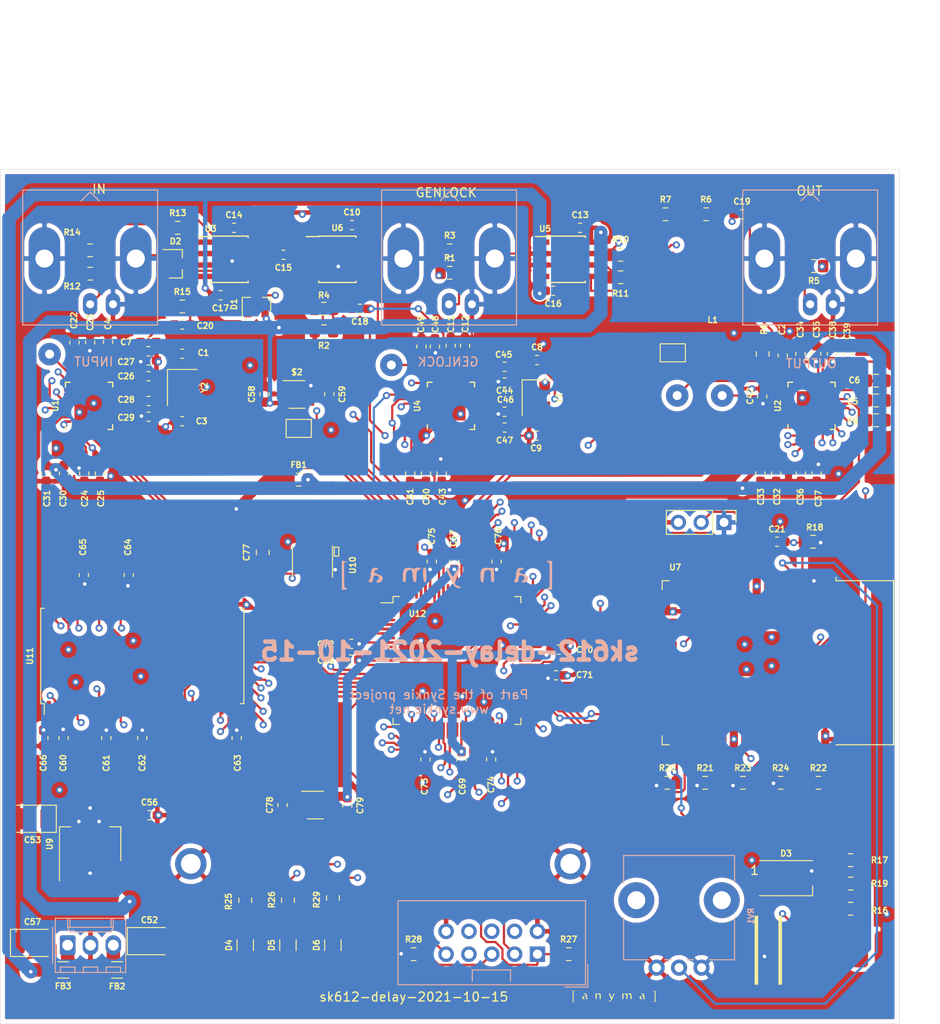
<source format=kicad_pcb>
(kicad_pcb (version 20171130) (host pcbnew "(5.1.5-0-10_14)")
  (layers (0 F.Cu signal) (1 In1.Cu signal) (2 In2.Cu signal) (31 B.Cu signal) (34 B.Paste user) (35 F.Paste user) (36 B.SilkS user) (37 F.SilkS user) (38 B.Mask user) (39 F.Mask user) (44 Edge.Cuts user))
  (net 0 "")
  (net 1 +1V8)
  (net 2 GND)
  (net 3 +3V3)
  (net 4 +5V)
  (net 5 -5V)
  (net 6 "Net-(J1-Pad1)")
  (net 7 "Net-(J3-Pad1)")
  (net 8 "Net-(J4-Pad1)")
  (net 9 "Net-(J8-Pad1)")
  (net 10 "Net-(C2-Pad2)")
  (net 11 "Net-(C5-Pad2)")
  (net 12 "Net-(C6-Pad2)")
  (net 13 "Net-(C8-Pad1)")
  (net 14 "Net-(C9-Pad2)")
  (net 15 "Net-(C11-Pad2)")
  (net 16 "Net-(C12-Pad2)")
  (net 17 3V3)
  (net 18 "Net-(D2-Pad3)")
  (net 19 "Net-(J15-Pad1)")
  (net 20 "Net-(R8-Pad1)")
  (net 21 "Net-(J23-Pad1)")
  (net 22 VCC)
  (net 23 "Net-(C1-Pad1)")
  (net 24 "Net-(C3-Pad2)")
  (net 25 "Net-(C4-Pad2)")
  (net 26 "Net-(C7-Pad2)")
  (net 27 "Net-(C15-Pad2)")
  (net 28 "Net-(C15-Pad1)")
  (net 29 "Net-(C18-Pad2)")
  (net 30 GENLOCK_ADC_IN)
  (net 31 "Net-(C19-Pad1)")
  (net 32 "Net-(C20-Pad2)")
  (net 33 ADC_IN)
  (net 34 /controller/en)
  (net 35 200MHZ)
  (net 36 "Net-(D1-Pad3)")
  (net 37 /controller/led)
  (net 38 "Net-(D4-Pad2)")
  (net 39 "Net-(D5-Pad2)")
  (net 40 "Net-(D6-Pad2)")
  (net 41 "Net-(FB2-Pad2)")
  (net 42 "Net-(FB3-Pad2)")
  (net 43 "Net-(J9-Pad1)")
  (net 44 "Net-(J16-Pad2)")
  (net 45 /controller/tx)
  (net 46 /controller/rx)
  (net 47 /controller/gpio0)
  (net 48 /memory/tck)
  (net 49 /memory/tdo)
  (net 50 /memory/tms)
  (net 51 /memory/tdi)
  (net 52 SFL_IN)
  (net 53 SFL_OUT)
  (net 54 DAC_OUT)
  (net 55 "Net-(R10-Pad2)")
  (net 56 "Net-(R10-Pad1)")
  (net 57 "Net-(R13-Pad2)")
  (net 58 "Net-(R16-Pad1)")
  (net 59 "Net-(R17-Pad1)")
  (net 60 /controller/cs)
  (net 61 SDA)
  (net 62 "Net-(RV1-Pad2)")
  (net 63 ADC_LLC)
  (net 64 ADC_FIELD)
  (net 65 SCL)
  (net 66 ADC_RESET)
  (net 67 AD0)
  (net 68 AD1)
  (net 69 AD2)
  (net 70 AD3)
  (net 71 AD4)
  (net 72 AD5)
  (net 73 AD6)
  (net 74 AD7)
  (net 75 DA1)
  (net 76 DA0)
  (net 77 DAC_RESET)
  (net 78 DAC_CLK)
  (net 79 DA7)
  (net 80 DA6)
  (net 81 DA5)
  (net 82 DA4)
  (net 83 DA3)
  (net 84 DA2)
  (net 85 GENLOCK_FIELD)
  (net 86 C3)
  (net 87 C2)
  (net 88 C1)
  (net 89 C0)
  (net 90 T7)
  (net 91 T6)
  (net 92 T5)
  (net 93 T4)
  (net 94 T3)
  (net 95 T2)
  (net 96 T1)
  (net 97 T0)
  (net 98 /memory/d7)
  (net 99 /memory/d6)
  (net 100 /memory/d5)
  (net 101 /memory/d4)
  (net 102 /memory/dqm)
  (net 103 /memory/cke)
  (net 104 /memory/a12)
  (net 105 /memory/a11)
  (net 106 /memory/a9)
  (net 107 /memory/a8)
  (net 108 /memory/a7)
  (net 109 /memory/a6)
  (net 110 /memory/a5)
  (net 111 /memory/a4)
  (net 112 /memory/a3)
  (net 113 /memory/a2)
  (net 114 /memory/a1)
  (net 115 /memory/a0)
  (net 116 /memory/a10)
  (net 117 /memory/ba1)
  (net 118 /memory/ba0)
  (net 119 /memory/cs)
  (net 120 /memory/ras)
  (net 121 /memory/cas)
  (net 122 /memory/we)
  (net 123 /memory/d3)
  (net 124 /memory/d2)
  (net 125 /memory/d1)
  (net 126 /memory/d0)
  (net 127 /memory/led3)
  (net 128 /memory/led1)
  (net 129 /memory/led2)
  (module synkie_footprints:OSC-RENESAS (layer F.Cu) (at 79.75 133.5 270)
    (fp_text reference U10 (at 0.5 -4.45 90) (layer F.SilkS) (effects (font (size 0.65 0.65))))
    (fp_text value OSC-RENESAS)
    (pad 4 smd rect (at 0.95 1.3 270) (size 1 1.3) (layers F.Cu F.Paste F.Mask) (net 35 200MHZ))
    (pad 3 smd rect (at -0.95 1.3 270) (size 1 1.3) (layers F.Cu F.Paste F.Mask) (net 2 GND))
    (pad 6 smd rect (at 0.95 -1.3 270) (size 1 1.3) (layers F.Cu F.Paste F.Mask) (net 17 3V3))
    (pad 5 smd rect (at 0.95 0 270) (size 1 0.7) (layers F.Cu F.Paste F.Mask))
    (pad 2 smd rect (at -0.95 0 270) (size 1 0.7) (layers F.Cu F.Paste F.Mask))
    (pad 1 smd rect (at -0.95 -1.3 270) (size 1 1.3) (layers F.Cu F.Paste F.Mask))
  )
  (module anyma_footprints:Pinhead_SMD_6 (layer F.Cu) (at 133 179.25 90)
    (fp_text reference J17 hide)
    (fp_text value Conn_01x06)
    (pad 6 smd roundrect (at 2.54 10.16 90) (size 4 1.8) (layers F.Cu F.Mask) (net 2 GND))
    (pad 5 smd roundrect (at 2.54 7.62 90) (size 4 1.8) (layers F.Cu F.Mask) (net 45 /controller/tx))
    (pad 4 smd roundrect (at 2.54 5.08 90) (size 4 1.8) (layers F.Cu F.Mask) (net 46 /controller/rx))
    (pad 3 smd roundrect (at 2.54 2.54 90) (size 4 1.8) (layers F.Cu F.Mask) (net 47 /controller/gpio0))
    (pad 2 smd roundrect (at 2.54 0 90) (size 4 1.8) (layers F.Cu F.Mask) (net 34 /controller/en))
    (pad 1 smd roundrect (at 2.54 -2.54 90) (size 4 1.8) (layers F.Cu F.Mask) (net 17 3V3))
  )
  (module anyma_footprints:logo_anyma (layer B.Cu) (at 94.6 135.2 180)
    (fp_text reference U13 hide)
    (fp_text value LOGO hide)
  )
  (module synkie_footprints:C_0603_1608Metric_Pad1.05x0.95mm_HandSolder (layer F.Cu) (at 83.6 160.725 270)
    (fp_text reference C79 (at 0 -1.43 90) (layer F.SilkS) (effects (font (size 0.65 0.65))))
    (fp_text value 1u)
    (pad 2 smd roundrect (at 0.875 0 270) (size 1.05 0.95) (layers F.Cu F.Paste F.Mask) (net 2 GND))
    (pad 1 smd roundrect (at -0.875 0 270) (size 1.05 0.95) (layers F.Cu F.Paste F.Mask) (net 22 VCC))
  )
  (module synkie_footprints:C_0603_1608Metric_Pad1.05x0.95mm_HandSolder (layer F.Cu) (at 76.4 160.675 90)
    (fp_text reference C78 (at 0 -1.43 90) (layer F.SilkS) (effects (font (size 0.65 0.65))))
    (fp_text value 1u)
    (pad 2 smd roundrect (at 0.875 0 90) (size 1.05 0.95) (layers F.Cu F.Paste F.Mask) (net 2 GND))
    (pad 1 smd roundrect (at -0.875 0 90) (size 1.05 0.95) (layers F.Cu F.Paste F.Mask) (net 4 +5V))
  )
  (module synkie_footprints:R_0805_2012Metric_Pad1.15x1.40mm_HandSolder (layer F.Cu) (at 139.575 166.8)
    (fp_text reference R17 (at 3.225 0) (layer F.SilkS) (effects (font (size 0.65 0.65))))
    (fp_text value 330)
    (pad 2 smd roundrect (at 1.025 0) (size 1.15 1.4) (layers F.Cu F.Paste F.Mask) (roundrect_rratio 0.217391) (net 45 /controller/tx))
    (pad 1 smd roundrect (at -1.025 0) (size 1.15 1.4) (layers F.Cu F.Paste F.Mask) (roundrect_rratio 0.217391) (net 59 "Net-(R17-Pad1)"))
  )
  (module synkie_footprints:R_0805_2012Metric_Pad1.15x1.40mm_HandSolder (layer F.Cu) (at 139.575 172.2)
    (fp_text reference R16 (at 3.225 0.2) (layer F.SilkS) (effects (font (size 0.65 0.65))))
    (fp_text value 330)
    (pad 2 smd roundrect (at 1.025 0) (size 1.15 1.4) (layers F.Cu F.Paste F.Mask) (roundrect_rratio 0.217391) (net 46 /controller/rx))
    (pad 1 smd roundrect (at -1.025 0) (size 1.15 1.4) (layers F.Cu F.Paste F.Mask) (roundrect_rratio 0.217391) (net 58 "Net-(R16-Pad1)"))
  )
  (module synkie_footprints:R_0805_2012Metric_Pad1.15x1.40mm_HandSolder (layer F.Cu) (at 65.25 105.25)
    (fp_text reference R15 (at 0 -1.65) (layer F.SilkS) (effects (font (size 0.65 0.65))))
    (fp_text value 51)
    (pad 2 smd roundrect (at 1.025 0) (size 1.15 1.4) (layers F.Cu F.Paste F.Mask) (roundrect_rratio 0.217391) (net 32 "Net-(C20-Pad2)"))
    (pad 1 smd roundrect (at -1.025 0) (size 1.15 1.4) (layers F.Cu F.Paste F.Mask) (roundrect_rratio 0.217391) (net 2 GND))
  )
  (module synkie_footprints:R_0805_2012Metric_Pad1.15x1.40mm_HandSolder (layer F.Cu) (at 55 99)
    (fp_text reference R14 (at -2 -2) (layer F.SilkS) (effects (font (size 0.65 0.65))))
    (fp_text value 75)
    (pad 2 smd roundrect (at 1.025 0) (size 1.15 1.4) (layers F.Cu F.Paste F.Mask) (roundrect_rratio 0.217391) (net 19 "Net-(J15-Pad1)"))
    (pad 1 smd roundrect (at -1.025 0) (size 1.15 1.4) (layers F.Cu F.Paste F.Mask) (roundrect_rratio 0.217391) (net 2 GND))
  )
  (module synkie_footprints:R_0805_2012Metric_Pad1.15x1.40mm_HandSolder (layer F.Cu) (at 64.75 96.5)
    (fp_text reference R13 (at 0 -1.65) (layer F.SilkS) (effects (font (size 0.65 0.65))))
    (fp_text value 24)
    (pad 2 smd roundrect (at 1.025 0) (size 1.15 1.4) (layers F.Cu F.Paste F.Mask) (roundrect_rratio 0.217391) (net 57 "Net-(R13-Pad2)"))
    (pad 1 smd roundrect (at -1.025 0) (size 1.15 1.4) (layers F.Cu F.Paste F.Mask) (roundrect_rratio 0.217391) (net 32 "Net-(C20-Pad2)"))
  )
  (module synkie_footprints:R_0805_2012Metric_Pad1.15x1.40mm_HandSolder (layer F.Cu) (at 55 101.6)
    (fp_text reference R12 (at -2 1.4) (layer F.SilkS) (effects (font (size 0.65 0.65))))
    (fp_text value 75)
    (pad 2 smd roundrect (at 1.025 0) (size 1.15 1.4) (layers F.Cu F.Paste F.Mask) (roundrect_rratio 0.217391) (net 19 "Net-(J15-Pad1)"))
    (pad 1 smd roundrect (at -1.025 0) (size 1.15 1.4) (layers F.Cu F.Paste F.Mask) (roundrect_rratio 0.217391) (net 18 "Net-(D2-Pad3)"))
  )
  (module synkie_footprints:R_0805_2012Metric_Pad1.15x1.40mm_HandSolder (layer F.Cu) (at 81 108)
    (fp_text reference R4 (at 0 -4) (layer F.SilkS) (effects (font (size 0.65 0.65))))
    (fp_text value 51)
    (pad 2 smd roundrect (at 1.025 0) (size 1.15 1.4) (layers F.Cu F.Paste F.Mask) (roundrect_rratio 0.217391) (net 29 "Net-(C18-Pad2)"))
    (pad 1 smd roundrect (at -1.025 0) (size 1.15 1.4) (layers F.Cu F.Paste F.Mask) (roundrect_rratio 0.217391) (net 2 GND))
  )
  (module synkie_footprints:R_0805_2012Metric_Pad1.15x1.40mm_HandSolder (layer F.Cu) (at 95 99)
    (fp_text reference R3 (at 0 -1.65) (layer F.SilkS) (effects (font (size 0.65 0.65))))
    (fp_text value 75)
    (pad 2 smd roundrect (at 1.025 0) (size 1.15 1.4) (layers F.Cu F.Paste F.Mask) (roundrect_rratio 0.217391) (net 9 "Net-(J8-Pad1)"))
    (pad 1 smd roundrect (at -1.025 0) (size 1.15 1.4) (layers F.Cu F.Paste F.Mask) (roundrect_rratio 0.217391) (net 2 GND))
  )
  (module synkie_footprints:R_0805_2012Metric_Pad1.15x1.40mm_HandSolder (layer F.Cu) (at 81 105.5 180)
    (fp_text reference R2 (at 0 -4.1) (layer F.SilkS) (effects (font (size 0.65 0.65))))
    (fp_text value 24)
    (pad 2 smd roundrect (at 1.025 0 180) (size 1.15 1.4) (layers F.Cu F.Paste F.Mask) (roundrect_rratio 0.217391) (net 27 "Net-(C15-Pad2)"))
    (pad 1 smd roundrect (at -1.025 0 180) (size 1.15 1.4) (layers F.Cu F.Paste F.Mask) (roundrect_rratio 0.217391) (net 29 "Net-(C18-Pad2)"))
  )
  (module synkie_footprints:R_0805_2012Metric_Pad1.15x1.40mm_HandSolder (layer F.Cu) (at 95 101.5)
    (fp_text reference R1 (at 0 -1.65) (layer F.SilkS) (effects (font (size 0.65 0.65))))
    (fp_text value 75)
    (pad 2 smd roundrect (at 1.025 0) (size 1.15 1.4) (layers F.Cu F.Paste F.Mask) (roundrect_rratio 0.217391) (net 9 "Net-(J8-Pad1)"))
    (pad 1 smd roundrect (at -1.025 0) (size 1.15 1.4) (layers F.Cu F.Paste F.Mask) (roundrect_rratio 0.217391) (net 36 "Net-(D1-Pad3)"))
  )
  (module Crystal:Crystal_SMD_Abracon_ABM8G-4Pin_3.2x2.5mm (layer F.Cu) (at 65.25 114.25 270)
    (fp_text reference Y2 (at 0 -2.45 90) (layer F.SilkS) (effects (font (size 0.65 0.65))))
    (fp_text value Crystal_GND24)
    (pad 4 smd rect (at -1.1 -0.85 270) (size 1.4 1.2) (layers F.Cu F.Paste F.Mask) (net 2 GND))
    (pad 3 smd rect (at 1.1 -0.85 270) (size 1.4 1.2) (layers F.Cu F.Paste F.Mask) (net 24 "Net-(C3-Pad2)"))
    (pad 2 smd rect (at 1.1 0.85 270) (size 1.4 1.2) (layers F.Cu F.Paste F.Mask))
    (pad 1 smd rect (at -1.1 0.85 270) (size 1.4 1.2) (layers F.Cu F.Paste F.Mask) (net 23 "Net-(C1-Pad1)"))
  )
  (module Package_QFP:LQFP-100_14x14mm_P0.5mm (layer F.Cu) (at 95.8 144.6)
    (fp_text reference U12 (at -4.4 -5.2) (layer F.SilkS) (effects (font (size 0.65 0.65))))
    (fp_text value EPM570T100)
    (pad 100 smd roundrect (at -6 -7.675) (size 0.3 1.6) (layers F.Cu F.Paste F.Mask) (net 74 AD7))
    (pad 99 smd roundrect (at -5.5 -7.675) (size 0.3 1.6) (layers F.Cu F.Paste F.Mask) (net 73 AD6))
    (pad 98 smd roundrect (at -5 -7.675) (size 0.3 1.6) (layers F.Cu F.Paste F.Mask) (net 72 AD5))
    (pad 97 smd roundrect (at -4.5 -7.675) (size 0.3 1.6) (layers F.Cu F.Paste F.Mask) (net 71 AD4))
    (pad 96 smd roundrect (at -4 -7.675) (size 0.3 1.6) (layers F.Cu F.Paste F.Mask) (net 70 AD3))
    (pad 95 smd roundrect (at -3.5 -7.675) (size 0.3 1.6) (layers F.Cu F.Paste F.Mask) (net 69 AD2))
    (pad 94 smd roundrect (at -3 -7.675) (size 0.3 1.6) (layers F.Cu F.Paste F.Mask) (net 17 3V3))
    (pad 93 smd roundrect (at -2.5 -7.675) (size 0.3 1.6) (layers F.Cu F.Paste F.Mask) (net 2 GND))
    (pad 92 smd roundrect (at -2 -7.675) (size 0.3 1.6) (layers F.Cu F.Paste F.Mask) (net 68 AD1))
    (pad 91 smd roundrect (at -1.5 -7.675) (size 0.3 1.6) (layers F.Cu F.Paste F.Mask) (net 67 AD0))
    (pad 90 smd roundrect (at -1 -7.675) (size 0.3 1.6) (layers F.Cu F.Paste F.Mask) (net 2 GND))
    (pad 89 smd roundrect (at -0.5 -7.675) (size 0.3 1.6) (layers F.Cu F.Paste F.Mask))
    (pad 88 smd roundrect (at 0 -7.675) (size 0.3 1.6) (layers F.Cu F.Paste F.Mask) (net 22 VCC))
    (pad 87 smd roundrect (at 0.5 -7.675) (size 0.3 1.6) (layers F.Cu F.Paste F.Mask) (net 65 SCL))
    (pad 86 smd roundrect (at 1 -7.675) (size 0.3 1.6) (layers F.Cu F.Paste F.Mask) (net 61 SDA))
    (pad 85 smd roundrect (at 1.5 -7.675) (size 0.3 1.6) (layers F.Cu F.Paste F.Mask) (net 76 DA0))
    (pad 84 smd roundrect (at 2 -7.675) (size 0.3 1.6) (layers F.Cu F.Paste F.Mask) (net 75 DA1))
    (pad 83 smd roundrect (at 2.5 -7.675) (size 0.3 1.6) (layers F.Cu F.Paste F.Mask) (net 84 DA2))
    (pad 82 smd roundrect (at 3 -7.675) (size 0.3 1.6) (layers F.Cu F.Paste F.Mask) (net 83 DA3))
    (pad 81 smd roundrect (at 3.5 -7.675) (size 0.3 1.6) (layers F.Cu F.Paste F.Mask) (net 82 DA4))
    (pad 80 smd roundrect (at 4 -7.675) (size 0.3 1.6) (layers F.Cu F.Paste F.Mask) (net 17 3V3))
    (pad 79 smd roundrect (at 4.5 -7.675) (size 0.3 1.6) (layers F.Cu F.Paste F.Mask) (net 2 GND))
    (pad 78 smd roundrect (at 5 -7.675) (size 0.3 1.6) (layers F.Cu F.Paste F.Mask) (net 81 DA5))
    (pad 77 smd roundrect (at 5.5 -7.675) (size 0.3 1.6) (layers F.Cu F.Paste F.Mask) (net 80 DA6))
    (pad 76 smd roundrect (at 6 -7.675) (size 0.3 1.6) (layers F.Cu F.Paste F.Mask) (net 79 DA7))
    (pad 75 smd roundrect (at 7.675 -6) (size 1.6 0.3) (layers F.Cu F.Paste F.Mask) (net 78 DAC_CLK))
    (pad 74 smd roundrect (at 7.675 -5.5) (size 1.6 0.3) (layers F.Cu F.Paste F.Mask))
    (pad 73 smd roundrect (at 7.675 -5) (size 1.6 0.3) (layers F.Cu F.Paste F.Mask) (net 127 /memory/led3))
    (pad 72 smd roundrect (at 7.675 -4.5) (size 1.6 0.3) (layers F.Cu F.Paste F.Mask) (net 129 /memory/led2))
    (pad 71 smd roundrect (at 7.675 -4) (size 1.6 0.3) (layers F.Cu F.Paste F.Mask) (net 128 /memory/led1))
    (pad 70 smd roundrect (at 7.675 -3.5) (size 1.6 0.3) (layers F.Cu F.Paste F.Mask))
    (pad 69 smd roundrect (at 7.675 -3) (size 1.6 0.3) (layers F.Cu F.Paste F.Mask) (net 97 T0))
    (pad 68 smd roundrect (at 7.675 -2.5) (size 1.6 0.3) (layers F.Cu F.Paste F.Mask) (net 96 T1))
    (pad 67 smd roundrect (at 7.675 -2) (size 1.6 0.3) (layers F.Cu F.Paste F.Mask) (net 95 T2))
    (pad 66 smd roundrect (at 7.675 -1.5) (size 1.6 0.3) (layers F.Cu F.Paste F.Mask) (net 94 T3))
    (pad 65 smd roundrect (at 7.675 -1) (size 1.6 0.3) (layers F.Cu F.Paste F.Mask) (net 2 GND))
    (pad 64 smd roundrect (at 7.675 -0.5) (size 1.6 0.3) (layers F.Cu F.Paste F.Mask) (net 35 200MHZ))
    (pad 63 smd roundrect (at 7.675 0) (size 1.6 0.3) (layers F.Cu F.Paste F.Mask) (net 22 VCC))
    (pad 62 smd roundrect (at 7.675 0.5) (size 1.6 0.3) (layers F.Cu F.Paste F.Mask) (net 85 GENLOCK_FIELD))
    (pad 61 smd roundrect (at 7.675 1) (size 1.6 0.3) (layers F.Cu F.Paste F.Mask) (net 93 T4))
    (pad 60 smd roundrect (at 7.675 1.5) (size 1.6 0.3) (layers F.Cu F.Paste F.Mask) (net 2 GND))
    (pad 59 smd roundrect (at 7.675 2) (size 1.6 0.3) (layers F.Cu F.Paste F.Mask) (net 17 3V3))
    (pad 58 smd roundrect (at 7.675 2.5) (size 1.6 0.3) (layers F.Cu F.Paste F.Mask) (net 92 T5))
    (pad 57 smd roundrect (at 7.675 3) (size 1.6 0.3) (layers F.Cu F.Paste F.Mask) (net 91 T6))
    (pad 56 smd roundrect (at 7.675 3.5) (size 1.6 0.3) (layers F.Cu F.Paste F.Mask) (net 90 T7))
    (pad 55 smd roundrect (at 7.675 4) (size 1.6 0.3) (layers F.Cu F.Paste F.Mask) (net 86 C3))
    (pad 54 smd roundrect (at 7.675 4.5) (size 1.6 0.3) (layers F.Cu F.Paste F.Mask) (net 87 C2))
    (pad 53 smd roundrect (at 7.675 5) (size 1.6 0.3) (layers F.Cu F.Paste F.Mask) (net 88 C1))
    (pad 52 smd roundrect (at 7.675 5.5) (size 1.6 0.3) (layers F.Cu F.Paste F.Mask) (net 89 C0))
    (pad 51 smd roundrect (at 7.675 6) (size 1.6 0.3) (layers F.Cu F.Paste F.Mask) (net 126 /memory/d0))
    (pad 50 smd roundrect (at 6 7.675) (size 0.3 1.6) (layers F.Cu F.Paste F.Mask) (net 125 /memory/d1))
    (pad 49 smd roundrect (at 5.5 7.675) (size 0.3 1.6) (layers F.Cu F.Paste F.Mask) (net 124 /memory/d2))
    (pad 48 smd roundrect (at 5 7.675) (size 0.3 1.6) (layers F.Cu F.Paste F.Mask) (net 123 /memory/d3))
    (pad 47 smd roundrect (at 4.5 7.675) (size 0.3 1.6) (layers F.Cu F.Paste F.Mask) (net 98 /memory/d7))
    (pad 46 smd roundrect (at 4 7.675) (size 0.3 1.6) (layers F.Cu F.Paste F.Mask) (net 2 GND))
    (pad 45 smd roundrect (at 3.5 7.675) (size 0.3 1.6) (layers F.Cu F.Paste F.Mask) (net 17 3V3))
    (pad 44 smd roundrect (at 3 7.675) (size 0.3 1.6) (layers F.Cu F.Paste F.Mask))
    (pad 43 smd roundrect (at 2.5 7.675) (size 0.3 1.6) (layers F.Cu F.Paste F.Mask))
    (pad 42 smd roundrect (at 2 7.675) (size 0.3 1.6) (layers F.Cu F.Paste F.Mask) (net 99 /memory/d6))
    (pad 41 smd roundrect (at 1.5 7.675) (size 0.3 1.6) (layers F.Cu F.Paste F.Mask) (net 100 /memory/d5))
    (pad 40 smd roundrect (at 1 7.675) (size 0.3 1.6) (layers F.Cu F.Paste F.Mask) (net 101 /memory/d4))
    (pad 39 smd roundrect (at 0.5 7.675) (size 0.3 1.6) (layers F.Cu F.Paste F.Mask) (net 22 VCC))
    (pad 38 smd roundrect (at 0 7.675) (size 0.3 1.6) (layers F.Cu F.Paste F.Mask))
    (pad 37 smd roundrect (at -0.5 7.675) (size 0.3 1.6) (layers F.Cu F.Paste F.Mask) (net 2 GND))
    (pad 36 smd roundrect (at -1 7.675) (size 0.3 1.6) (layers F.Cu F.Paste F.Mask) (net 112 /memory/a3))
    (pad 35 smd roundrect (at -1.5 7.675) (size 0.3 1.6) (layers F.Cu F.Paste F.Mask) (net 113 /memory/a2))
    (pad 34 smd roundrect (at -2 7.675) (size 0.3 1.6) (layers F.Cu F.Paste F.Mask) (net 114 /memory/a1))
    (pad 33 smd roundrect (at -2.5 7.675) (size 0.3 1.6) (layers F.Cu F.Paste F.Mask) (net 115 /memory/a0))
    (pad 32 smd roundrect (at -3 7.675) (size 0.3 1.6) (layers F.Cu F.Paste F.Mask) (net 2 GND))
    (pad 31 smd roundrect (at -3.5 7.675) (size 0.3 1.6) (layers F.Cu F.Paste F.Mask) (net 17 3V3))
    (pad 30 smd roundrect (at -4 7.675) (size 0.3 1.6) (layers F.Cu F.Paste F.Mask) (net 116 /memory/a10))
    (pad 29 smd roundrect (at -4.5 7.675) (size 0.3 1.6) (layers F.Cu F.Paste F.Mask) (net 118 /memory/ba0))
    (pad 28 smd roundrect (at -5 7.675) (size 0.3 1.6) (layers F.Cu F.Paste F.Mask) (net 117 /memory/ba1))
    (pad 27 smd roundrect (at -5.5 7.675) (size 0.3 1.6) (layers F.Cu F.Paste F.Mask) (net 119 /memory/cs))
    (pad 26 smd roundrect (at -6 7.675) (size 0.3 1.6) (layers F.Cu F.Paste F.Mask) (net 120 /memory/ras))
    (pad 25 smd roundrect (at -7.675 6) (size 1.6 0.3) (layers F.Cu F.Paste F.Mask) (net 49 /memory/tdo))
    (pad 24 smd roundrect (at -7.675 5.5) (size 1.6 0.3) (layers F.Cu F.Paste F.Mask) (net 48 /memory/tck))
    (pad 23 smd roundrect (at -7.675 5) (size 1.6 0.3) (layers F.Cu F.Paste F.Mask) (net 51 /memory/tdi))
    (pad 22 smd roundrect (at -7.675 4.5) (size 1.6 0.3) (layers F.Cu F.Paste F.Mask) (net 50 /memory/tms))
    (pad 21 smd roundrect (at -7.675 4) (size 1.6 0.3) (layers F.Cu F.Paste F.Mask) (net 121 /memory/cas))
    (pad 20 smd roundrect (at -7.675 3.5) (size 1.6 0.3) (layers F.Cu F.Paste F.Mask) (net 122 /memory/we))
    (pad 19 smd roundrect (at -7.675 3) (size 1.6 0.3) (layers F.Cu F.Paste F.Mask) (net 102 /memory/dqm))
    (pad 18 smd roundrect (at -7.675 2.5) (size 1.6 0.3) (layers F.Cu F.Paste F.Mask) (net 103 /memory/cke))
    (pad 17 smd roundrect (at -7.675 2) (size 1.6 0.3) (layers F.Cu F.Paste F.Mask) (net 104 /memory/a12))
    (pad 16 smd roundrect (at -7.675 1.5) (size 1.6 0.3) (layers F.Cu F.Paste F.Mask) (net 105 /memory/a11))
    (pad 15 smd roundrect (at -7.675 1) (size 1.6 0.3) (layers F.Cu F.Paste F.Mask))
    (pad 14 smd roundrect (at -7.675 0.5) (size 1.6 0.3) (layers F.Cu F.Paste F.Mask) (net 63 ADC_LLC))
    (pad 13 smd roundrect (at -7.675 0) (size 1.6 0.3) (layers F.Cu F.Paste F.Mask) (net 22 VCC))
    (pad 12 smd roundrect (at -7.675 -0.5) (size 1.6 0.3) (layers F.Cu F.Paste F.Mask) (net 64 ADC_FIELD))
    (pad 11 smd roundrect (at -7.675 -1) (size 1.6 0.3) (layers F.Cu F.Paste F.Mask) (net 2 GND))
    (pad 10 smd roundrect (at -7.675 -1.5) (size 1.6 0.3) (layers F.Cu F.Paste F.Mask) (net 2 GND))
    (pad 9 smd roundrect (at -7.675 -2) (size 1.6 0.3) (layers F.Cu F.Paste F.Mask) (net 17 3V3))
    (pad 8 smd roundrect (at -7.675 -2.5) (size 1.6 0.3) (layers F.Cu F.Paste F.Mask))
    (pad 7 smd roundrect (at -7.675 -3) (size 1.6 0.3) (layers F.Cu F.Paste F.Mask) (net 106 /memory/a9))
    (pad 6 smd roundrect (at -7.675 -3.5) (size 1.6 0.3) (layers F.Cu F.Paste F.Mask) (net 107 /memory/a8))
    (pad 5 smd roundrect (at -7.675 -4) (size 1.6 0.3) (layers F.Cu F.Paste F.Mask) (net 108 /memory/a7))
    (pad 4 smd roundrect (at -7.675 -4.5) (size 1.6 0.3) (layers F.Cu F.Paste F.Mask) (net 109 /memory/a6))
    (pad 3 smd roundrect (at -7.675 -5) (size 1.6 0.3) (layers F.Cu F.Paste F.Mask) (net 110 /memory/a5))
    (pad 2 smd roundrect (at -7.675 -5.5) (size 1.6 0.3) (layers F.Cu F.Paste F.Mask) (net 111 /memory/a4))
    (pad 1 smd roundrect (at -7.675 -6) (size 1.6 0.3) (layers F.Cu F.Paste F.Mask))
  )
  (module Package_SO:TSOP-II-54_22.2x10.16mm_P0.8mm (layer F.Cu) (at 60.8 144.1 90)
    (fp_text reference U11 (at 0 -12.5 90) (layer F.SilkS) (effects (font (size 0.65 0.65))))
    (fp_text value IS42_45S86400F)
    (pad 54 smd rect (at 5.75 -10.4 90) (size 1.51 0.458) (layers F.Cu F.Paste F.Mask) (net 2 GND))
    (pad 53 smd rect (at 5.75 -9.6 90) (size 1.51 0.458) (layers F.Cu F.Paste F.Mask) (net 98 /memory/d7))
    (pad 52 smd rect (at 5.75 -8.8 90) (size 1.51 0.458) (layers F.Cu F.Paste F.Mask) (net 2 GND))
    (pad 51 smd rect (at 5.75 -8 90) (size 1.51 0.458) (layers F.Cu F.Paste F.Mask))
    (pad 50 smd rect (at 5.75 -7.2 90) (size 1.51 0.458) (layers F.Cu F.Paste F.Mask) (net 99 /memory/d6))
    (pad 49 smd rect (at 5.75 -6.4 90) (size 1.51 0.458) (layers F.Cu F.Paste F.Mask) (net 17 3V3))
    (pad 48 smd rect (at 5.75 -5.6 90) (size 1.51 0.458) (layers F.Cu F.Paste F.Mask))
    (pad 47 smd rect (at 5.75 -4.8 90) (size 1.51 0.458) (layers F.Cu F.Paste F.Mask) (net 100 /memory/d5))
    (pad 46 smd rect (at 5.75 -4 90) (size 1.51 0.458) (layers F.Cu F.Paste F.Mask) (net 2 GND))
    (pad 45 smd rect (at 5.75 -3.2 90) (size 1.51 0.458) (layers F.Cu F.Paste F.Mask))
    (pad 44 smd rect (at 5.75 -2.4 90) (size 1.51 0.458) (layers F.Cu F.Paste F.Mask) (net 101 /memory/d4))
    (pad 43 smd rect (at 5.75 -1.6 90) (size 1.51 0.458) (layers F.Cu F.Paste F.Mask) (net 17 3V3))
    (pad 42 smd rect (at 5.75 -0.8 90) (size 1.51 0.458) (layers F.Cu F.Paste F.Mask))
    (pad 41 smd rect (at 5.75 0 90) (size 1.51 0.458) (layers F.Cu F.Paste F.Mask) (net 2 GND))
    (pad 40 smd rect (at 5.75 0.8 90) (size 1.51 0.458) (layers F.Cu F.Paste F.Mask))
    (pad 39 smd rect (at 5.75 1.6 90) (size 1.51 0.458) (layers F.Cu F.Paste F.Mask) (net 102 /memory/dqm))
    (pad 38 smd rect (at 5.75 2.4 90) (size 1.51 0.458) (layers F.Cu F.Paste F.Mask) (net 35 200MHZ))
    (pad 37 smd rect (at 5.75 3.2 90) (size 1.51 0.458) (layers F.Cu F.Paste F.Mask) (net 103 /memory/cke))
    (pad 36 smd rect (at 5.75 4 90) (size 1.51 0.458) (layers F.Cu F.Paste F.Mask) (net 104 /memory/a12))
    (pad 35 smd rect (at 5.75 4.8 90) (size 1.51 0.458) (layers F.Cu F.Paste F.Mask) (net 105 /memory/a11))
    (pad 34 smd rect (at 5.75 5.6 90) (size 1.51 0.458) (layers F.Cu F.Paste F.Mask) (net 106 /memory/a9))
    (pad 33 smd rect (at 5.75 6.4 90) (size 1.51 0.458) (layers F.Cu F.Paste F.Mask) (net 107 /memory/a8))
    (pad 32 smd rect (at 5.75 7.2 90) (size 1.51 0.458) (layers F.Cu F.Paste F.Mask) (net 108 /memory/a7))
    (pad 31 smd rect (at 5.75 8 90) (size 1.51 0.458) (layers F.Cu F.Paste F.Mask) (net 109 /memory/a6))
    (pad 30 smd rect (at 5.75 8.8 90) (size 1.51 0.458) (layers F.Cu F.Paste F.Mask) (net 110 /memory/a5))
    (pad 29 smd rect (at 5.75 9.6 90) (size 1.51 0.458) (layers F.Cu F.Paste F.Mask) (net 111 /memory/a4))
    (pad 28 smd rect (at 5.75 10.4 90) (size 1.51 0.458) (layers F.Cu F.Paste F.Mask) (net 2 GND))
    (pad 27 smd rect (at -5.75 10.4 90) (size 1.51 0.458) (layers F.Cu F.Paste F.Mask) (net 17 3V3))
    (pad 26 smd rect (at -5.75 9.6 90) (size 1.51 0.458) (layers F.Cu F.Paste F.Mask) (net 112 /memory/a3))
    (pad 25 smd rect (at -5.75 8.8 90) (size 1.51 0.458) (layers F.Cu F.Paste F.Mask) (net 113 /memory/a2))
    (pad 24 smd rect (at -5.75 8 90) (size 1.51 0.458) (layers F.Cu F.Paste F.Mask) (net 114 /memory/a1))
    (pad 23 smd rect (at -5.75 7.2 90) (size 1.51 0.458) (layers F.Cu F.Paste F.Mask) (net 115 /memory/a0))
    (pad 22 smd rect (at -5.75 6.4 90) (size 1.51 0.458) (layers F.Cu F.Paste F.Mask) (net 116 /memory/a10))
    (pad 21 smd rect (at -5.75 5.6 90) (size 1.51 0.458) (layers F.Cu F.Paste F.Mask) (net 117 /memory/ba1))
    (pad 20 smd rect (at -5.75 4.8 90) (size 1.51 0.458) (layers F.Cu F.Paste F.Mask) (net 118 /memory/ba0))
    (pad 19 smd rect (at -5.75 4 90) (size 1.51 0.458) (layers F.Cu F.Paste F.Mask) (net 119 /memory/cs))
    (pad 18 smd rect (at -5.75 3.2 90) (size 1.51 0.458) (layers F.Cu F.Paste F.Mask) (net 120 /memory/ras))
    (pad 17 smd rect (at -5.75 2.4 90) (size 1.51 0.458) (layers F.Cu F.Paste F.Mask) (net 121 /memory/cas))
    (pad 16 smd rect (at -5.75 1.6 90) (size 1.51 0.458) (layers F.Cu F.Paste F.Mask) (net 122 /memory/we))
    (pad 15 smd rect (at -5.75 0.8 90) (size 1.51 0.458) (layers F.Cu F.Paste F.Mask))
    (pad 14 smd rect (at -5.75 0 90) (size 1.51 0.458) (layers F.Cu F.Paste F.Mask) (net 17 3V3))
    (pad 13 smd rect (at -5.75 -0.8 90) (size 1.51 0.458) (layers F.Cu F.Paste F.Mask))
    (pad 12 smd rect (at -5.75 -1.6 90) (size 1.51 0.458) (layers F.Cu F.Paste F.Mask) (net 2 GND))
    (pad 11 smd rect (at -5.75 -2.4 90) (size 1.51 0.458) (layers F.Cu F.Paste F.Mask) (net 123 /memory/d3))
    (pad 10 smd rect (at -5.75 -3.2 90) (size 1.51 0.458) (layers F.Cu F.Paste F.Mask))
    (pad 9 smd rect (at -5.75 -4 90) (size 1.51 0.458) (layers F.Cu F.Paste F.Mask) (net 17 3V3))
    (pad 8 smd rect (at -5.75 -4.8 90) (size 1.51 0.458) (layers F.Cu F.Paste F.Mask) (net 124 /memory/d2))
    (pad 7 smd rect (at -5.75 -5.6 90) (size 1.51 0.458) (layers F.Cu F.Paste F.Mask))
    (pad 6 smd rect (at -5.75 -6.4 90) (size 1.51 0.458) (layers F.Cu F.Paste F.Mask) (net 2 GND))
    (pad 5 smd rect (at -5.75 -7.2 90) (size 1.51 0.458) (layers F.Cu F.Paste F.Mask) (net 125 /memory/d1))
    (pad 4 smd rect (at -5.75 -8 90) (size 1.51 0.458) (layers F.Cu F.Paste F.Mask))
    (pad 3 smd rect (at -5.75 -8.8 90) (size 1.51 0.458) (layers F.Cu F.Paste F.Mask) (net 17 3V3))
    (pad 2 smd rect (at -5.75 -9.6 90) (size 1.51 0.458) (layers F.Cu F.Paste F.Mask) (net 126 /memory/d0))
    (pad 1 smd rect (at -5.75 -10.4 90) (size 1.51 0.458) (layers F.Cu F.Paste F.Mask) (net 17 3V3))
  )
  (module Package_TO_SOT_SMD:SOT-223-3_TabPin2 (layer F.Cu) (at 55 165 90)
    (fp_text reference U9 (at 0 -4.5 90) (layer F.SilkS) (effects (font (size 0.65 0.65))))
    (fp_text value AZ1117-3.3)
    (pad 1 smd rect (at -3.15 -2.3 90) (size 2 1.5) (layers F.Cu F.Paste F.Mask) (net 2 GND))
    (pad 3 smd rect (at -3.15 2.3 90) (size 2 1.5) (layers F.Cu F.Paste F.Mask) (net 4 +5V))
    (pad 2 smd rect (at -3.15 0 90) (size 2 1.5) (layers F.Cu F.Paste F.Mask) (net 17 3V3))
    (pad 2 smd rect (at 3.15 0 90) (size 2 3.8) (layers F.Cu F.Paste F.Mask) (net 17 3V3))
  )
  (module anyma_footprints:logo_anyma_tiny (layer F.Cu) (at 113.4 182)
    (fp_text reference U8 hide)
    (fp_text value LOGO hide)
  )
  (module RF_Module:ESP32-WROOM-32 (layer F.Cu) (at 128.5 144.85 270)
    (fp_text reference U7 (at -10.61 8.43) (layer F.SilkS) (effects (font (size 0.65 0.65))))
    (fp_text value ESP32-WROOM)
    (pad 38 smd rect (at 8.5 -8.255 270) (size 2 0.9) (layers F.Cu F.Paste F.Mask) (net 2 GND))
    (pad 37 smd rect (at 8.5 -6.985 270) (size 2 0.9) (layers F.Cu F.Paste F.Mask) (net 37 /controller/led))
    (pad 36 smd rect (at 8.5 -5.715 270) (size 2 0.9) (layers F.Cu F.Paste F.Mask) (net 65 SCL))
    (pad 35 smd rect (at 8.5 -4.445 270) (size 2 0.9) (layers F.Cu F.Paste F.Mask) (net 59 "Net-(R17-Pad1)"))
    (pad 34 smd rect (at 8.5 -3.175 270) (size 2 0.9) (layers F.Cu F.Paste F.Mask) (net 58 "Net-(R16-Pad1)"))
    (pad 33 smd rect (at 8.5 -1.905 270) (size 2 0.9) (layers F.Cu F.Paste F.Mask) (net 61 SDA))
    (pad 32 smd rect (at 8.5 -0.635 270) (size 2 0.9) (layers F.Cu F.Paste F.Mask))
    (pad 31 smd rect (at 8.5 0.635 270) (size 2 0.9) (layers F.Cu F.Paste F.Mask) (net 66 ADC_RESET))
    (pad 30 smd rect (at 8.5 1.905 270) (size 2 0.9) (layers F.Cu F.Paste F.Mask) (net 77 DAC_RESET))
    (pad 29 smd rect (at 8.5 3.175 270) (size 2 0.9) (layers F.Cu F.Paste F.Mask) (net 60 /controller/cs))
    (pad 28 smd rect (at 8.5 4.445 270) (size 2 0.9) (layers F.Cu F.Paste F.Mask) (net 86 C3))
    (pad 27 smd rect (at 8.5 5.715 270) (size 2 0.9) (layers F.Cu F.Paste F.Mask) (net 87 C2))
    (pad 26 smd rect (at 8.5 6.985 270) (size 2 0.9) (layers F.Cu F.Paste F.Mask) (net 88 C1))
    (pad 25 smd rect (at 8.5 8.255 270) (size 2 0.9) (layers F.Cu F.Paste F.Mask) (net 47 /controller/gpio0))
    (pad 24 smd rect (at 5.715 9.255) (size 2 0.9) (layers F.Cu F.Paste F.Mask) (net 89 C0))
    (pad 23 smd rect (at 4.445 9.255) (size 2 0.9) (layers F.Cu F.Paste F.Mask))
    (pad 22 smd rect (at 3.175 9.255) (size 2 0.9) (layers F.Cu F.Paste F.Mask))
    (pad 21 smd rect (at 1.905 9.255) (size 2 0.9) (layers F.Cu F.Paste F.Mask))
    (pad 20 smd rect (at 0.635 9.255) (size 2 0.9) (layers F.Cu F.Paste F.Mask))
    (pad 19 smd rect (at -0.635 9.255) (size 2 0.9) (layers F.Cu F.Paste F.Mask))
    (pad 18 smd rect (at -1.905 9.255) (size 2 0.9) (layers F.Cu F.Paste F.Mask))
    (pad 17 smd rect (at -3.175 9.255) (size 2 0.9) (layers F.Cu F.Paste F.Mask))
    (pad 16 smd rect (at -4.445 9.255) (size 2 0.9) (layers F.Cu F.Paste F.Mask) (net 90 T7))
    (pad 15 smd rect (at -5.715 9.255) (size 2 0.9) (layers F.Cu F.Paste F.Mask) (net 2 GND))
    (pad 14 smd rect (at -8.5 8.255 270) (size 2 0.9) (layers F.Cu F.Paste F.Mask) (net 91 T6))
    (pad 13 smd rect (at -8.5 6.985 270) (size 2 0.9) (layers F.Cu F.Paste F.Mask) (net 92 T5))
    (pad 12 smd rect (at -8.5 5.715 270) (size 2 0.9) (layers F.Cu F.Paste F.Mask) (net 93 T4))
    (pad 11 smd rect (at -8.5 4.445 270) (size 2 0.9) (layers F.Cu F.Paste F.Mask) (net 94 T3))
    (pad 10 smd rect (at -8.5 3.175 270) (size 2 0.9) (layers F.Cu F.Paste F.Mask) (net 95 T2))
    (pad 9 smd rect (at -8.5 1.905 270) (size 2 0.9) (layers F.Cu F.Paste F.Mask) (net 96 T1))
    (pad 8 smd rect (at -8.5 0.635 270) (size 2 0.9) (layers F.Cu F.Paste F.Mask) (net 97 T0))
    (pad 7 smd rect (at -8.5 -0.635 270) (size 2 0.9) (layers F.Cu F.Paste F.Mask) (net 85 GENLOCK_FIELD))
    (pad 6 smd rect (at -8.5 -1.905 270) (size 2 0.9) (layers F.Cu F.Paste F.Mask) (net 64 ADC_FIELD))
    (pad 5 smd rect (at -8.5 -3.175 270) (size 2 0.9) (layers F.Cu F.Paste F.Mask) (net 44 "Net-(J16-Pad2)"))
    (pad 4 smd rect (at -8.5 -4.445 270) (size 2 0.9) (layers F.Cu F.Paste F.Mask) (net 62 "Net-(RV1-Pad2)"))
    (pad 3 smd rect (at -8.5 -5.715 270) (size 2 0.9) (layers F.Cu F.Paste F.Mask) (net 34 /controller/en))
    (pad 2 smd rect (at -8.5 -6.985 270) (size 2 0.9) (layers F.Cu F.Paste F.Mask) (net 17 3V3))
    (pad 1 smd rect (at -8.5 -8.255 270) (size 2 0.9) (layers F.Cu F.Paste F.Mask) (net 2 GND))
    (pad 39 smd rect (at -1 -0.755 270) (size 5 5) (layers F.Cu F.Paste F.Mask) (net 2 GND))
  )
  (module synkie_footprints:SOIC-8_3.9x4.9mm_P1.27mm (layer F.Cu) (at 82.5 100)
    (fp_text reference U6 (at 0 -3.5) (layer F.SilkS) (effects (font (size 0.65 0.65))))
    (fp_text value LM1881)
    (pad 8 smd rect (at 2.7 -1.905) (size 1.55 0.6) (layers F.Cu F.Paste F.Mask) (net 4 +5V))
    (pad 7 smd rect (at 2.7 -0.635) (size 1.55 0.6) (layers F.Cu F.Paste F.Mask) (net 85 GENLOCK_FIELD))
    (pad 6 smd rect (at 2.7 0.635) (size 1.55 0.6) (layers F.Cu F.Paste F.Mask))
    (pad 5 smd rect (at 2.7 1.905) (size 1.55 0.6) (layers F.Cu F.Paste F.Mask))
    (pad 4 smd rect (at -2.7 1.905) (size 1.55 0.6) (layers F.Cu F.Paste F.Mask) (net 2 GND))
    (pad 3 smd rect (at -2.7 0.635) (size 1.55 0.6) (layers F.Cu F.Paste F.Mask))
    (pad 2 smd rect (at -2.7 -0.635) (size 1.55 0.6) (layers F.Cu F.Paste F.Mask) (net 28 "Net-(C15-Pad1)"))
    (pad 1 smd rect (at -2.7 -1.905) (size 1.55 0.6) (layers F.Cu F.Paste F.Mask))
  )
  (module synkie_footprints:SOIC-8_3.9x4.9mm_P1.27mm (layer F.Cu) (at 108 100)
    (fp_text reference U5 (at -2.4 -3.4) (layer F.SilkS) (effects (font (size 0.65 0.65))))
    (fp_text value LMH6643)
    (pad 8 smd rect (at 2.7 -1.905) (size 1.55 0.6) (layers F.Cu F.Paste F.Mask) (net 4 +5V))
    (pad 7 smd rect (at 2.7 -0.635) (size 1.55 0.6) (layers F.Cu F.Paste F.Mask) (net 55 "Net-(R10-Pad2)"))
    (pad 6 smd rect (at 2.7 0.635) (size 1.55 0.6) (layers F.Cu F.Paste F.Mask) (net 56 "Net-(R10-Pad1)"))
    (pad 5 smd rect (at 2.7 1.905) (size 1.55 0.6) (layers F.Cu F.Paste F.Mask) (net 31 "Net-(C19-Pad1)"))
    (pad 4 smd rect (at -2.7 1.905) (size 1.55 0.6) (layers F.Cu F.Paste F.Mask) (net 5 -5V))
    (pad 3 smd rect (at -2.7 0.635) (size 1.55 0.6) (layers F.Cu F.Paste F.Mask) (net 2 GND))
    (pad 2 smd rect (at -2.7 -0.635) (size 1.55 0.6) (layers F.Cu F.Paste F.Mask) (net 2 GND))
    (pad 1 smd rect (at -2.7 -1.905) (size 1.55 0.6) (layers F.Cu F.Paste F.Mask))
  )
  (module synkie_footprints:SOIC-8_3.9x4.9mm_P1.27mm (layer F.Cu) (at 70.5 100)
    (fp_text reference U3 (at -2.1 -3.4) (layer F.SilkS) (effects (font (size 0.65 0.65))))
    (fp_text value LMH6643)
    (pad 8 smd rect (at 2.7 -1.905) (size 1.55 0.6) (layers F.Cu F.Paste F.Mask) (net 4 +5V))
    (pad 7 smd rect (at 2.7 -0.635) (size 1.55 0.6) (layers F.Cu F.Paste F.Mask) (net 27 "Net-(C15-Pad2)"))
    (pad 6 smd rect (at 2.7 0.635) (size 1.55 0.6) (layers F.Cu F.Paste F.Mask) (net 27 "Net-(C15-Pad2)"))
    (pad 5 smd rect (at 2.7 1.905) (size 1.55 0.6) (layers F.Cu F.Paste F.Mask) (net 36 "Net-(D1-Pad3)"))
    (pad 4 smd rect (at -2.7 1.905) (size 1.55 0.6) (layers F.Cu F.Paste F.Mask) (net 5 -5V))
    (pad 3 smd rect (at -2.7 0.635) (size 1.55 0.6) (layers F.Cu F.Paste F.Mask) (net 18 "Net-(D2-Pad3)"))
    (pad 2 smd rect (at -2.7 -0.635) (size 1.55 0.6) (layers F.Cu F.Paste F.Mask) (net 57 "Net-(R13-Pad2)"))
    (pad 1 smd rect (at -2.7 -1.905) (size 1.55 0.6) (layers F.Cu F.Paste F.Mask) (net 57 "Net-(R13-Pad2)"))
  )
  (module Package_CSP:LFCSP-32-1EP_5x5mm_P0.5mm_EP3.25x3.25mm (layer F.Cu) (at 54.881 116.294 90)
    (fp_text reference U1 (at 0 -3.75 90) (layer F.SilkS) (effects (font (size 0.65 0.65))))
    (fp_text value ADV7280)
    (pad 33 smd rect (at 0 0 90) (size 3.25 3.25) (layers F.Cu F.Mask) (net 2 GND))
    (pad 32 smd rect (at -1.75 -2.4 180) (size 0.8 0.3) (layers F.Cu F.Paste F.Mask) (net 63 ADC_LLC))
    (pad 31 smd rect (at -1.25 -2.4 180) (size 0.8 0.3) (layers F.Cu F.Paste F.Mask) (net 3 +3V3))
    (pad 30 smd rect (at -0.75 -2.4 180) (size 0.8 0.3) (layers F.Cu F.Paste F.Mask))
    (pad 29 smd rect (at -0.25 -2.4 180) (size 0.8 0.3) (layers F.Cu F.Paste F.Mask) (net 64 ADC_FIELD))
    (pad 28 smd rect (at 0.25 -2.4 180) (size 0.8 0.3) (layers F.Cu F.Paste F.Mask) (net 65 SCL))
    (pad 27 smd rect (at 0.75 -2.4 180) (size 0.8 0.3) (layers F.Cu F.Paste F.Mask) (net 61 SDA))
    (pad 26 smd rect (at 1.25 -2.4 180) (size 0.8 0.3) (layers F.Cu F.Paste F.Mask) (net 2 GND))
    (pad 25 smd rect (at 1.75 -2.4 180) (size 0.8 0.3) (layers F.Cu F.Paste F.Mask) (net 66 ADC_RESET))
    (pad 24 smd rect (at 2.4 -1.75 90) (size 0.8 0.3) (layers F.Cu F.Paste F.Mask) (net 21 "Net-(J23-Pad1)"))
    (pad 23 smd rect (at 2.4 -1.25 90) (size 0.8 0.3) (layers F.Cu F.Paste F.Mask))
    (pad 22 smd rect (at 2.4 -0.75 90) (size 0.8 0.3) (layers F.Cu F.Paste F.Mask))
    (pad 21 smd rect (at 2.4 -0.25 90) (size 0.8 0.3) (layers F.Cu F.Paste F.Mask) (net 1 +1V8))
    (pad 20 smd rect (at 2.4 0.25 90) (size 0.8 0.3) (layers F.Cu F.Paste F.Mask) (net 25 "Net-(C4-Pad2)"))
    (pad 19 smd rect (at 2.4 0.75 90) (size 0.8 0.3) (layers F.Cu F.Paste F.Mask) (net 26 "Net-(C7-Pad2)"))
    (pad 18 smd rect (at 2.4 1.25 90) (size 0.8 0.3) (layers F.Cu F.Paste F.Mask))
    (pad 17 smd rect (at 2.4 1.75 90) (size 0.8 0.3) (layers F.Cu F.Paste F.Mask) (net 33 ADC_IN))
    (pad 16 smd rect (at 1.75 2.4 180) (size 0.8 0.3) (layers F.Cu F.Paste F.Mask) (net 1 +1V8))
    (pad 15 smd rect (at 1.25 2.4 180) (size 0.8 0.3) (layers F.Cu F.Paste F.Mask) (net 23 "Net-(C1-Pad1)"))
    (pad 14 smd rect (at 0.75 2.4 180) (size 0.8 0.3) (layers F.Cu F.Paste F.Mask) (net 24 "Net-(C3-Pad2)"))
    (pad 13 smd rect (at 0.25 2.4 180) (size 0.8 0.3) (layers F.Cu F.Paste F.Mask) (net 1 +1V8))
    (pad 12 smd rect (at -0.25 2.4 180) (size 0.8 0.3) (layers F.Cu F.Paste F.Mask) (net 67 AD0))
    (pad 11 smd rect (at -0.75 2.4 180) (size 0.8 0.3) (layers F.Cu F.Paste F.Mask) (net 68 AD1))
    (pad 10 smd rect (at -1.25 2.4 180) (size 0.8 0.3) (layers F.Cu F.Paste F.Mask) (net 69 AD2))
    (pad 9 smd rect (at -1.75 2.4 180) (size 0.8 0.3) (layers F.Cu F.Paste F.Mask) (net 70 AD3))
    (pad 8 smd rect (at -2.4 1.75 90) (size 0.8 0.3) (layers F.Cu F.Paste F.Mask) (net 71 AD4))
    (pad 7 smd rect (at -2.4 1.25 90) (size 0.8 0.3) (layers F.Cu F.Paste F.Mask) (net 72 AD5))
    (pad 6 smd rect (at -2.4 0.75 90) (size 0.8 0.3) (layers F.Cu F.Paste F.Mask) (net 73 AD6))
    (pad 5 smd rect (at -2.4 0.25 90) (size 0.8 0.3) (layers F.Cu F.Paste F.Mask) (net 74 AD7))
    (pad 4 smd rect (at -2.4 -0.25 90) (size 0.8 0.3) (layers F.Cu F.Paste F.Mask) (net 2 GND))
    (pad 3 smd rect (at -2.4 -0.75 90) (size 0.8 0.3) (layers F.Cu F.Paste F.Mask) (net 1 +1V8))
    (pad 2 smd rect (at -2.4 -1.25 90) (size 0.8 0.3) (layers F.Cu F.Paste F.Mask) (net 3 +3V3))
    (pad 1 smd rect (at -2.4 -1.75 90) (size 0.8 0.3) (layers F.Cu F.Paste F.Mask) (net 2 GND))
  )
  (module synkie_footprints:Potentiometer_Alps_RK09L_Single_Vertical (layer B.Cu) (at 118 178.75 90)
    (fp_text reference RV1 (at 5.725 10.5 270) (layer B.SilkS) (effects (font (size 0.65 0.65)) (justify mirror)))
    (fp_text value delay-time)
    (pad "" np_thru_hole circle (at 7.5 -2.25 90) (size 4 4) (drill 2) (layers *.Cu *.Mask))
    (pad "" np_thru_hole circle (at 7.5 7.25 90) (size 4 4) (drill 2) (layers *.Cu *.Mask))
    (pad 1 thru_hole circle (at 0 0 90) (size 1.8 1.8) (drill 1) (layers *.Cu *.Mask) (net 2 GND))
    (pad 2 thru_hole circle (at 0 2.5 90) (size 1.8 1.8) (drill 1) (layers *.Cu *.Mask) (net 62 "Net-(RV1-Pad2)"))
    (pad 3 thru_hole circle (at 0 5 90) (size 1.8 1.8) (drill 1) (layers *.Cu *.Mask) (net 17 3V3))
  )
  (module synkie_footprints:R_0805_2012Metric_Pad1.15x1.40mm_HandSolder (layer F.Cu) (at 82 171 270)
    (fp_text reference R29 (at 0.2 1.8 90) (layer F.SilkS) (effects (font (size 0.65 0.65))))
    (fp_text value 1k)
    (pad 2 smd roundrect (at 1.025 0 270) (size 1.15 1.4) (layers F.Cu F.Paste F.Mask) (roundrect_rratio 0.217391) (net 40 "Net-(D6-Pad2)"))
    (pad 1 smd roundrect (at -1.025 0 270) (size 1.15 1.4) (layers F.Cu F.Paste F.Mask) (roundrect_rratio 0.217391) (net 129 /memory/led2))
  )
  (module synkie_footprints:R_0805_2012Metric_Pad1.15x1.40mm_HandSolder (layer F.Cu) (at 90.975 177.25)
    (fp_text reference R28 (at 0 -1.65) (layer F.SilkS) (effects (font (size 0.65 0.65))))
    (fp_text value 10k)
    (pad 2 smd roundrect (at 1.025 0) (size 1.15 1.4) (layers F.Cu F.Paste F.Mask) (roundrect_rratio 0.217391) (net 50 /memory/tms))
    (pad 1 smd roundrect (at -1.025 0) (size 1.15 1.4) (layers F.Cu F.Paste F.Mask) (roundrect_rratio 0.217391) (net 17 3V3))
  )
  (module synkie_footprints:R_0805_2012Metric_Pad1.15x1.40mm_HandSolder (layer F.Cu) (at 108.225 177.25)
    (fp_text reference R27 (at 0 -1.65) (layer F.SilkS) (effects (font (size 0.65 0.65))))
    (fp_text value 1k)
    (pad 2 smd roundrect (at 1.025 0) (size 1.15 1.4) (layers F.Cu F.Paste F.Mask) (roundrect_rratio 0.217391) (net 2 GND))
    (pad 1 smd roundrect (at -1.025 0) (size 1.15 1.4) (layers F.Cu F.Paste F.Mask) (roundrect_rratio 0.217391) (net 48 /memory/tck))
  )
  (module synkie_footprints:R_0805_2012Metric_Pad1.15x1.40mm_HandSolder (layer F.Cu) (at 77 171.25 270)
    (fp_text reference R26 (at -0.05 1.8 90) (layer F.SilkS) (effects (font (size 0.65 0.65))))
    (fp_text value 1k)
    (pad 2 smd roundrect (at 1.025 0 270) (size 1.15 1.4) (layers F.Cu F.Paste F.Mask) (roundrect_rratio 0.217391) (net 39 "Net-(D5-Pad2)"))
    (pad 1 smd roundrect (at -1.025 0 270) (size 1.15 1.4) (layers F.Cu F.Paste F.Mask) (roundrect_rratio 0.217391) (net 128 /memory/led1))
  )
  (module synkie_footprints:R_0805_2012Metric_Pad1.15x1.40mm_HandSolder (layer F.Cu) (at 72.25 171.25 270)
    (fp_text reference R25 (at 0.15 1.85 90) (layer F.SilkS) (effects (font (size 0.65 0.65))))
    (fp_text value 1k)
    (pad 2 smd roundrect (at 1.025 0 270) (size 1.15 1.4) (layers F.Cu F.Paste F.Mask) (roundrect_rratio 0.217391) (net 38 "Net-(D4-Pad2)"))
    (pad 1 smd roundrect (at -1.025 0 270) (size 1.15 1.4) (layers F.Cu F.Paste F.Mask) (roundrect_rratio 0.217391) (net 127 /memory/led3))
  )
  (module synkie_footprints:R_0805_2012Metric_Pad1.15x1.40mm_HandSolder (layer F.Cu) (at 131.8 158.2)
    (fp_text reference R24 (at 0 -1.65) (layer F.SilkS) (effects (font (size 0.65 0.65))))
    (fp_text value 4k7)
    (pad 2 smd roundrect (at 1.025 0) (size 1.15 1.4) (layers F.Cu F.Paste F.Mask) (roundrect_rratio 0.217391) (net 65 SCL))
    (pad 1 smd roundrect (at -1.025 0) (size 1.15 1.4) (layers F.Cu F.Paste F.Mask) (roundrect_rratio 0.217391) (net 17 3V3))
  )
  (module synkie_footprints:R_0805_2012Metric_Pad1.15x1.40mm_HandSolder (layer F.Cu) (at 127.6 158.2)
    (fp_text reference R23 (at 0 -1.65) (layer F.SilkS) (effects (font (size 0.65 0.65))))
    (fp_text value 4k7)
    (pad 2 smd roundrect (at 1.025 0) (size 1.15 1.4) (layers F.Cu F.Paste F.Mask) (roundrect_rratio 0.217391) (net 61 SDA))
    (pad 1 smd roundrect (at -1.025 0) (size 1.15 1.4) (layers F.Cu F.Paste F.Mask) (roundrect_rratio 0.217391) (net 17 3V3))
  )
  (module synkie_footprints:R_0805_2012Metric_Pad1.15x1.40mm_HandSolder (layer F.Cu) (at 136 158.2)
    (fp_text reference R22 (at 0 -1.65) (layer F.SilkS) (effects (font (size 0.65 0.65))))
    (fp_text value 10k)
    (pad 2 smd roundrect (at 1.025 0) (size 1.15 1.4) (layers F.Cu F.Paste F.Mask) (roundrect_rratio 0.217391) (net 2 GND))
    (pad 1 smd roundrect (at -1.025 0) (size 1.15 1.4) (layers F.Cu F.Paste F.Mask) (roundrect_rratio 0.217391) (net 37 /controller/led))
  )
  (module synkie_footprints:R_0805_2012Metric_Pad1.15x1.40mm_HandSolder (layer F.Cu) (at 123.4 158.2)
    (fp_text reference R21 (at 0 -1.65) (layer F.SilkS) (effects (font (size 0.65 0.65))))
    (fp_text value 10k)
    (pad 2 smd roundrect (at 1.025 0) (size 1.15 1.4) (layers F.Cu F.Paste F.Mask) (roundrect_rratio 0.217391) (net 60 /controller/cs))
    (pad 1 smd roundrect (at -1.025 0) (size 1.15 1.4) (layers F.Cu F.Paste F.Mask) (roundrect_rratio 0.217391) (net 17 3V3))
  )
  (module synkie_footprints:R_0805_2012Metric_Pad1.15x1.40mm_HandSolder (layer F.Cu) (at 119.2 158.2)
    (fp_text reference R20 (at 0 -1.65) (layer F.SilkS) (effects (font (size 0.65 0.65))))
    (fp_text value 10k)
    (pad 2 smd roundrect (at 1.025 0) (size 1.15 1.4) (layers F.Cu F.Paste F.Mask) (roundrect_rratio 0.217391) (net 47 /controller/gpio0))
    (pad 1 smd roundrect (at -1.025 0) (size 1.15 1.4) (layers F.Cu F.Paste F.Mask) (roundrect_rratio 0.217391) (net 17 3V3))
  )
  (module synkie_footprints:R_0805_2012Metric_Pad1.15x1.40mm_HandSolder (layer F.Cu) (at 139.6 169.4)
    (fp_text reference R19 (at 3.2 0) (layer F.SilkS) (effects (font (size 0.65 0.65))))
    (fp_text value 10k)
    (pad 2 smd roundrect (at 1.025 0) (size 1.15 1.4) (layers F.Cu F.Paste F.Mask) (roundrect_rratio 0.217391) (net 45 /controller/tx))
    (pad 1 smd roundrect (at -1.025 0) (size 1.15 1.4) (layers F.Cu F.Paste F.Mask) (roundrect_rratio 0.217391) (net 17 3V3))
  )
  (module synkie_footprints:R_0805_2012Metric_Pad1.15x1.40mm_HandSolder (layer F.Cu) (at 135.4 131.4 180)
    (fp_text reference R18 (at -0.2 1.6) (layer F.SilkS) (effects (font (size 0.65 0.65))))
    (fp_text value 10k)
    (pad 2 smd roundrect (at 1.025 0 180) (size 1.15 1.4) (layers F.Cu F.Paste F.Mask) (roundrect_rratio 0.217391) (net 34 /controller/en))
    (pad 1 smd roundrect (at -1.025 0 180) (size 1.15 1.4) (layers F.Cu F.Paste F.Mask) (roundrect_rratio 0.217391) (net 17 3V3))
  )
  (module synkie_footprints:R_0805_2012Metric_Pad1.15x1.40mm_HandSolder (layer F.Cu) (at 114 102)
    (fp_text reference R11 (at 0 1.8) (layer F.SilkS) (effects (font (size 0.65 0.65))))
    (fp_text value 560)
    (pad 2 smd roundrect (at 1.025 0) (size 1.15 1.4) (layers F.Cu F.Paste F.Mask) (roundrect_rratio 0.217391) (net 2 GND))
    (pad 1 smd roundrect (at -1.025 0) (size 1.15 1.4) (layers F.Cu F.Paste F.Mask) (roundrect_rratio 0.217391) (net 56 "Net-(R10-Pad1)"))
  )
  (module synkie_footprints:R_0805_2012Metric_Pad1.15x1.40mm_HandSolder (layer F.Cu) (at 114 99.5 180)
    (fp_text reference R10 (at 0 1.7) (layer F.SilkS) (effects (font (size 0.65 0.65))))
    (fp_text value 560)
    (pad 2 smd roundrect (at 1.025 0 180) (size 1.15 1.4) (layers F.Cu F.Paste F.Mask) (roundrect_rratio 0.217391) (net 55 "Net-(R10-Pad2)"))
    (pad 1 smd roundrect (at -1.025 0 180) (size 1.15 1.4) (layers F.Cu F.Paste F.Mask) (roundrect_rratio 0.217391) (net 56 "Net-(R10-Pad1)"))
  )
  (module synkie_footprints:R_0805_2012Metric_Pad1.15x1.40mm_HandSolder (layer F.Cu) (at 119 95)
    (fp_text reference R7 (at 0 -1.65) (layer F.SilkS) (effects (font (size 0.65 0.65))))
    (fp_text value 600)
    (pad 2 smd roundrect (at 1.025 0) (size 1.15 1.4) (layers F.Cu F.Paste F.Mask) (roundrect_rratio 0.217391) (net 2 GND))
    (pad 1 smd roundrect (at -1.025 0) (size 1.15 1.4) (layers F.Cu F.Paste F.Mask) (roundrect_rratio 0.217391) (net 31 "Net-(C19-Pad1)"))
  )
  (module synkie_footprints:R_0805_2012Metric_Pad1.15x1.40mm_HandSolder (layer F.Cu) (at 123.5 95)
    (fp_text reference R6 (at 0 -1.65) (layer F.SilkS) (effects (font (size 0.65 0.65))))
    (fp_text value 600)
    (pad 2 smd roundrect (at 1.025 0) (size 1.15 1.4) (layers F.Cu F.Paste F.Mask) (roundrect_rratio 0.217391) (net 2 GND))
    (pad 1 smd roundrect (at -1.025 0) (size 1.15 1.4) (layers F.Cu F.Paste F.Mask) (roundrect_rratio 0.217391) (net 54 DAC_OUT))
  )
  (module synkie_footprints:R_0805_2012Metric_Pad1.15x1.40mm_HandSolder (layer F.Cu) (at 135.5 100.75 180)
    (fp_text reference R5 (at 0 -1.65) (layer F.SilkS) (effects (font (size 0.65 0.65))))
    (fp_text value 75)
    (pad 2 smd roundrect (at 1.025 0 180) (size 1.15 1.4) (layers F.Cu F.Paste F.Mask) (roundrect_rratio 0.217391) (net 43 "Net-(J9-Pad1)"))
    (pad 1 smd roundrect (at -1.025 0 180) (size 1.15 1.4) (layers F.Cu F.Paste F.Mask) (roundrect_rratio 0.217391) (net 55 "Net-(R10-Pad2)"))
  )
  (module "anyma_footprints:Murata 1264EY-Inductor" (layer F.Cu) (at 121.5 102)
    (fp_text reference L1 (at 2.75 4.75) (layer F.SilkS) (effects (font (size 0.65 0.65))))
    (fp_text value 10uH)
    (pad 2 smd rect (at 2.35 0) (size 1.6 5.7) (layers F.Cu F.Paste F.Mask) (net 54 DAC_OUT))
    (pad 1 smd rect (at -2.35 0) (size 1.6 5.7) (layers F.Cu F.Paste F.Mask) (net 31 "Net-(C19-Pad1)"))
  )
  (module Jumper:SolderJumper-2_P1.3mm_Bridged_Pad1.0x1.5mm (layer F.Cu) (at 119.8 110.4)
    (fp_text reference JP2 hide)
    (fp_text value Jumper_2_Bridged)
    (fp_poly (pts (xy -0.25 -0.3) (xy 0.25 -0.3) (xy 0.25 0.3) (xy -0.25 0.3)) (layer F.Cu) (width 0))
    (pad 2 smd rect (at 0.65 0) (size 1 1.5) (layers F.Cu F.Mask) (net 52 SFL_IN))
    (pad 1 smd rect (at -0.65 0) (size 1 1.5) (layers F.Cu F.Mask) (net 53 SFL_OUT))
  )
  (module Jumper:SolderJumper-2_P1.3mm_Bridged_Pad1.0x1.5mm (layer F.Cu) (at 78.2 118.8 180)
    (fp_text reference JP1 hide)
    (fp_text value Jumper_2_Bridged)
    (fp_poly (pts (xy -0.25 -0.3) (xy 0.25 -0.3) (xy 0.25 0.3) (xy -0.25 0.3)) (layer F.Cu) (width 0))
    (pad 2 smd rect (at 0.65 0 180) (size 1 1.5) (layers F.Cu F.Mask) (net 23 "Net-(C1-Pad1)"))
    (pad 1 smd rect (at -0.65 0 180) (size 1 1.5) (layers F.Cu F.Mask) (net 13 "Net-(C8-Pad1)"))
  )
  (module synkie_footprints:IDC-Header_2x05_P2.54mm_Vertical (layer B.Cu) (at 104.75 177.25 90)
    (fp_text reference J20 hide)
    (fp_text value Conn_01x10)
    (pad 1 thru_hole rect (at 0 0 90) (size 1.7272 1.7272) (drill 1.016) (layers *.Cu *.Mask) (net 48 /memory/tck))
    (pad 2 thru_hole oval (at 2.54 0 90) (size 1.7272 1.7272) (drill 1.016) (layers *.Cu *.Mask) (net 2 GND))
    (pad 3 thru_hole oval (at 0 -2.54 90) (size 1.7272 1.7272) (drill 1.016) (layers *.Cu *.Mask) (net 49 /memory/tdo))
    (pad 4 thru_hole oval (at 2.54 -2.54 90) (size 1.7272 1.7272) (drill 1.016) (layers *.Cu *.Mask))
    (pad 5 thru_hole oval (at 0 -5.08 90) (size 1.7272 1.7272) (drill 1.016) (layers *.Cu *.Mask) (net 50 /memory/tms))
    (pad 6 thru_hole oval (at 2.54 -5.08 90) (size 1.7272 1.7272) (drill 1.016) (layers *.Cu *.Mask))
    (pad 7 thru_hole oval (at 0 -7.62 90) (size 1.7272 1.7272) (drill 1.016) (layers *.Cu *.Mask))
    (pad 8 thru_hole oval (at 2.54 -7.62 90) (size 1.7272 1.7272) (drill 1.016) (layers *.Cu *.Mask))
    (pad 9 thru_hole oval (at 0 -10.16 90) (size 1.7272 1.7272) (drill 1.016) (layers *.Cu *.Mask) (net 51 /memory/tdi))
    (pad 10 thru_hole oval (at 2.54 -10.16 90) (size 1.7272 1.7272) (drill 1.016) (layers *.Cu *.Mask) (net 2 GND))
  )
  (module Connector_Molex:Molex_KK-254_AE-6410-03A_1x03_P2.54mm_Vertical (layer B.Cu) (at 52.5 176.25)
    (fp_text reference J19 hide)
    (fp_text value Supply)
    (pad 3 thru_hole oval (at 5.08 0) (size 1.74 2.2) (drill 1.2) (layers *.Cu *.Mask) (net 41 "Net-(FB2-Pad2)"))
    (pad 2 thru_hole oval (at 2.54 0) (size 1.74 2.2) (drill 1.2) (layers *.Cu *.Mask) (net 2 GND))
    (pad 1 thru_hole roundrect (at 0 0) (size 1.74 2.2) (drill 1.2) (layers *.Cu *.Mask) (roundrect_rratio 0.143678) (net 42 "Net-(FB3-Pad2)"))
  )
  (module synkie_footprints:PinHeader_1x03_P2.54mm_Vertical (layer F.Cu) (at 125.5 129.25 270)
    (fp_text reference J16 hide)
    (fp_text value Mode-Switch)
    (pad 3 thru_hole oval (at 0 5.08 270) (size 1.7 1.7) (drill 1) (layers *.Cu *.Mask) (net 2 GND))
    (pad 2 thru_hole oval (at 0 2.54 270) (size 1.7 1.7) (drill 1) (layers *.Cu *.Mask) (net 44 "Net-(J16-Pad2)"))
    (pad 1 thru_hole rect (at 0 0 270) (size 1.7 1.7) (drill 1) (layers *.Cu *.Mask) (net 17 3V3))
  )
  (module synkie_footprints:BNC_MOLEX_0731000080_Horizontal (layer B.Cu) (at 55 105 180)
    (fp_text reference J15 hide)
    (fp_text value "Video In")
    (pad 2 thru_hole oval (at -5.08 5.08 180) (size 3.5 7) (drill 2.01) (layers *.Cu *.Mask) (net 2 GND))
    (pad 2 thru_hole oval (at 5.08 5.08 180) (size 3.5 7) (drill 2.01) (layers *.Cu *.Mask) (net 2 GND))
    (pad 1 thru_hole oval (at 0 0 180) (size 1.6 2.5) (drill 0.89) (layers *.Cu *.Mask) (net 19 "Net-(J15-Pad1)"))
    (pad 2 thru_hole oval (at -2.54 0 180) (size 1.6 2.5) (drill 0.89) (layers *.Cu *.Mask) (net 2 GND))
  )
  (module synkie_footprints:BNC_MOLEX_0731000080_Horizontal (layer B.Cu) (at 135.08 105 180)
    (fp_text reference J9 hide)
    (fp_text value OUT)
    (pad 2 thru_hole oval (at -5.08 5.08 180) (size 3.5 7) (drill 2.01) (layers *.Cu *.Mask) (net 2 GND))
    (pad 2 thru_hole oval (at 5.08 5.08 180) (size 3.5 7) (drill 2.01) (layers *.Cu *.Mask) (net 2 GND))
    (pad 1 thru_hole oval (at 0 0 180) (size 1.6 2.5) (drill 0.89) (layers *.Cu *.Mask) (net 43 "Net-(J9-Pad1)"))
    (pad 2 thru_hole oval (at -2.54 0 180) (size 1.6 2.5) (drill 0.89) (layers *.Cu *.Mask) (net 2 GND))
  )
  (module synkie_footprints:BNC_MOLEX_0731000080_Horizontal (layer B.Cu) (at 94.92 105 180)
    (fp_text reference J8 hide)
    (fp_text value "Genlock IN")
    (pad 2 thru_hole oval (at -5.08 5.08 180) (size 3.5 7) (drill 2.01) (layers *.Cu *.Mask) (net 2 GND))
    (pad 2 thru_hole oval (at 5.08 5.08 180) (size 3.5 7) (drill 2.01) (layers *.Cu *.Mask) (net 2 GND))
    (pad 1 thru_hole oval (at 0 0 180) (size 1.6 2.5) (drill 0.89) (layers *.Cu *.Mask) (net 9 "Net-(J8-Pad1)"))
    (pad 2 thru_hole oval (at -2.54 0 180) (size 1.6 2.5) (drill 0.89) (layers *.Cu *.Mask) (net 2 GND))
  )
  (module synkie_footprints:Solderpad_1mm (layer F.Cu) (at 89.008 112.004)
    (fp_text reference J1 hide)
    (fp_text value intr)
    (pad 1 thru_hole circle (at -0.508 -0.254) (size 2.5 2.5) (drill 1) (layers *.Cu *.Mask) (net 6 "Net-(J1-Pad1)"))
  )
  (module MountingHole:MountingHole_2.2mm_M2_ISO7380_Pad (layer F.Cu) (at 66.2 167.2)
    (fp_text reference H2 hide)
    (fp_text value MountingHole_Pad)
    (pad 1 thru_hole circle (at 0 0) (size 3.5 3.5) (drill 2.2) (layers *.Cu *.Mask) (net 2 GND))
  )
  (module MountingHole:MountingHole_2.2mm_M2_ISO7380_Pad (layer F.Cu) (at 108.4 167.2)
    (fp_text reference H1 hide)
    (fp_text value MountingHole_Pad)
    (pad 1 thru_hole circle (at 0 0) (size 3.5 3.5) (drill 2.2) (layers *.Cu *.Mask) (net 2 GND))
  )
  (module Inductor_SMD:L_1206_3216Metric_Pad1.42x1.75mm_HandSolder (layer F.Cu) (at 52 179)
    (fp_text reference FB3 (at 0 1.8) (layer F.SilkS) (effects (font (size 0.65 0.65))))
    (fp_text value Ferrite_Bead)
    (pad 2 smd roundrect (at 1.4875 0) (size 1.425 1.75) (layers F.Cu F.Paste F.Mask) (roundrect_rratio 0.175439) (net 42 "Net-(FB3-Pad2)"))
    (pad 1 smd roundrect (at -1.4875 0) (size 1.425 1.75) (layers F.Cu F.Paste F.Mask) (roundrect_rratio 0.175439) (net 5 -5V))
  )
  (module Inductor_SMD:L_1206_3216Metric_Pad1.42x1.75mm_HandSolder (layer F.Cu) (at 58 179 180)
    (fp_text reference FB2 (at 0 -1.82) (layer F.SilkS) (effects (font (size 0.65 0.65))))
    (fp_text value Ferrite_Bead)
    (pad 2 smd roundrect (at 1.4875 0 180) (size 1.425 1.75) (layers F.Cu F.Paste F.Mask) (roundrect_rratio 0.175439) (net 41 "Net-(FB2-Pad2)"))
    (pad 1 smd roundrect (at -1.4875 0 180) (size 1.425 1.75) (layers F.Cu F.Paste F.Mask) (roundrect_rratio 0.175439) (net 4 +5V))
  )
  (module synkie_footprints:L_0805_2012Metric_Pad1.15x1.40mm_HandSolder (layer F.Cu) (at 78.2 124.5)
    (fp_text reference FB1 (at 0 -1.65) (layer F.SilkS) (effects (font (size 0.65 0.65))))
    (fp_text value Ferrite_Bead)
    (pad 1 smd roundrect (at -1.025 0) (size 1.15 1.4) (layers F.Cu F.Paste F.Mask) (roundrect_rratio 0.217391) (net 17 3V3))
    (pad 2 smd roundrect (at 1.025 0) (size 1.15 1.4) (layers F.Cu F.Paste F.Mask) (roundrect_rratio 0.217391) (net 3 +3V3))
  )
  (module synkie_footprints:C_1206_3216Metric_Pad1.42x1.75mm_HandSolder (layer F.Cu) (at 82 176.25 90)
    (fp_text reference D6 (at 0 -1.82 90) (layer F.SilkS) (effects (font (size 0.65 0.65))))
    (fp_text value LED)
    (pad 2 smd roundrect (at 1.4875 0 90) (size 1.425 1.75) (layers F.Cu F.Paste F.Mask) (roundrect_rratio 0.175439) (net 40 "Net-(D6-Pad2)"))
    (pad 1 smd roundrect (at -1.4875 0 90) (size 1.425 1.75) (layers F.Cu F.Paste F.Mask) (roundrect_rratio 0.175439) (net 2 GND))
  )
  (module synkie_footprints:C_1206_3216Metric_Pad1.42x1.75mm_HandSolder (layer F.Cu) (at 77 176.25 90)
    (fp_text reference D5 (at 0 -1.82 90) (layer F.SilkS) (effects (font (size 0.65 0.65))))
    (fp_text value LED)
    (pad 2 smd roundrect (at 1.4875 0 90) (size 1.425 1.75) (layers F.Cu F.Paste F.Mask) (roundrect_rratio 0.175439) (net 39 "Net-(D5-Pad2)"))
    (pad 1 smd roundrect (at -1.4875 0 90) (size 1.425 1.75) (layers F.Cu F.Paste F.Mask) (roundrect_rratio 0.175439) (net 2 GND))
  )
  (module synkie_footprints:C_1206_3216Metric_Pad1.42x1.75mm_HandSolder (layer F.Cu) (at 72.25 176.25 90)
    (fp_text reference D4 (at 0 -1.82 90) (layer F.SilkS) (effects (font (size 0.65 0.65))))
    (fp_text value LED)
    (pad 2 smd roundrect (at 1.4875 0 90) (size 1.425 1.75) (layers F.Cu F.Paste F.Mask) (roundrect_rratio 0.175439) (net 38 "Net-(D4-Pad2)"))
    (pad 1 smd roundrect (at -1.4875 0 90) (size 1.425 1.75) (layers F.Cu F.Paste F.Mask) (roundrect_rratio 0.175439) (net 2 GND))
  )
  (module LED_SMD:LED_SK6812MINI_PLCC4_3.5x3.5mm_P1.75mm (layer F.Cu) (at 132.4 168.8)
    (fp_text reference D3 (at 0 -2.75) (layer F.SilkS) (effects (font (size 0.65 0.65))))
    (fp_text value SK6812MINI)
    (fp_text user 1 (at -3.5 -0.875) (layer F.SilkS))
    (pad 1 smd rect (at -1.75 -0.875) (size 1.6 0.85) (layers F.Cu F.Paste F.Mask))
    (pad 2 smd rect (at -1.75 0.875) (size 1.6 0.85) (layers F.Cu F.Paste F.Mask) (net 2 GND))
    (pad 4 smd rect (at 1.75 -0.875) (size 1.6 0.85) (layers F.Cu F.Paste F.Mask) (net 17 3V3))
    (pad 3 smd rect (at 1.75 0.875) (size 1.6 0.85) (layers F.Cu F.Paste F.Mask) (net 37 /controller/led))
  )
  (module Package_TO_SOT_SMD:SOT-23 (layer F.Cu) (at 64.5 100.5)
    (fp_text reference D2 (at 0 -2.5) (layer F.SilkS) (effects (font (size 0.65 0.65))))
    (fp_text value BAT54S)
    (pad 3 smd rect (at 1 0) (size 0.9 0.8) (layers F.Cu F.Paste F.Mask) (net 18 "Net-(D2-Pad3)"))
    (pad 2 smd rect (at -1 0.95) (size 0.9 0.8) (layers F.Cu F.Paste F.Mask) (net 2 GND))
    (pad 1 smd rect (at -1 -0.95) (size 0.9 0.8) (layers F.Cu F.Paste F.Mask) (net 2 GND))
  )
  (module Package_TO_SOT_SMD:SOT-23 (layer F.Cu) (at 73.5 105 90)
    (fp_text reference D1 (at 0 -2.5 90) (layer F.SilkS) (effects (font (size 0.65 0.65))))
    (fp_text value BAT54S)
    (pad 3 smd rect (at 1 0 90) (size 0.9 0.8) (layers F.Cu F.Paste F.Mask) (net 36 "Net-(D1-Pad3)"))
    (pad 2 smd rect (at -1 0.95 90) (size 0.9 0.8) (layers F.Cu F.Paste F.Mask) (net 4 +5V))
    (pad 1 smd rect (at -1 -0.95 90) (size 0.9 0.8) (layers F.Cu F.Paste F.Mask) (net 5 -5V))
  )
  (module synkie_footprints:C_0805_2012Metric_Pad1.15x1.40mm_HandSolder (layer F.Cu) (at 74.2 132.6 270)
    (fp_text reference C77 (at 0 1.8 90) (layer F.SilkS) (effects (font (size 0.65 0.65))))
    (fp_text value ??)
    (pad 2 smd roundrect (at 1.025 0 270) (size 1.15 1.4) (layers F.Cu F.Paste F.Mask) (roundrect_rratio 0.217391) (net 35 200MHZ))
    (pad 1 smd roundrect (at -1.025 0 270) (size 1.15 1.4) (layers F.Cu F.Paste F.Mask) (roundrect_rratio 0.217391) (net 2 GND))
  )
  (module synkie_footprints:C_0603_1608Metric_Pad1.05x0.95mm_HandSolder (layer F.Cu) (at 100.2 133.6 90)
    (fp_text reference C76 (at 2.8 0.2 90) (layer F.SilkS) (effects (font (size 0.65 0.65))))
    (fp_text value 100n)
    (pad 2 smd roundrect (at 0.875 0 90) (size 1.05 0.95) (layers F.Cu F.Paste F.Mask) (net 2 GND))
    (pad 1 smd roundrect (at -0.875 0 90) (size 1.05 0.95) (layers F.Cu F.Paste F.Mask) (net 17 3V3))
  )
  (module synkie_footprints:C_0603_1608Metric_Pad1.05x0.95mm_HandSolder (layer F.Cu) (at 93 133.6 90)
    (fp_text reference C75 (at 2.8 0 90) (layer F.SilkS) (effects (font (size 0.65 0.65))))
    (fp_text value 100n)
    (pad 2 smd roundrect (at 0.875 0 90) (size 1.05 0.95) (layers F.Cu F.Paste F.Mask) (net 2 GND))
    (pad 1 smd roundrect (at -0.875 0 90) (size 1.05 0.95) (layers F.Cu F.Paste F.Mask) (net 17 3V3))
  )
  (module synkie_footprints:C_0603_1608Metric_Pad1.05x0.95mm_HandSolder (layer F.Cu) (at 99.6 155.6 270)
    (fp_text reference C74 (at 2.8 0 90) (layer F.SilkS) (effects (font (size 0.65 0.65))))
    (fp_text value 100n)
    (pad 2 smd roundrect (at 0.875 0 270) (size 1.05 0.95) (layers F.Cu F.Paste F.Mask) (net 2 GND))
    (pad 1 smd roundrect (at -0.875 0 270) (size 1.05 0.95) (layers F.Cu F.Paste F.Mask) (net 17 3V3))
  )
  (module synkie_footprints:C_0603_1608Metric_Pad1.05x0.95mm_HandSolder (layer F.Cu) (at 92.3 155.6 270)
    (fp_text reference C73 (at 3 0.1 90) (layer F.SilkS) (effects (font (size 0.65 0.65))))
    (fp_text value 100n)
    (pad 2 smd roundrect (at 0.875 0 270) (size 1.05 0.95) (layers F.Cu F.Paste F.Mask) (net 2 GND))
    (pad 1 smd roundrect (at -0.875 0 270) (size 1.05 0.95) (layers F.Cu F.Paste F.Mask) (net 17 3V3))
  )
  (module synkie_footprints:C_0603_1608Metric_Pad1.05x0.95mm_HandSolder (layer F.Cu) (at 84.05 142.75 180)
    (fp_text reference C72 (at 2.85 -0.05) (layer F.SilkS) (effects (font (size 0.65 0.65))))
    (fp_text value 100n)
    (pad 2 smd roundrect (at 0.875 0 180) (size 1.05 0.95) (layers F.Cu F.Paste F.Mask) (net 2 GND))
    (pad 1 smd roundrect (at -0.875 0 180) (size 1.05 0.95) (layers F.Cu F.Paste F.Mask) (net 17 3V3))
  )
  (module synkie_footprints:C_0603_1608Metric_Pad1.05x0.95mm_HandSolder (layer F.Cu) (at 106.8 146.25)
    (fp_text reference C71 (at 3.2 -0.05) (layer F.SilkS) (effects (font (size 0.65 0.65))))
    (fp_text value 100n)
    (pad 2 smd roundrect (at 0.875 0) (size 1.05 0.95) (layers F.Cu F.Paste F.Mask) (net 2 GND))
    (pad 1 smd roundrect (at -0.875 0) (size 1.05 0.95) (layers F.Cu F.Paste F.Mask) (net 17 3V3))
  )
  (module synkie_footprints:C_0603_1608Metric_Pad1.05x0.95mm_HandSolder (layer F.Cu) (at 107.125 143.4)
    (fp_text reference C70 (at 2.875 0) (layer F.SilkS) (effects (font (size 0.65 0.65))))
    (fp_text value 100n)
    (pad 2 smd roundrect (at 0.875 0) (size 1.05 0.95) (layers F.Cu F.Paste F.Mask) (net 2 GND))
    (pad 1 smd roundrect (at -0.875 0) (size 1.05 0.95) (layers F.Cu F.Paste F.Mask) (net 22 VCC))
  )
  (module synkie_footprints:C_0603_1608Metric_Pad1.05x0.95mm_HandSolder (layer F.Cu) (at 96.3 155.6 270)
    (fp_text reference C69 (at 3 -0.1 90) (layer F.SilkS) (effects (font (size 0.65 0.65))))
    (fp_text value 100n)
    (pad 2 smd roundrect (at 0.875 0 270) (size 1.05 0.95) (layers F.Cu F.Paste F.Mask) (net 2 GND))
    (pad 1 smd roundrect (at -0.875 0 270) (size 1.05 0.95) (layers F.Cu F.Paste F.Mask) (net 22 VCC))
  )
  (module synkie_footprints:C_0603_1608Metric_Pad1.05x0.95mm_HandSolder (layer F.Cu) (at 84 144.5 180)
    (fp_text reference C68 (at 2.8 -0.1) (layer F.SilkS) (effects (font (size 0.65 0.65))))
    (fp_text value 100n)
    (pad 2 smd roundrect (at 0.875 0 180) (size 1.05 0.95) (layers F.Cu F.Paste F.Mask) (net 2 GND))
    (pad 1 smd roundrect (at -0.875 0 180) (size 1.05 0.95) (layers F.Cu F.Paste F.Mask) (net 22 VCC))
  )
  (module synkie_footprints:C_0603_1608Metric_Pad1.05x0.95mm_HandSolder (layer F.Cu) (at 95.5 133.6 90)
    (fp_text reference C67 (at 2.6 -0.1 90) (layer F.SilkS) (effects (font (size 0.65 0.65))))
    (fp_text value 100n)
    (pad 2 smd roundrect (at 0.875 0 90) (size 1.05 0.95) (layers F.Cu F.Paste F.Mask) (net 2 GND))
    (pad 1 smd roundrect (at -0.875 0 90) (size 1.05 0.95) (layers F.Cu F.Paste F.Mask) (net 22 VCC))
  )
  (module synkie_footprints:C_0603_1608Metric_Pad1.05x0.95mm_HandSolder (layer F.Cu) (at 49.8 153.225 270)
    (fp_text reference C66 (at 2.775 0 90) (layer F.SilkS) (effects (font (size 0.65 0.65))))
    (fp_text value 100n)
    (pad 2 smd roundrect (at 0.875 0 270) (size 1.05 0.95) (layers F.Cu F.Paste F.Mask) (net 2 GND))
    (pad 1 smd roundrect (at -0.875 0 270) (size 1.05 0.95) (layers F.Cu F.Paste F.Mask) (net 17 3V3))
  )
  (module synkie_footprints:C_0603_1608Metric_Pad1.05x0.95mm_HandSolder (layer F.Cu) (at 54.3 135.1 90)
    (fp_text reference C65 (at 3.1 -0.1 90) (layer F.SilkS) (effects (font (size 0.65 0.65))))
    (fp_text value 100n)
    (pad 2 smd roundrect (at 0.875 0 90) (size 1.05 0.95) (layers F.Cu F.Paste F.Mask) (net 2 GND))
    (pad 1 smd roundrect (at -0.875 0 90) (size 1.05 0.95) (layers F.Cu F.Paste F.Mask) (net 17 3V3))
  )
  (module synkie_footprints:C_0603_1608Metric_Pad1.05x0.95mm_HandSolder (layer F.Cu) (at 59.3 135.1 90)
    (fp_text reference C64 (at 3.1 -0.1 90) (layer F.SilkS) (effects (font (size 0.65 0.65))))
    (fp_text value 100n)
    (pad 2 smd roundrect (at 0.875 0 90) (size 1.05 0.95) (layers F.Cu F.Paste F.Mask) (net 2 GND))
    (pad 1 smd roundrect (at -0.875 0 90) (size 1.05 0.95) (layers F.Cu F.Paste F.Mask) (net 17 3V3))
  )
  (module synkie_footprints:C_0603_1608Metric_Pad1.05x0.95mm_HandSolder (layer F.Cu) (at 71.3 153.225 270)
    (fp_text reference C63 (at 2.775 -0.1 90) (layer F.SilkS) (effects (font (size 0.65 0.65))))
    (fp_text value 100n)
    (pad 2 smd roundrect (at 0.875 0 270) (size 1.05 0.95) (layers F.Cu F.Paste F.Mask) (net 2 GND))
    (pad 1 smd roundrect (at -0.875 0 270) (size 1.05 0.95) (layers F.Cu F.Paste F.Mask) (net 17 3V3))
  )
  (module synkie_footprints:C_0603_1608Metric_Pad1.05x0.95mm_HandSolder (layer F.Cu) (at 60.8 153.225 270)
    (fp_text reference C62 (at 2.775 0 90) (layer F.SilkS) (effects (font (size 0.65 0.65))))
    (fp_text value 100n)
    (pad 2 smd roundrect (at 0.875 0 270) (size 1.05 0.95) (layers F.Cu F.Paste F.Mask) (net 2 GND))
    (pad 1 smd roundrect (at -0.875 0 270) (size 1.05 0.95) (layers F.Cu F.Paste F.Mask) (net 17 3V3))
  )
  (module synkie_footprints:C_0603_1608Metric_Pad1.05x0.95mm_HandSolder (layer F.Cu) (at 56.8 153.225 270)
    (fp_text reference C61 (at 2.775 0 90) (layer F.SilkS) (effects (font (size 0.65 0.65))))
    (fp_text value 100n)
    (pad 2 smd roundrect (at 0.875 0 270) (size 1.05 0.95) (layers F.Cu F.Paste F.Mask) (net 2 GND))
    (pad 1 smd roundrect (at -0.875 0 270) (size 1.05 0.95) (layers F.Cu F.Paste F.Mask) (net 17 3V3))
  )
  (module synkie_footprints:C_0603_1608Metric_Pad1.05x0.95mm_HandSolder (layer F.Cu) (at 52.05 153.225 270)
    (fp_text reference C60 (at 2.775 0.05 90) (layer F.SilkS) (effects (font (size 0.65 0.65))))
    (fp_text value 100n)
    (pad 2 smd roundrect (at 0.875 0 270) (size 1.05 0.95) (layers F.Cu F.Paste F.Mask) (net 2 GND))
    (pad 1 smd roundrect (at -0.875 0 270) (size 1.05 0.95) (layers F.Cu F.Paste F.Mask) (net 17 3V3))
  )
  (module synkie_footprints:C_0603_1608Metric_Pad1.05x0.95mm_HandSolder (layer F.Cu) (at 81.6 115 270)
    (fp_text reference C59 (at 0 -1.43 90) (layer F.SilkS) (effects (font (size 0.65 0.65))))
    (fp_text value 1u)
    (pad 2 smd roundrect (at 0.875 0 270) (size 1.05 0.95) (layers F.Cu F.Paste F.Mask) (net 2 GND))
    (pad 1 smd roundrect (at -0.875 0 270) (size 1.05 0.95) (layers F.Cu F.Paste F.Mask) (net 1 +1V8))
  )
  (module synkie_footprints:C_0603_1608Metric_Pad1.05x0.95mm_HandSolder (layer F.Cu) (at 74.4 115 90)
    (fp_text reference C58 (at 0 -1.43 90) (layer F.SilkS) (effects (font (size 0.65 0.65))))
    (fp_text value 1u)
    (pad 2 smd roundrect (at 0.875 0 90) (size 1.05 0.95) (layers F.Cu F.Paste F.Mask) (net 2 GND))
    (pad 1 smd roundrect (at -0.875 0 90) (size 1.05 0.95) (layers F.Cu F.Paste F.Mask) (net 4 +5V))
  )
  (module Capacitor_Tantalum_SMD:CP_EIA-3528-21_Kemet-B (layer F.Cu) (at 48.6 176)
    (fp_text reference C57 (at 0 -2.35) (layer F.SilkS) (effects (font (size 0.65 0.65))))
    (fp_text value 10u)
    (pad 2 smd roundrect (at 1.5375 0) (size 1.325 2.35) (layers F.Cu F.Paste F.Mask) (roundrect_rratio 0.188679) (net 5 -5V))
    (pad 1 smd roundrect (at -1.5375 0) (size 1.325 2.35) (layers F.Cu F.Paste F.Mask) (roundrect_rratio 0.188679) (net 2 GND))
  )
  (module synkie_footprints:C_0603_1608Metric_Pad1.05x0.95mm_HandSolder (layer F.Cu) (at 61.6 161.8)
    (fp_text reference C56 (at 0 -1.43) (layer F.SilkS) (effects (font (size 0.65 0.65))))
    (fp_text value 100n)
    (pad 2 smd roundrect (at 0.875 0) (size 1.05 0.95) (layers F.Cu F.Paste F.Mask) (net 2 GND))
    (pad 1 smd roundrect (at -0.875 0) (size 1.05 0.95) (layers F.Cu F.Paste F.Mask) (net 17 3V3))
  )
  (module synkie_footprints:CP_EIA-3528-21_Kemet-B_Pad1.50x2.35mm_HandSolder (layer F.Cu) (at 48.6 162.2 180)
    (fp_text reference C53 (at 0 -2.35) (layer F.SilkS) (effects (font (size 0.65 0.65))))
    (fp_text value 10u)
    (pad 2 smd roundrect (at 1.625 0 180) (size 1.5 2.35) (layers F.Cu F.Paste F.Mask) (roundrect_rratio 0.166667) (net 2 GND))
    (pad 1 smd roundrect (at -1.625 0 180) (size 1.5 2.35) (layers F.Cu F.Paste F.Mask) (roundrect_rratio 0.166667) (net 17 3V3))
  )
  (module Capacitor_Tantalum_SMD:CP_EIA-3528-21_Kemet-B (layer F.Cu) (at 61.6 175.8)
    (fp_text reference C52 (at 0 -2.35) (layer F.SilkS) (effects (font (size 0.65 0.65))))
    (fp_text value 10u)
    (pad 2 smd roundrect (at 1.5375 0) (size 1.325 2.35) (layers F.Cu F.Paste F.Mask) (roundrect_rratio 0.188679) (net 2 GND))
    (pad 1 smd roundrect (at -1.5375 0) (size 1.325 2.35) (layers F.Cu F.Paste F.Mask) (roundrect_rratio 0.188679) (net 4 +5V))
  )
  (module synkie_footprints:C_0603_1608Metric_Pad1.05x0.95mm_HandSolder (layer F.Cu) (at 90.6 123.8 90)
    (fp_text reference C51 (at -2.6 0 90) (layer F.SilkS) (effects (font (size 0.65 0.65))))
    (fp_text value 100n)
    (pad 2 smd roundrect (at 0.875 0 90) (size 1.05 0.95) (layers F.Cu F.Paste F.Mask) (net 3 +3V3))
    (pad 1 smd roundrect (at -0.875 0 90) (size 1.05 0.95) (layers F.Cu F.Paste F.Mask) (net 2 GND))
  )
  (module synkie_footprints:C_0603_1608Metric_Pad1.05x0.95mm_HandSolder (layer F.Cu) (at 92.35 123.8 90)
    (fp_text reference C50 (at -2.6 0.05 90) (layer F.SilkS) (effects (font (size 0.65 0.65))))
    (fp_text value 10n)
    (pad 2 smd roundrect (at 0.875 0 90) (size 1.05 0.95) (layers F.Cu F.Paste F.Mask) (net 3 +3V3))
    (pad 1 smd roundrect (at -0.875 0 90) (size 1.05 0.95) (layers F.Cu F.Paste F.Mask) (net 2 GND))
  )
  (module synkie_footprints:C_0603_1608Metric_Pad1.05x0.95mm_HandSolder (layer F.Cu) (at 91.85 109.7 270)
    (fp_text reference C49 (at -2.5 0.05 90) (layer F.SilkS) (effects (font (size 0.65 0.65))))
    (fp_text value 100n)
    (pad 2 smd roundrect (at 0.875 0 270) (size 1.05 0.95) (layers F.Cu F.Paste F.Mask) (net 1 +1V8))
    (pad 1 smd roundrect (at -0.875 0 270) (size 1.05 0.95) (layers F.Cu F.Paste F.Mask) (net 2 GND))
  )
  (module synkie_footprints:C_0603_1608Metric_Pad1.05x0.95mm_HandSolder (layer F.Cu) (at 93.35 109.7 270)
    (fp_text reference C48 (at -2.5 -0.05 90) (layer F.SilkS) (effects (font (size 0.65 0.65))))
    (fp_text value 10n)
    (pad 2 smd roundrect (at 0.875 0 270) (size 1.05 0.95) (layers F.Cu F.Paste F.Mask) (net 1 +1V8))
    (pad 1 smd roundrect (at -0.875 0 270) (size 1.05 0.95) (layers F.Cu F.Paste F.Mask) (net 2 GND))
  )
  (module synkie_footprints:C_0603_1608Metric_Pad1.05x0.95mm_HandSolder (layer F.Cu) (at 101.1 118.7 180)
    (fp_text reference C47 (at 0 -1.43) (layer F.SilkS) (effects (font (size 0.65 0.65))))
    (fp_text value 100n)
    (pad 2 smd roundrect (at 0.875 0 180) (size 1.05 0.95) (layers F.Cu F.Paste F.Mask) (net 1 +1V8))
    (pad 1 smd roundrect (at -0.875 0 180) (size 1.05 0.95) (layers F.Cu F.Paste F.Mask) (net 2 GND))
  )
  (module synkie_footprints:C_0603_1608Metric_Pad1.05x0.95mm_HandSolder (layer F.Cu) (at 101.1 116.95 180)
    (fp_text reference C46 (at -0.1 1.35 180) (layer F.SilkS) (effects (font (size 0.65 0.65))))
    (fp_text value 10n)
    (pad 2 smd roundrect (at 0.875 0 180) (size 1.05 0.95) (layers F.Cu F.Paste F.Mask) (net 1 +1V8))
    (pad 1 smd roundrect (at -0.875 0 180) (size 1.05 0.95) (layers F.Cu F.Paste F.Mask) (net 2 GND))
  )
  (module synkie_footprints:C_0603_1608Metric_Pad1.05x0.95mm_HandSolder (layer F.Cu) (at 101.1 111.95 180)
    (fp_text reference C45 (at 0.1 1.35) (layer F.SilkS) (effects (font (size 0.65 0.65))))
    (fp_text value 100n)
    (pad 2 smd roundrect (at 0.875 0 180) (size 1.05 0.95) (layers F.Cu F.Paste F.Mask) (net 1 +1V8))
    (pad 1 smd roundrect (at -0.875 0 180) (size 1.05 0.95) (layers F.Cu F.Paste F.Mask) (net 2 GND))
  )
  (module synkie_footprints:C_0603_1608Metric_Pad1.05x0.95mm_HandSolder (layer F.Cu) (at 101.1 113.7 180)
    (fp_text reference C44 (at 0 -0.9) (layer F.SilkS) (effects (font (size 0.65 0.65))))
    (fp_text value 10n)
    (pad 2 smd roundrect (at 0.875 0 180) (size 1.05 0.95) (layers F.Cu F.Paste F.Mask) (net 1 +1V8))
    (pad 1 smd roundrect (at -0.875 0 180) (size 1.05 0.95) (layers F.Cu F.Paste F.Mask) (net 2 GND))
  )
  (module synkie_footprints:C_0603_1608Metric_Pad1.05x0.95mm_HandSolder (layer F.Cu) (at 94.1 123.8 90)
    (fp_text reference C43 (at -2.6 0.1 90) (layer F.SilkS) (effects (font (size 0.65 0.65))))
    (fp_text value 100n)
    (pad 2 smd roundrect (at 0.875 0 90) (size 1.05 0.95) (layers F.Cu F.Paste F.Mask) (net 1 +1V8))
    (pad 1 smd roundrect (at -0.875 0 90) (size 1.05 0.95) (layers F.Cu F.Paste F.Mask) (net 2 GND))
  )
  (module synkie_footprints:C_0603_1608Metric_Pad1.05x0.95mm_HandSolder (layer F.Cu) (at 129.75 115.25 270)
    (fp_text reference C42 (at -0.05 1.35 90) (layer F.SilkS) (effects (font (size 0.65 0.65))))
    (fp_text value 10n)
    (pad 2 smd roundrect (at 0.875 0 270) (size 1.05 0.95) (layers F.Cu F.Paste F.Mask) (net 1 +1V8))
    (pad 1 smd roundrect (at -0.875 0 270) (size 1.05 0.95) (layers F.Cu F.Paste F.Mask) (net 2 GND))
  )
  (module synkie_footprints:C_0603_1608Metric_Pad1.05x0.95mm_HandSolder (layer F.Cu) (at 139.25 110.5 270)
    (fp_text reference C39 (at -2.5 0.05 90) (layer F.SilkS) (effects (font (size 0.65 0.65))))
    (fp_text value 100n)
    (pad 2 smd roundrect (at 0.875 0 270) (size 1.05 0.95) (layers F.Cu F.Paste F.Mask) (net 1 +1V8))
    (pad 1 smd roundrect (at -0.875 0 270) (size 1.05 0.95) (layers F.Cu F.Paste F.Mask) (net 2 GND))
  )
  (module synkie_footprints:C_0603_1608Metric_Pad1.05x0.95mm_HandSolder (layer F.Cu) (at 137.5 110.5 270)
    (fp_text reference C38 (at -2.7 -0.1 90) (layer F.SilkS) (effects (font (size 0.65 0.65))))
    (fp_text value 10n)
    (pad 2 smd roundrect (at 0.875 0 270) (size 1.05 0.95) (layers F.Cu F.Paste F.Mask) (net 1 +1V8))
    (pad 1 smd roundrect (at -0.875 0 270) (size 1.05 0.95) (layers F.Cu F.Paste F.Mask) (net 2 GND))
  )
  (module synkie_footprints:C_0603_1608Metric_Pad1.05x0.95mm_HandSolder (layer F.Cu) (at 135.8 123.8 90)
    (fp_text reference C37 (at -2.8 0.2 90) (layer F.SilkS) (effects (font (size 0.65 0.65))))
    (fp_text value 100n)
    (pad 2 smd roundrect (at 0.875 0 90) (size 1.05 0.95) (layers F.Cu F.Paste F.Mask) (net 1 +1V8))
    (pad 1 smd roundrect (at -0.875 0 90) (size 1.05 0.95) (layers F.Cu F.Paste F.Mask) (net 2 GND))
  )
  (module synkie_footprints:C_0603_1608Metric_Pad1.05x0.95mm_HandSolder (layer F.Cu) (at 134.05 123.8 90)
    (fp_text reference C36 (at -2.6 -0.05 90) (layer F.SilkS) (effects (font (size 0.65 0.65))))
    (fp_text value 10n)
    (pad 2 smd roundrect (at 0.875 0 90) (size 1.05 0.95) (layers F.Cu F.Paste F.Mask) (net 1 +1V8))
    (pad 1 smd roundrect (at -0.875 0 90) (size 1.05 0.95) (layers F.Cu F.Paste F.Mask) (net 2 GND))
  )
  (module synkie_footprints:C_0603_1608Metric_Pad1.05x0.95mm_HandSolder (layer F.Cu) (at 135.75 110.5 270)
    (fp_text reference C35 (at -2.7 -0.05 90) (layer F.SilkS) (effects (font (size 0.65 0.65))))
    (fp_text value 100n)
    (pad 2 smd roundrect (at 0.875 0 270) (size 1.05 0.95) (layers F.Cu F.Paste F.Mask) (net 3 +3V3))
    (pad 1 smd roundrect (at -0.875 0 270) (size 1.05 0.95) (layers F.Cu F.Paste F.Mask) (net 2 GND))
  )
  (module synkie_footprints:C_0603_1608Metric_Pad1.05x0.95mm_HandSolder (layer F.Cu) (at 134 110.5 270)
    (fp_text reference C34 (at -2.7 0 90) (layer F.SilkS) (effects (font (size 0.65 0.65))))
    (fp_text value 10n)
    (pad 2 smd roundrect (at 0.875 0 270) (size 1.05 0.95) (layers F.Cu F.Paste F.Mask) (net 3 +3V3))
    (pad 1 smd roundrect (at -0.875 0 270) (size 1.05 0.95) (layers F.Cu F.Paste F.Mask) (net 2 GND))
  )
  (module synkie_footprints:C_0603_1608Metric_Pad1.05x0.95mm_HandSolder (layer F.Cu) (at 129.55 123.8 90)
    (fp_text reference C33 (at -2.6 0.05 90) (layer F.SilkS) (effects (font (size 0.65 0.65))))
    (fp_text value 100n)
    (pad 2 smd roundrect (at 0.875 0 90) (size 1.05 0.95) (layers F.Cu F.Paste F.Mask) (net 3 +3V3))
    (pad 1 smd roundrect (at -0.875 0 90) (size 1.05 0.95) (layers F.Cu F.Paste F.Mask) (net 2 GND))
  )
  (module synkie_footprints:C_0603_1608Metric_Pad1.05x0.95mm_HandSolder (layer F.Cu) (at 131.3 123.8 90)
    (fp_text reference C32 (at -2.6 0.1 90) (layer F.SilkS) (effects (font (size 0.65 0.65))))
    (fp_text value 10n)
    (pad 2 smd roundrect (at 0.875 0 90) (size 1.05 0.95) (layers F.Cu F.Paste F.Mask) (net 3 +3V3))
    (pad 1 smd roundrect (at -0.875 0 90) (size 1.05 0.95) (layers F.Cu F.Paste F.Mask) (net 2 GND))
  )
  (module synkie_footprints:C_0603_1608Metric_Pad1.05x0.95mm_HandSolder (layer F.Cu) (at 50.1 123.8 90)
    (fp_text reference C31 (at -2.8 0.1 90) (layer F.SilkS) (effects (font (size 0.65 0.65))))
    (fp_text value 100n)
    (pad 2 smd roundrect (at 0.875 0 90) (size 1.05 0.95) (layers F.Cu F.Paste F.Mask) (net 3 +3V3))
    (pad 1 smd roundrect (at -0.875 0 90) (size 1.05 0.95) (layers F.Cu F.Paste F.Mask) (net 2 GND))
  )
  (module synkie_footprints:C_0603_1608Metric_Pad1.05x0.95mm_HandSolder (layer F.Cu) (at 52.1 123.8 90)
    (fp_text reference C30 (at -2.8 -0.1 90) (layer F.SilkS) (effects (font (size 0.65 0.65))))
    (fp_text value 10n)
    (pad 2 smd roundrect (at 0.875 0 90) (size 1.05 0.95) (layers F.Cu F.Paste F.Mask) (net 3 +3V3))
    (pad 1 smd roundrect (at -0.875 0 90) (size 1.05 0.95) (layers F.Cu F.Paste F.Mask) (net 2 GND))
  )
  (module synkie_footprints:C_0603_1608Metric_Pad1.05x0.95mm_HandSolder (layer F.Cu) (at 61.5 117.5 180)
    (fp_text reference C29 (at 2.5 -0.1) (layer F.SilkS) (effects (font (size 0.65 0.65))))
    (fp_text value 100n)
    (pad 2 smd roundrect (at 0.875 0 180) (size 1.05 0.95) (layers F.Cu F.Paste F.Mask) (net 1 +1V8))
    (pad 1 smd roundrect (at -0.875 0 180) (size 1.05 0.95) (layers F.Cu F.Paste F.Mask) (net 2 GND))
  )
  (module synkie_footprints:C_0603_1608Metric_Pad1.05x0.95mm_HandSolder (layer F.Cu) (at 61.5 115.75 180)
    (fp_text reference C28 (at 2.5 0.15) (layer F.SilkS) (effects (font (size 0.65 0.65))))
    (fp_text value 10n)
    (pad 2 smd roundrect (at 0.875 0 180) (size 1.05 0.95) (layers F.Cu F.Paste F.Mask) (net 1 +1V8))
    (pad 1 smd roundrect (at -0.875 0 180) (size 1.05 0.95) (layers F.Cu F.Paste F.Mask) (net 2 GND))
  )
  (module synkie_footprints:C_0603_1608Metric_Pad1.05x0.95mm_HandSolder (layer F.Cu) (at 61.5 111.25 180)
    (fp_text reference C27 (at 2.5 -0.15) (layer F.SilkS) (effects (font (size 0.65 0.65))))
    (fp_text value 100n)
    (pad 2 smd roundrect (at 0.875 0 180) (size 1.05 0.95) (layers F.Cu F.Paste F.Mask) (net 1 +1V8))
    (pad 1 smd roundrect (at -0.875 0 180) (size 1.05 0.95) (layers F.Cu F.Paste F.Mask) (net 2 GND))
  )
  (module synkie_footprints:C_0603_1608Metric_Pad1.05x0.95mm_HandSolder (layer F.Cu) (at 61.5 113 180)
    (fp_text reference C26 (at 2.5 0) (layer F.SilkS) (effects (font (size 0.65 0.65))))
    (fp_text value 10n)
    (pad 2 smd roundrect (at 0.875 0 180) (size 1.05 0.95) (layers F.Cu F.Paste F.Mask) (net 1 +1V8))
    (pad 1 smd roundrect (at -0.875 0 180) (size 1.05 0.95) (layers F.Cu F.Paste F.Mask) (net 2 GND))
  )
  (module synkie_footprints:C_0603_1608Metric_Pad1.05x0.95mm_HandSolder (layer F.Cu) (at 56.1 123.8 90)
    (fp_text reference C25 (at -2.8 0.1 90) (layer F.SilkS) (effects (font (size 0.65 0.65))))
    (fp_text value 100n)
    (pad 2 smd roundrect (at 0.875 0 90) (size 1.05 0.95) (layers F.Cu F.Paste F.Mask) (net 1 +1V8))
    (pad 1 smd roundrect (at -0.875 0 90) (size 1.05 0.95) (layers F.Cu F.Paste F.Mask) (net 2 GND))
  )
  (module synkie_footprints:C_0603_1608Metric_Pad1.05x0.95mm_HandSolder (layer F.Cu) (at 54.35 123.8 90)
    (fp_text reference C24 (at -2.8 0.05 90) (layer F.SilkS) (effects (font (size 0.65 0.65))))
    (fp_text value 10n)
    (pad 2 smd roundrect (at 0.875 0 90) (size 1.05 0.95) (layers F.Cu F.Paste F.Mask) (net 1 +1V8))
    (pad 1 smd roundrect (at -0.875 0 90) (size 1.05 0.95) (layers F.Cu F.Paste F.Mask) (net 2 GND))
  )
  (module synkie_footprints:C_0603_1608Metric_Pad1.05x0.95mm_HandSolder (layer F.Cu) (at 55 109.25 270)
    (fp_text reference C23 (at -2.25 0 90) (layer F.SilkS) (effects (font (size 0.65 0.65))))
    (fp_text value 100n)
    (pad 2 smd roundrect (at 0.875 0 270) (size 1.05 0.95) (layers F.Cu F.Paste F.Mask) (net 1 +1V8))
    (pad 1 smd roundrect (at -0.875 0 270) (size 1.05 0.95) (layers F.Cu F.Paste F.Mask) (net 2 GND))
  )
  (module synkie_footprints:C_0603_1608Metric_Pad1.05x0.95mm_HandSolder (layer F.Cu) (at 53.25 109.25 270)
    (fp_text reference C22 (at -2.45 0.05 90) (layer F.SilkS) (effects (font (size 0.65 0.65))))
    (fp_text value 10n)
    (pad 2 smd roundrect (at 0.875 0 270) (size 1.05 0.95) (layers F.Cu F.Paste F.Mask) (net 1 +1V8))
    (pad 1 smd roundrect (at -0.875 0 270) (size 1.05 0.95) (layers F.Cu F.Paste F.Mask) (net 2 GND))
  )
  (module synkie_footprints:C_0603_1608Metric_Pad1.05x0.95mm_HandSolder (layer F.Cu) (at 131.4 131.4 180)
    (fp_text reference C21 (at 0 1.4) (layer F.SilkS) (effects (font (size 0.65 0.65))))
    (fp_text value 1u)
    (pad 2 smd roundrect (at 0.875 0 180) (size 1.05 0.95) (layers F.Cu F.Paste F.Mask) (net 2 GND))
    (pad 1 smd roundrect (at -0.875 0 180) (size 1.05 0.95) (layers F.Cu F.Paste F.Mask) (net 34 /controller/en))
  )
  (module synkie_footprints:C_0603_1608Metric_Pad1.05x0.95mm_HandSolder (layer F.Cu) (at 65.25 107.25)
    (fp_text reference C20 (at 2.55 0.15) (layer F.SilkS) (effects (font (size 0.65 0.65))))
    (fp_text value 100n)
    (pad 2 smd roundrect (at 0.875 0) (size 1.05 0.95) (layers F.Cu F.Paste F.Mask) (net 32 "Net-(C20-Pad2)"))
    (pad 1 smd roundrect (at -0.875 0) (size 1.05 0.95) (layers F.Cu F.Paste F.Mask) (net 33 ADC_IN))
  )
  (module synkie_footprints:C_0603_1608Metric_Pad1.05x0.95mm_HandSolder (layer F.Cu) (at 127.5 95)
    (fp_text reference C19 (at 0 -1.43) (layer F.SilkS) (effects (font (size 0.65 0.65))))
    (fp_text value 22p)
    (pad 2 smd roundrect (at 0.875 0) (size 1.05 0.95) (layers F.Cu F.Paste F.Mask) (net 2 GND))
    (pad 1 smd roundrect (at -0.875 0) (size 1.05 0.95) (layers F.Cu F.Paste F.Mask) (net 31 "Net-(C19-Pad1)"))
  )
  (module synkie_footprints:C_0603_1608Metric_Pad1.05x0.95mm_HandSolder (layer F.Cu) (at 85 105.5 180)
    (fp_text reference C18 (at 0 -1.43) (layer F.SilkS) (effects (font (size 0.65 0.65))))
    (fp_text value 100n)
    (pad 2 smd roundrect (at 0.875 0 180) (size 1.05 0.95) (layers F.Cu F.Paste F.Mask) (net 29 "Net-(C18-Pad2)"))
    (pad 1 smd roundrect (at -0.875 0 180) (size 1.05 0.95) (layers F.Cu F.Paste F.Mask) (net 30 GENLOCK_ADC_IN))
  )
  (module synkie_footprints:C_0603_1608Metric_Pad1.05x0.95mm_HandSolder (layer F.Cu) (at 69.5 104 180)
    (fp_text reference C17 (at 0 -1.43) (layer F.SilkS) (effects (font (size 0.65 0.65))))
    (fp_text value 100n)
    (pad 2 smd roundrect (at 0.875 0 180) (size 1.05 0.95) (layers F.Cu F.Paste F.Mask) (net 5 -5V))
    (pad 1 smd roundrect (at -0.875 0 180) (size 1.05 0.95) (layers F.Cu F.Paste F.Mask) (net 2 GND))
  )
  (module synkie_footprints:C_0603_1608Metric_Pad1.05x0.95mm_HandSolder (layer F.Cu) (at 106.5 103.5 180)
    (fp_text reference C16 (at 0 -1.43) (layer F.SilkS) (effects (font (size 0.65 0.65))))
    (fp_text value 100n)
    (pad 2 smd roundrect (at 0.875 0 180) (size 1.05 0.95) (layers F.Cu F.Paste F.Mask) (net 5 -5V))
    (pad 1 smd roundrect (at -0.875 0 180) (size 1.05 0.95) (layers F.Cu F.Paste F.Mask) (net 2 GND))
  )
  (module synkie_footprints:C_0603_1608Metric_Pad1.05x0.95mm_HandSolder (layer F.Cu) (at 76.5 99.5 180)
    (fp_text reference C15 (at 0 -1.43) (layer F.SilkS) (effects (font (size 0.65 0.65))))
    (fp_text value 100n)
    (pad 2 smd roundrect (at 0.875 0 180) (size 1.05 0.95) (layers F.Cu F.Paste F.Mask) (net 27 "Net-(C15-Pad2)"))
    (pad 1 smd roundrect (at -0.875 0 180) (size 1.05 0.95) (layers F.Cu F.Paste F.Mask) (net 28 "Net-(C15-Pad1)"))
  )
  (module synkie_footprints:C_0603_1608Metric_Pad1.05x0.95mm_HandSolder (layer F.Cu) (at 71 96.5)
    (fp_text reference C14 (at 0 -1.43) (layer F.SilkS) (effects (font (size 0.65 0.65))))
    (fp_text value 100n)
    (pad 2 smd roundrect (at 0.875 0) (size 1.05 0.95) (layers F.Cu F.Paste F.Mask) (net 4 +5V))
    (pad 1 smd roundrect (at -0.875 0) (size 1.05 0.95) (layers F.Cu F.Paste F.Mask) (net 2 GND))
  )
  (module synkie_footprints:C_0603_1608Metric_Pad1.05x0.95mm_HandSolder (layer F.Cu) (at 109.5 96.5)
    (fp_text reference C13 (at 0 -1.43) (layer F.SilkS) (effects (font (size 0.65 0.65))))
    (fp_text value 100n)
    (pad 2 smd roundrect (at 0.875 0) (size 1.05 0.95) (layers F.Cu F.Paste F.Mask) (net 4 +5V))
    (pad 1 smd roundrect (at -0.875 0) (size 1.05 0.95) (layers F.Cu F.Paste F.Mask) (net 2 GND))
  )
  (module synkie_footprints:C_0603_1608Metric_Pad1.05x0.95mm_HandSolder (layer F.Cu) (at 84.125 96.2)
    (fp_text reference C10 (at 0 -1.43) (layer F.SilkS) (effects (font (size 0.65 0.65))))
    (fp_text value 100n)
    (pad 2 smd roundrect (at 0.875 0) (size 1.05 0.95) (layers F.Cu F.Paste F.Mask) (net 4 +5V))
    (pad 1 smd roundrect (at -0.875 0) (size 1.05 0.95) (layers F.Cu F.Paste F.Mask) (net 2 GND))
  )
  (module synkie_footprints:C_0603_1608Metric_Pad1.05x0.95mm_HandSolder (layer F.Cu) (at 61.475 109.2 180)
    (fp_text reference C7 (at 2.475 0) (layer F.SilkS) (effects (font (size 0.65 0.65))))
    (fp_text value 100n)
    (pad 2 smd roundrect (at 0.875 0 180) (size 1.05 0.95) (layers F.Cu F.Paste F.Mask) (net 26 "Net-(C7-Pad2)"))
    (pad 1 smd roundrect (at -0.875 0 180) (size 1.05 0.95) (layers F.Cu F.Paste F.Mask) (net 2 GND))
  )
  (module synkie_footprints:C_0603_1608Metric_Pad1.05x0.95mm_HandSolder (layer F.Cu) (at 57 109.2 270)
    (fp_text reference C4 (at -2 0 90) (layer F.SilkS) (effects (font (size 0.65 0.65))))
    (fp_text value 100n)
    (pad 2 smd roundrect (at 0.875 0 270) (size 1.05 0.95) (layers F.Cu F.Paste F.Mask) (net 25 "Net-(C4-Pad2)"))
    (pad 1 smd roundrect (at -0.875 0 270) (size 1.05 0.95) (layers F.Cu F.Paste F.Mask) (net 2 GND))
  )
  (module synkie_footprints:C_0603_1608Metric_Pad1.05x0.95mm_HandSolder (layer F.Cu) (at 65.25 118)
    (fp_text reference C3 (at 2.15 0) (layer F.SilkS) (effects (font (size 0.65 0.65))))
    (fp_text value 18p)
    (pad 2 smd roundrect (at 0.875 0) (size 1.05 0.95) (layers F.Cu F.Paste F.Mask) (net 24 "Net-(C3-Pad2)"))
    (pad 1 smd roundrect (at -0.875 0) (size 1.05 0.95) (layers F.Cu F.Paste F.Mask) (net 2 GND))
  )
  (module synkie_footprints:C_0603_1608Metric_Pad1.05x0.95mm_HandSolder (layer F.Cu) (at 65.25 110.5)
    (fp_text reference C1 (at 2.35 -0.1) (layer F.SilkS) (effects (font (size 0.65 0.65))))
    (fp_text value 18p)
    (pad 2 smd roundrect (at 0.875 0) (size 1.05 0.95) (layers F.Cu F.Paste F.Mask) (net 2 GND))
    (pad 1 smd roundrect (at -0.875 0) (size 1.05 0.95) (layers F.Cu F.Paste F.Mask) (net 23 "Net-(C1-Pad1)"))
  )
  (module Package_TO_SOT_SMD:TSOT-23-5 (layer F.Cu) (at 78 115)
    (fp_text reference $2 (at 0 -2.45) (layer F.SilkS) (effects (font (size 0.65 0.65))))
    (fp_text value ADP150)
    (pad 5 smd rect (at 1.31 -0.95) (size 1.22 0.65) (layers F.Cu F.Paste F.Mask) (net 1 +1V8))
    (pad 4 smd rect (at 1.31 0.95) (size 1.22 0.65) (layers F.Cu F.Paste F.Mask))
    (pad 3 smd rect (at -1.31 0.95) (size 1.22 0.65) (layers F.Cu F.Paste F.Mask) (net 4 +5V))
    (pad 2 smd rect (at -1.31 0) (size 1.22 0.65) (layers F.Cu F.Paste F.Mask) (net 2 GND))
    (pad 1 smd rect (at -1.31 -0.95) (size 1.22 0.65) (layers F.Cu F.Paste F.Mask) (net 4 +5V))
  )
  (module Package_TO_SOT_SMD:TSOT-23-5 (layer F.Cu) (at 80.05 160.65)
    (fp_text reference $1 hide)
    (fp_text value ADP150)
    (pad 5 smd rect (at 1.31 -0.95) (size 1.22 0.65) (layers F.Cu F.Paste F.Mask) (net 22 VCC))
    (pad 4 smd rect (at 1.31 0.95) (size 1.22 0.65) (layers F.Cu F.Paste F.Mask))
    (pad 3 smd rect (at -1.31 0.95) (size 1.22 0.65) (layers F.Cu F.Paste F.Mask) (net 4 +5V))
    (pad 2 smd rect (at -1.31 0) (size 1.22 0.65) (layers F.Cu F.Paste F.Mask) (net 2 GND))
    (pad 1 smd rect (at -1.31 -0.95) (size 1.22 0.65) (layers F.Cu F.Paste F.Mask) (net 4 +5V))
  )
  (module Package_CSP:LFCSP-32-1EP_5x5mm_P0.5mm_EP3.25x3.25mm (layer F.Cu) (at 95.131 116.294 90)
    (fp_text reference U4 (at 0 -3.75 90) (layer F.SilkS) (effects (font (size 0.65 0.65))))
    (fp_text value ADV7280)
    (pad 33 smd rect (at 0 0 90) (size 3.25 3.25) (layers F.Cu F.Mask) (net 2 GND))
    (pad 32 smd rect (at -1.75 -2.4 180) (size 0.8 0.3) (layers F.Cu F.Paste F.Mask))
    (pad 31 smd rect (at -1.25 -2.4 180) (size 0.8 0.3) (layers F.Cu F.Paste F.Mask) (net 3 +3V3))
    (pad 30 smd rect (at -0.75 -2.4 180) (size 0.8 0.3) (layers F.Cu F.Paste F.Mask))
    (pad 29 smd rect (at -0.25 -2.4 180) (size 0.8 0.3) (layers F.Cu F.Paste F.Mask) (net 53 SFL_OUT))
    (pad 28 smd rect (at 0.25 -2.4 180) (size 0.8 0.3) (layers F.Cu F.Paste F.Mask) (net 65 SCL))
    (pad 27 smd rect (at 0.75 -2.4 180) (size 0.8 0.3) (layers F.Cu F.Paste F.Mask) (net 61 SDA))
    (pad 26 smd rect (at 1.25 -2.4 180) (size 0.8 0.3) (layers F.Cu F.Paste F.Mask) (net 3 +3V3))
    (pad 25 smd rect (at 1.75 -2.4 180) (size 0.8 0.3) (layers F.Cu F.Paste F.Mask) (net 66 ADC_RESET))
    (pad 24 smd rect (at 2.4 -1.75 90) (size 0.8 0.3) (layers F.Cu F.Paste F.Mask) (net 6 "Net-(J1-Pad1)"))
    (pad 23 smd rect (at 2.4 -1.25 90) (size 0.8 0.3) (layers F.Cu F.Paste F.Mask))
    (pad 22 smd rect (at 2.4 -0.75 90) (size 0.8 0.3) (layers F.Cu F.Paste F.Mask))
    (pad 21 smd rect (at 2.4 -0.25 90) (size 0.8 0.3) (layers F.Cu F.Paste F.Mask) (net 1 +1V8))
    (pad 20 smd rect (at 2.4 0.25 90) (size 0.8 0.3) (layers F.Cu F.Paste F.Mask) (net 15 "Net-(C11-Pad2)"))
    (pad 19 smd rect (at 2.4 0.75 90) (size 0.8 0.3) (layers F.Cu F.Paste F.Mask) (net 16 "Net-(C12-Pad2)"))
    (pad 18 smd rect (at 2.4 1.25 90) (size 0.8 0.3) (layers F.Cu F.Paste F.Mask))
    (pad 17 smd rect (at 2.4 1.75 90) (size 0.8 0.3) (layers F.Cu F.Paste F.Mask) (net 30 GENLOCK_ADC_IN))
    (pad 16 smd rect (at 1.75 2.4 180) (size 0.8 0.3) (layers F.Cu F.Paste F.Mask) (net 1 +1V8))
    (pad 15 smd rect (at 1.25 2.4 180) (size 0.8 0.3) (layers F.Cu F.Paste F.Mask) (net 13 "Net-(C8-Pad1)"))
    (pad 14 smd rect (at 0.75 2.4 180) (size 0.8 0.3) (layers F.Cu F.Paste F.Mask) (net 14 "Net-(C9-Pad2)"))
    (pad 13 smd rect (at 0.25 2.4 180) (size 0.8 0.3) (layers F.Cu F.Paste F.Mask) (net 1 +1V8))
    (pad 12 smd rect (at -0.25 2.4 180) (size 0.8 0.3) (layers F.Cu F.Paste F.Mask))
    (pad 11 smd rect (at -0.75 2.4 180) (size 0.8 0.3) (layers F.Cu F.Paste F.Mask))
    (pad 10 smd rect (at -1.25 2.4 180) (size 0.8 0.3) (layers F.Cu F.Paste F.Mask))
    (pad 9 smd rect (at -1.75 2.4 180) (size 0.8 0.3) (layers F.Cu F.Paste F.Mask))
    (pad 8 smd rect (at -2.4 1.75 90) (size 0.8 0.3) (layers F.Cu F.Paste F.Mask))
    (pad 7 smd rect (at -2.4 1.25 90) (size 0.8 0.3) (layers F.Cu F.Paste F.Mask))
    (pad 6 smd rect (at -2.4 0.75 90) (size 0.8 0.3) (layers F.Cu F.Paste F.Mask))
    (pad 5 smd rect (at -2.4 0.25 90) (size 0.8 0.3) (layers F.Cu F.Paste F.Mask))
    (pad 4 smd rect (at -2.4 -0.25 90) (size 0.8 0.3) (layers F.Cu F.Paste F.Mask) (net 2 GND))
    (pad 3 smd rect (at -2.4 -0.75 90) (size 0.8 0.3) (layers F.Cu F.Paste F.Mask) (net 1 +1V8))
    (pad 2 smd rect (at -2.4 -1.25 90) (size 0.8 0.3) (layers F.Cu F.Paste F.Mask) (net 3 +3V3))
    (pad 1 smd rect (at -2.4 -1.75 90) (size 0.8 0.3) (layers F.Cu F.Paste F.Mask) (net 2 GND))
  )
  (module synkie_footprints:Solderpad_1mm (layer F.Cu) (at 51 110.8)
    (fp_text reference J23 hide)
    (fp_text value intr)
    (pad 1 thru_hole circle (at -0.508 -0.254) (size 2.5 2.5) (drill 1) (layers *.Cu *.Mask) (net 21 "Net-(J23-Pad1)"))
  )
  (module synkie_footprints:C_0603_1608Metric_Pad1.05x0.95mm_HandSolder (layer F.Cu) (at 96.7 109.6 270)
    (fp_text reference C12 (at -2.4 -0.03 90) (layer F.SilkS) (effects (font (size 0.65 0.65))))
    (fp_text value 100n)
    (pad 2 smd roundrect (at 0.875 0 270) (size 1.05 0.95) (layers F.Cu F.Paste F.Mask) (net 16 "Net-(C12-Pad2)"))
    (pad 1 smd roundrect (at -0.875 0 270) (size 1.05 0.95) (layers F.Cu F.Paste F.Mask) (net 2 GND))
  )
  (module synkie_footprints:C_0603_1608Metric_Pad1.05x0.95mm_HandSolder (layer F.Cu) (at 95.1 109.6 270)
    (fp_text reference C11 (at -2.4 -0.03 90) (layer F.SilkS) (effects (font (size 0.65 0.65))))
    (fp_text value 100n)
    (pad 2 smd roundrect (at 0.875 0 270) (size 1.05 0.95) (layers F.Cu F.Paste F.Mask) (net 15 "Net-(C11-Pad2)"))
    (pad 1 smd roundrect (at -0.875 0 270) (size 1.05 0.95) (layers F.Cu F.Paste F.Mask) (net 2 GND))
  )
  (module synkie_footprints:C_0603_1608Metric_Pad1.05x0.95mm_HandSolder (layer F.Cu) (at 104.7 119.6)
    (fp_text reference C9 (at -0.1 1.4) (layer F.SilkS) (effects (font (size 0.65 0.65))))
    (fp_text value 18p)
    (pad 2 smd roundrect (at 0.875 0) (size 1.05 0.95) (layers F.Cu F.Paste F.Mask) (net 14 "Net-(C9-Pad2)"))
    (pad 1 smd roundrect (at -0.875 0) (size 1.05 0.95) (layers F.Cu F.Paste F.Mask) (net 2 GND))
  )
  (module synkie_footprints:C_0603_1608Metric_Pad1.05x0.95mm_HandSolder (layer F.Cu) (at 104.7 111.2)
    (fp_text reference C8 (at 0 -1.43) (layer F.SilkS) (effects (font (size 0.65 0.65))))
    (fp_text value 18p)
    (pad 2 smd roundrect (at 0.875 0) (size 1.05 0.95) (layers F.Cu F.Paste F.Mask) (net 2 GND))
    (pad 1 smd roundrect (at -0.875 0) (size 1.05 0.95) (layers F.Cu F.Paste F.Mask) (net 13 "Net-(C8-Pad1)"))
  )
  (module synkie_footprints:C_0603_1608Metric_Pad1.05x0.95mm_HandSolder (layer F.Cu) (at 132.031 110.694 270)
    (fp_text reference C2 (at -2.9 0.07 90) (layer F.SilkS) (effects (font (size 0.65 0.65))))
    (fp_text value 2n2)
    (pad 2 smd roundrect (at 0.875 0 270) (size 1.05 0.95) (layers F.Cu F.Paste F.Mask) (net 10 "Net-(C2-Pad2)"))
    (pad 1 smd roundrect (at -0.875 0 270) (size 1.05 0.95) (layers F.Cu F.Paste F.Mask) (net 3 +3V3))
  )
  (module Crystal:Crystal_SMD_Abracon_ABM8G-4Pin_3.2x2.5mm (layer F.Cu) (at 104.7 115.4 270)
    (fp_text reference Y1 (at 0 -2.45 90) (layer F.SilkS) (effects (font (size 0.65 0.65))))
    (fp_text value Crystal_GND24)
    (pad 4 smd rect (at -1.1 -0.85 270) (size 1.4 1.2) (layers F.Cu F.Paste F.Mask) (net 2 GND))
    (pad 3 smd rect (at 1.1 -0.85 270) (size 1.4 1.2) (layers F.Cu F.Paste F.Mask) (net 14 "Net-(C9-Pad2)"))
    (pad 2 smd rect (at 1.1 0.85 270) (size 1.4 1.2) (layers F.Cu F.Paste F.Mask))
    (pad 1 smd rect (at -1.1 0.85 270) (size 1.4 1.2) (layers F.Cu F.Paste F.Mask) (net 13 "Net-(C8-Pad1)"))
  )
  (module Package_CSP:LFCSP-32-1EP_5x5mm_P0.5mm_EP3.25x3.25mm (layer F.Cu) (at 135.231 116.294 90)
    (fp_text reference U2 (at 0 -3.75 90) (layer F.SilkS) (effects (font (size 0.65 0.65))))
    (fp_text value ADV7391)
    (pad 33 smd rect (at 0 0 90) (size 3.25 3.25) (layers F.Cu F.Mask) (net 2 GND))
    (pad 32 smd rect (at -1.75 -2.4 180) (size 0.8 0.3) (layers F.Cu F.Paste F.Mask) (net 2 GND))
    (pad 31 smd rect (at -1.25 -2.4 180) (size 0.8 0.3) (layers F.Cu F.Paste F.Mask) (net 75 DA1))
    (pad 30 smd rect (at -0.75 -2.4 180) (size 0.8 0.3) (layers F.Cu F.Paste F.Mask) (net 76 DA0))
    (pad 29 smd rect (at -0.25 -2.4 180) (size 0.8 0.3) (layers F.Cu F.Paste F.Mask) (net 2 GND))
    (pad 28 smd rect (at 0.25 -2.4 180) (size 0.8 0.3) (layers F.Cu F.Paste F.Mask) (net 1 +1V8))
    (pad 27 smd rect (at 0.75 -2.4 180) (size 0.8 0.3) (layers F.Cu F.Paste F.Mask) (net 8 "Net-(J4-Pad1)"))
    (pad 26 smd rect (at 1.25 -2.4 180) (size 0.8 0.3) (layers F.Cu F.Paste F.Mask) (net 7 "Net-(J3-Pad1)"))
    (pad 25 smd rect (at 1.75 -2.4 180) (size 0.8 0.3) (layers F.Cu F.Paste F.Mask) (net 52 SFL_IN))
    (pad 24 smd rect (at 2.4 -1.75 90) (size 0.8 0.3) (layers F.Cu F.Paste F.Mask) (net 20 "Net-(R8-Pad1)"))
    (pad 23 smd rect (at 2.4 -1.25 90) (size 0.8 0.3) (layers F.Cu F.Paste F.Mask) (net 10 "Net-(C2-Pad2)"))
    (pad 22 smd rect (at 2.4 -0.75 90) (size 0.8 0.3) (layers F.Cu F.Paste F.Mask) (net 54 DAC_OUT))
    (pad 21 smd rect (at 2.4 -0.25 90) (size 0.8 0.3) (layers F.Cu F.Paste F.Mask))
    (pad 20 smd rect (at 2.4 0.25 90) (size 0.8 0.3) (layers F.Cu F.Paste F.Mask))
    (pad 19 smd rect (at 2.4 0.75 90) (size 0.8 0.3) (layers F.Cu F.Paste F.Mask) (net 3 +3V3))
    (pad 18 smd rect (at 2.4 1.25 90) (size 0.8 0.3) (layers F.Cu F.Paste F.Mask) (net 2 GND))
    (pad 17 smd rect (at 2.4 1.75 90) (size 0.8 0.3) (layers F.Cu F.Paste F.Mask) (net 1 +1V8))
    (pad 16 smd rect (at 1.75 2.4 180) (size 0.8 0.3) (layers F.Cu F.Paste F.Mask) (net 11 "Net-(C5-Pad2)"))
    (pad 15 smd rect (at 1.25 2.4 180) (size 0.8 0.3) (layers F.Cu F.Paste F.Mask) (net 2 GND))
    (pad 14 smd rect (at 0.75 2.4 180) (size 0.8 0.3) (layers F.Cu F.Paste F.Mask) (net 77 DAC_RESET))
    (pad 13 smd rect (at 0.25 2.4 180) (size 0.8 0.3) (layers F.Cu F.Paste F.Mask) (net 78 DAC_CLK))
    (pad 12 smd rect (at -0.25 2.4 180) (size 0.8 0.3) (layers F.Cu F.Paste F.Mask) (net 65 SCL))
    (pad 11 smd rect (at -0.75 2.4 180) (size 0.8 0.3) (layers F.Cu F.Paste F.Mask) (net 61 SDA))
    (pad 10 smd rect (at -1.25 2.4 180) (size 0.8 0.3) (layers F.Cu F.Paste F.Mask) (net 2 GND))
    (pad 9 smd rect (at -1.75 2.4 180) (size 0.8 0.3) (layers F.Cu F.Paste F.Mask) (net 79 DA7))
    (pad 8 smd rect (at -2.4 1.75 90) (size 0.8 0.3) (layers F.Cu F.Paste F.Mask) (net 80 DA6))
    (pad 7 smd rect (at -2.4 1.25 90) (size 0.8 0.3) (layers F.Cu F.Paste F.Mask) (net 81 DA5))
    (pad 6 smd rect (at -2.4 0.75 90) (size 0.8 0.3) (layers F.Cu F.Paste F.Mask) (net 2 GND))
    (pad 5 smd rect (at -2.4 0.25 90) (size 0.8 0.3) (layers F.Cu F.Paste F.Mask) (net 1 +1V8))
    (pad 4 smd rect (at -2.4 -0.25 90) (size 0.8 0.3) (layers F.Cu F.Paste F.Mask) (net 82 DA4))
    (pad 3 smd rect (at -2.4 -0.75 90) (size 0.8 0.3) (layers F.Cu F.Paste F.Mask) (net 83 DA3))
    (pad 2 smd rect (at -2.4 -1.25 90) (size 0.8 0.3) (layers F.Cu F.Paste F.Mask) (net 84 DA2))
    (pad 1 smd rect (at -2.4 -1.75 90) (size 0.8 0.3) (layers F.Cu F.Paste F.Mask) (net 3 +3V3))
  )
  (module synkie_footprints:R_0805_2012Metric_Pad1.15x1.40mm_HandSolder (layer F.Cu) (at 142.431 117.894 180)
    (fp_text reference R9 (at 2.631 -0.106) (layer F.SilkS) (effects (font (size 0.65 0.65))))
    (fp_text value 170)
    (pad 2 smd roundrect (at 1.025 0 180) (size 1.15 1.4) (layers F.Cu F.Paste F.Mask) (roundrect_rratio 0.217391) (net 11 "Net-(C5-Pad2)"))
    (pad 1 smd roundrect (at -1.025 0 180) (size 1.15 1.4) (layers F.Cu F.Paste F.Mask) (roundrect_rratio 0.217391) (net 12 "Net-(C6-Pad2)"))
  )
  (module synkie_footprints:R_0805_2012Metric_Pad1.15x1.40mm_HandSolder (layer F.Cu) (at 129.7989 110.5314 90)
    (fp_text reference R8 (at 2.7814 0.1511 90) (layer F.SilkS) (effects (font (size 0.65 0.65))))
    (fp_text value 4k12)
    (pad 2 smd roundrect (at 1.025 0 90) (size 1.15 1.4) (layers F.Cu F.Paste F.Mask) (roundrect_rratio 0.217391) (net 2 GND))
    (pad 1 smd roundrect (at -1.025 0 90) (size 1.15 1.4) (layers F.Cu F.Paste F.Mask) (roundrect_rratio 0.217391) (net 20 "Net-(R8-Pad1)"))
  )
  (module synkie_footprints:Solderpad_1mm (layer F.Cu) (at 125.8 115.4)
    (fp_text reference J4 hide)
    (fp_text value hs)
    (pad 1 thru_hole circle (at -0.508 -0.254) (size 2.5 2.5) (drill 1) (layers *.Cu *.Mask) (net 8 "Net-(J4-Pad1)"))
  )
  (module synkie_footprints:Solderpad_1mm (layer F.Cu) (at 120.8 115.4)
    (fp_text reference J3 hide)
    (fp_text value vs)
    (pad 1 thru_hole circle (at -0.508 -0.254) (size 2.5 2.5) (drill 1) (layers *.Cu *.Mask) (net 7 "Net-(J3-Pad1)"))
  )
  (module synkie_footprints:C_0805_2012Metric_Pad1.15x1.40mm_HandSolder (layer F.Cu) (at 142.431 113.494 180)
    (fp_text reference C6 (at 2.431 0.05) (layer F.SilkS) (effects (font (size 0.65 0.65))))
    (fp_text value 150n)
    (pad 2 smd roundrect (at 1.025 0 180) (size 1.15 1.4) (layers F.Cu F.Paste F.Mask) (roundrect_rratio 0.217391) (net 12 "Net-(C6-Pad2)"))
    (pad 1 smd roundrect (at -1.025 0 180) (size 1.15 1.4) (layers F.Cu F.Paste F.Mask) (roundrect_rratio 0.217391) (net 1 +1V8))
  )
  (module synkie_footprints:C_0805_2012Metric_Pad1.15x1.40mm_HandSolder (layer F.Cu) (at 142.431 115.694 180)
    (fp_text reference C5 (at 2.631 -0.106) (layer F.SilkS) (effects (font (size 0.65 0.65))))
    (fp_text value 12n)
    (pad 2 smd roundrect (at 1.025 0 180) (size 1.15 1.4) (layers F.Cu F.Paste F.Mask) (roundrect_rratio 0.217391) (net 11 "Net-(C5-Pad2)"))
    (pad 1 smd roundrect (at -1.025 0 180) (size 1.15 1.4) (layers F.Cu F.Paste F.Mask) (roundrect_rratio 0.217391) (net 1 +1V8))
  )
  (gr_text OUTPUT (at 135.2 111.6) (layer B.SilkS) (effects (font (size 1 1)) (justify mirror)))
  (gr_text GENLOCK (at 94.8 111.4) (layer B.SilkS) (effects (font (size 1 1)) (justify mirror)))
  (gr_text INPUT (at 55.4 111.4) (layer B.SilkS) (effects (font (size 1 1)) (justify mirror)))
  (gr_text "Part of the Synkie project\nwww.synkie.net" (at 93.8 149.2) (layer B.SilkS) (effects (font (size 1 1)) (justify mirror)))
  (gr_text sk612-delay-2021-10-15 (at 95 143.6) (layer B.SilkS) (effects (font (size 2 2) (thickness 0.5)) (justify mirror)))
  (gr_text OUT (at 135 92.4) (layer F.SilkS) (effects (font (size 1 1))))
  (gr_text GENLOCK (at 94.6 92.6) (layer F.SilkS) (effects (font (size 1 1))))
  (gr_line (start 145 185) (end 145 90) (layer Edge.Cuts) (width 0.05))
  (gr_line (start 45 185) (end 145 185) (layer Edge.Cuts) (width 0.05))
  (gr_line (start 45 90) (end 45 185) (layer Edge.Cuts) (width 0.05))
  (gr_line (start 45 90) (end 145 90) (layer Edge.Cuts) (width 0.05))
  (gr_text sk612-delay-2021-10-15 (at 91 182) (layer F.SilkS) (effects (font (size 1 1))))
  (gr_poly (pts (xy 131.9 180.6) (xy 131.6 180.6) (xy 131.6 173.05) (xy 131.9 173)) (layer F.SilkS) (width 0.1))
  (gr_poly (pts (xy 129.25 180.6) (xy 128.95 180.6) (xy 128.95 173.05) (xy 129.25 173)) (layer F.SilkS) (width 0.1))
  (gr_text IN (at 56 92.2) (layer F.SilkS) (effects (font (size 1 1))))
  (via (at 137.6 111.4) (size 0.8) (drill 0.4) (layers F.Cu B.Cu) (net 1))
  (via (at 93.4 110.4) (size 0.8) (drill 0.4) (layers F.Cu B.Cu) (net 1))
  (via (at 100.4 113.6) (size 0.8) (drill 0.4) (layers F.Cu B.Cu) (net 1))
  (via (at 100.4 117.2) (size 0.8) (drill 0.4) (layers F.Cu B.Cu) (net 1))
  (segment (start 81.525 114.05) (end 81.6 114.125) (width 0.5) (layer F.Cu) (net 1))
  (segment (start 79.31 114.05) (end 79.55 114.05) (width 0.5) (layer F.Cu) (net 1))
  (segment (start 60.1 113) (end 60.625 113) (width 0.25) (layer F.Cu) (net 1))
  (segment (start 58.425 113) (end 60.1 113) (width 0.25) (layer F.Cu) (net 1))
  (segment (start 57.281 114.144) (end 58.425 113) (width 0.25) (layer F.Cu) (net 1))
  (segment (start 57.281 114.544) (end 57.281 114.144) (width 0.25) (layer F.Cu) (net 1))
  (segment (start 60.625 113) (end 60.625 111.375) (width 0.25) (layer F.Cu) (net 1))
  (segment (start 60.331 116.044) (end 60.625 115.75) (width 0.25) (layer F.Cu) (net 1))
  (segment (start 57.281 116.044) (end 60.331 116.044) (width 0.25) (layer F.Cu) (net 1))
  (segment (start 54.631 110.494) (end 54.9625 110.1625) (width 0.25) (layer F.Cu) (net 1))
  (segment (start 54.631 113.894) (end 54.631 110.494) (width 0.25) (layer F.Cu) (net 1))
  (segment (start 53.25 110.125) (end 55 110.125) (width 0.25) (layer F.Cu) (net 1))
  (segment (start 54.35 122.925) (end 56.1 122.925) (width 0.25) (layer F.Cu) (net 1))
  (segment (start 79.55 114.05) (end 81.525 114.05) (width 0.5) (layer F.Cu) (net 1))
  (via (at 79.55 114.05) (size 0.8) (drill 0.4) (layers F.Cu B.Cu) (net 1))
  (segment (start 60.625 111.375) (end 60.625 111.25) (width 0.25) (layer F.Cu) (net 1))
  (via (at 60.625 111.375) (size 0.8) (drill 0.4) (layers F.Cu B.Cu) (net 1))
  (segment (start 54.9625 110.1625) (end 55 110.125) (width 0.25) (layer F.Cu) (net 1))
  (via (at 54.9625 110.1625) (size 0.8) (drill 0.4) (layers F.Cu B.Cu) (net 1))
  (segment (start 60.625 117.5) (end 60.625 117.5) (width 0.25) (layer F.Cu) (net 1))
  (segment (start 99.856 114.544) (end 100.225 114.175) (width 0.25) (layer F.Cu) (net 1))
  (segment (start 100.225 114.175) (end 100.225 113.7) (width 0.25) (layer F.Cu) (net 1))
  (segment (start 97.531 114.544) (end 99.856 114.544) (width 0.25) (layer F.Cu) (net 1))
  (segment (start 100.225 116.475) (end 100.225 116.95) (width 0.25) (layer F.Cu) (net 1))
  (segment (start 99.794 116.044) (end 100.225 116.475) (width 0.25) (layer F.Cu) (net 1))
  (segment (start 97.531 116.044) (end 99.794 116.044) (width 0.25) (layer F.Cu) (net 1))
  (segment (start 94.381 122.644) (end 94.1 122.925) (width 0.25) (layer F.Cu) (net 1))
  (segment (start 94.381 118.694) (end 94.381 122.644) (width 0.25) (layer F.Cu) (net 1))
  (via (at 94 122.2) (size 0.8) (drill 0.4) (layers F.Cu B.Cu) (net 1))
  (segment (start 94.1 122.3) (end 94 122.2) (width 0.25) (layer F.Cu) (net 1))
  (segment (start 94.1 122.925) (end 94.1 122.3) (width 0.25) (layer F.Cu) (net 1))
  (segment (start 100.225 117.375) (end 100.4 117.2) (width 0.25) (layer F.Cu) (net 1))
  (segment (start 100.225 118.7) (end 100.225 117.375) (width 0.25) (layer F.Cu) (net 1))
  (segment (start 100.225 111.95) (end 100.225 113.7) (width 0.25) (layer F.Cu) (net 1))
  (segment (start 94.856001 111.856001) (end 93.799999 110.799999) (width 0.25) (layer F.Cu) (net 1))
  (segment (start 94.856001 113.694001) (end 94.856001 111.856001) (width 0.25) (layer F.Cu) (net 1))
  (segment (start 94.881 113.719) (end 94.856001 113.694001) (width 0.25) (layer F.Cu) (net 1))
  (segment (start 93.799999 110.799999) (end 93.4 110.4) (width 0.25) (layer F.Cu) (net 1))
  (segment (start 94.881 113.894) (end 94.881 113.719) (width 0.25) (layer F.Cu) (net 1))
  (segment (start 93.225 110.575) (end 93.4 110.4) (width 0.25) (layer F.Cu) (net 1))
  (segment (start 91.85 110.575) (end 93.225 110.575) (width 0.25) (layer F.Cu) (net 1))
  (segment (start 129.831 116.044) (end 129.831 116.044) (width 0.25) (layer F.Cu) (net 1))
  (segment (start 132.831 116.044) (end 129.831 116.044) (width 0.25) (layer F.Cu) (net 1))
  (segment (start 129.831 116.044) (end 129.75 116.125) (width 0.25) (layer F.Cu) (net 1))
  (via (at 129.831 116.044) (size 0.8) (drill 0.4) (layers F.Cu B.Cu) (net 1))
  (segment (start 143.456 115.694) (end 143.456 113.494) (width 0.25) (layer F.Cu) (net 1))
  (segment (start 139.725 111.375) (end 139.25 111.375) (width 0.25) (layer F.Cu) (net 1))
  (segment (start 143.456 112.794) (end 142.037 111.375) (width 0.25) (layer F.Cu) (net 1))
  (segment (start 142.037 111.375) (end 139.725 111.375) (width 0.25) (layer F.Cu) (net 1))
  (segment (start 143.456 113.494) (end 143.456 112.794) (width 0.25) (layer F.Cu) (net 1))
  (segment (start 136.981 112.019) (end 137.6 111.4) (width 0.25) (layer F.Cu) (net 1))
  (segment (start 136.981 113.894) (end 136.981 112.019) (width 0.25) (layer F.Cu) (net 1))
  (segment (start 139.225 111.4) (end 139.25 111.375) (width 0.25) (layer F.Cu) (net 1))
  (segment (start 137.6 111.4) (end 139.225 111.4) (width 0.25) (layer F.Cu) (net 1))
  (segment (start 135.481 122.606) (end 135.8 122.925) (width 0.25) (layer F.Cu) (net 1))
  (segment (start 135.481 118.694) (end 135.481 122.606) (width 0.25) (layer F.Cu) (net 1))
  (segment (start 134.05 122.925) (end 135.8 122.925) (width 0.25) (layer F.Cu) (net 1))
  (via (at 136 122.8) (size 0.8) (drill 0.4) (layers F.Cu B.Cu) (net 1))
  (segment (start 135.875 122.925) (end 136 122.8) (width 0.25) (layer F.Cu) (net 1))
  (segment (start 135.8 122.925) (end 135.875 122.925) (width 0.25) (layer F.Cu) (net 1))
  (via (at 60.70016 117.42484) (size 0.8) (drill 0.4) (layers F.Cu B.Cu) (net 1))
  (segment (start 60.625 117.5) (end 60.70016 117.42484) (width 0.25) (layer F.Cu) (net 1))
  (segment (start 60.625 115.75) (end 60.625 117.5) (width 0.25) (layer F.Cu) (net 1))
  (segment (start 54.6 122.675) (end 54.35 122.925) (width 0.25) (layer F.Cu) (net 1))
  (segment (start 54.6 121.397696) (end 54.6 122.675) (width 0.25) (layer F.Cu) (net 1))
  (segment (start 54.131 118.694) (end 54.155999 118.718999) (width 0.25) (layer F.Cu) (net 1))
  (segment (start 54.180991 120.542095) (end 54.512652 120.873756) (width 0.25) (layer F.Cu) (net 1))
  (segment (start 54.512652 121.310348) (end 54.6 121.397696) (width 0.25) (layer F.Cu) (net 1))
  (segment (start 54.512652 120.873756) (end 54.512652 121.310348) (width 0.25) (layer F.Cu) (net 1))
  (segment (start 54.155999 118.718999) (end 54.155999 119.354001) (width 0.25) (layer F.Cu) (net 1))
  (segment (start 54.18099 119.378992) (end 54.180991 120.542095) (width 0.25) (layer F.Cu) (net 1))
  (segment (start 54.155999 119.354001) (end 54.18099 119.378992) (width 0.25) (layer F.Cu) (net 1))
  (segment (start 54.35 122.925) (end 53.875 122.925) (width 0.25) (layer F.Cu) (net 1))
  (via (at 53.762507 123.212813) (size 0.8) (drill 0.4) (layers F.Cu B.Cu) (net 1))
  (segment (start 53.875 122.925) (end 53.762507 123.037493) (width 0.25) (layer F.Cu) (net 1))
  (segment (start 53.762507 123.037493) (end 53.762507 123.212813) (width 0.25) (layer F.Cu) (net 1))
  (segment (start 56.77516 117.42484) (end 60.134475 117.42484) (width 0.25) (layer B.Cu) (net 1))
  (segment (start 60.134475 117.42484) (end 60.70016 117.42484) (width 0.25) (layer B.Cu) (net 1))
  (segment (start 53.762507 120.437493) (end 56.77516 117.42484) (width 0.25) (layer B.Cu) (net 1))
  (segment (start 53.762507 123.212813) (end 53.762507 120.437493) (width 0.25) (layer B.Cu) (net 1))
  (via (at 134.2 115.4) (size 0.8) (drill 0.4) (layers F.Cu B.Cu) (net 2))
  (via (at 96.2 117.2) (size 0.8) (drill 0.4) (layers F.Cu B.Cu) (net 2))
  (via (at 53.8 117) (size 0.8) (drill 0.4) (layers F.Cu B.Cu) (net 2))
  (via (at 55.4 116) (size 0.8) (drill 0.4) (layers F.Cu B.Cu) (net 2))
  (via (at 136.8 153) (size 0.8) (drill 0.4) (layers F.Cu B.Cu) (net 2))
  (via (at 119.8 139.2) (size 0.8) (drill 0.4) (layers F.Cu B.Cu) (net 2))
  (via (at 128 145.6) (size 0.8) (drill 0.4) (layers F.Cu B.Cu) (net 2))
  (via (at 127.8 142.8) (size 0.8) (drill 0.4) (layers F.Cu B.Cu) (net 2))
  (via (at 130.8 142) (size 0.8) (drill 0.4) (layers F.Cu B.Cu) (net 2))
  (via (at 130.8 145.2) (size 0.8) (drill 0.4) (layers F.Cu B.Cu) (net 2))
  (via (at 62.6 161.8) (size 0.8) (drill 0.4) (layers F.Cu B.Cu) (net 2))
  (segment (start 75.275 115) (end 74.4 114.125) (width 0.5) (layer F.Cu) (net 2))
  (segment (start 76.69 115) (end 75.275 115) (width 0.5) (layer F.Cu) (net 2))
  (segment (start 139.25 109.625) (end 134 109.625) (width 0.25) (layer F.Cu) (net 2))
  (segment (start 136.53099 111.8326) (end 136.6 111.76359) (width 0.25) (layer F.Cu) (net 2))
  (segment (start 136.53099 112.06901) (end 136.53099 111.8326) (width 0.25) (layer F.Cu) (net 2))
  (segment (start 136.481 112.119) (end 136.53099 112.06901) (width 0.25) (layer F.Cu) (net 2))
  (segment (start 136.481 113.894) (end 136.481 112.119) (width 0.25) (layer F.Cu) (net 2))
  (segment (start 137.025 109.625) (end 137.5 109.625) (width 0.25) (layer F.Cu) (net 2))
  (segment (start 136.6 110.05) (end 137.025 109.625) (width 0.25) (layer F.Cu) (net 2))
  (segment (start 136.6 111.76359) (end 136.6 110.05) (width 0.25) (layer F.Cu) (net 2))
  (segment (start 136.456001 114.143999) (end 136.456001 115.068999) (width 0.25) (layer F.Cu) (net 2))
  (segment (start 136.481 114.119) (end 136.456001 114.143999) (width 0.25) (layer F.Cu) (net 2))
  (segment (start 136.456001 115.068999) (end 135.231 116.294) (width 0.25) (layer F.Cu) (net 2))
  (segment (start 136.481 113.894) (end 136.481 114.119) (width 0.25) (layer F.Cu) (net 2))
  (segment (start 136.481 115.044) (end 135.231 116.294) (width 0.25) (layer F.Cu) (net 2))
  (segment (start 137.631 115.044) (end 136.481 115.044) (width 0.25) (layer F.Cu) (net 2))
  (segment (start 134.981 116.544) (end 135.231 116.294) (width 0.25) (layer F.Cu) (net 2))
  (segment (start 132.831 116.544) (end 134.981 116.544) (width 0.25) (layer F.Cu) (net 2))
  (segment (start 135.981 117.044) (end 135.231 116.294) (width 0.25) (layer F.Cu) (net 2))
  (segment (start 135.981 118.694) (end 135.981 117.044) (width 0.25) (layer F.Cu) (net 2))
  (segment (start 77.25 160.65) (end 76.4 159.8) (width 0.5) (layer F.Cu) (net 2))
  (segment (start 78.74 160.65) (end 77.25 160.65) (width 0.5) (layer F.Cu) (net 2))
  (segment (start 88.125 143.6) (end 88.125 143.1) (width 0.25) (layer F.Cu) (net 2))
  (segment (start 88.125 143.6) (end 83.1 143.6) (width 0.25) (layer F.Cu) (net 2))
  (segment (start 83.175 143.525) (end 83.175 142.75) (width 0.25) (layer F.Cu) (net 2))
  (segment (start 83.1 143.6) (end 83.175 143.525) (width 0.25) (layer F.Cu) (net 2))
  (segment (start 83.175 144.6) (end 83.175 142.75) (width 0.25) (layer F.Cu) (net 2))
  (via (at 51.6 159) (size 0.8) (drill 0.4) (layers F.Cu B.Cu) (net 2))
  (segment (start 50.175 159) (end 51.6 159) (width 0.25) (layer F.Cu) (net 2))
  (segment (start 46.975 162.2) (end 50.175 159) (width 0.25) (layer F.Cu) (net 2))
  (segment (start 52.7 168.15) (end 52.7 169.7) (width 0.25) (layer F.Cu) (net 2))
  (segment (start 55.04 172.04) (end 55.04 176.25) (width 0.25) (layer F.Cu) (net 2))
  (segment (start 52.7 169.7) (end 55.04 172.04) (width 0.25) (layer F.Cu) (net 2))
  (segment (start 47.0625 162.2875) (end 46.975 162.2) (width 0.25) (layer F.Cu) (net 2))
  (segment (start 47.0625 176) (end 47.0625 162.2875) (width 0.25) (layer F.Cu) (net 2))
  (segment (start 60.8 154.1) (end 49.8 154.1) (width 0.25) (layer F.Cu) (net 2))
  (via (at 53.4 147) (size 0.8) (drill 0.4) (layers F.Cu B.Cu) (net 2))
  (segment (start 54.4 148) (end 53.4 147) (width 0.25) (layer F.Cu) (net 2))
  (segment (start 54.4 149.85) (end 54.4 148) (width 0.25) (layer F.Cu) (net 2))
  (via (at 60.637653 146.362347) (size 0.8) (drill 0.4) (layers F.Cu B.Cu) (net 2))
  (segment (start 59.2 147.8) (end 60.637653 146.362347) (width 0.25) (layer F.Cu) (net 2))
  (segment (start 59.2 149.85) (end 59.2 147.8) (width 0.25) (layer F.Cu) (net 2))
  (segment (start 60.8 141.4) (end 59.8 142.4) (width 0.25) (layer F.Cu) (net 2))
  (via (at 59.8 142.4) (size 0.8) (drill 0.4) (layers F.Cu B.Cu) (net 2))
  (segment (start 60.8 138.35) (end 60.8 141.4) (width 0.25) (layer F.Cu) (net 2))
  (segment (start 59.234315 142.4) (end 59.8 142.4) (width 0.25) (layer F.Cu) (net 2))
  (segment (start 58.826998 142.4) (end 59.234315 142.4) (width 0.25) (layer F.Cu) (net 2))
  (segment (start 56.8 140.373002) (end 58.826998 142.4) (width 0.25) (layer F.Cu) (net 2))
  (segment (start 56.8 138.35) (end 56.8 140.373002) (width 0.25) (layer F.Cu) (net 2))
  (via (at 52.6 143.4) (size 0.8) (drill 0.4) (layers F.Cu B.Cu) (net 2))
  (segment (start 52.6 140.526998) (end 52.6 143.4) (width 0.25) (layer F.Cu) (net 2))
  (segment (start 52 139.926998) (end 52.6 140.526998) (width 0.25) (layer F.Cu) (net 2))
  (segment (start 52 138.35) (end 52 139.926998) (width 0.25) (layer F.Cu) (net 2))
  (segment (start 50.4 137.345) (end 50.945 136.8) (width 0.25) (layer F.Cu) (net 2))
  (segment (start 50.4 138.35) (end 50.4 137.345) (width 0.25) (layer F.Cu) (net 2))
  (segment (start 52 137.2) (end 52 138.35) (width 0.25) (layer F.Cu) (net 2))
  (segment (start 51.6 136.8) (end 52 137.2) (width 0.25) (layer F.Cu) (net 2))
  (segment (start 58.825 134.225) (end 54.3 134.225) (width 0.25) (layer F.Cu) (net 2))
  (segment (start 59.3 134.225) (end 58.825 134.225) (width 0.25) (layer F.Cu) (net 2))
  (segment (start 72.35 138.35) (end 72.4 138.4) (width 0.25) (layer F.Cu) (net 2))
  (via (at 72.4 138.4) (size 0.8) (drill 0.4) (layers F.Cu B.Cu) (net 2))
  (segment (start 71.2 138.35) (end 72.35 138.35) (width 0.25) (layer F.Cu) (net 2))
  (segment (start 74.375 131.4) (end 74.2 131.575) (width 0.25) (layer F.Cu) (net 2))
  (segment (start 77.21 131.4) (end 77 131.4) (width 0.25) (layer F.Cu) (net 2))
  (segment (start 59.3 133.7) (end 59.3 134.225) (width 0.25) (layer F.Cu) (net 2))
  (segment (start 61.425 131.575) (end 59.3 133.7) (width 0.25) (layer F.Cu) (net 2))
  (segment (start 74.2 131.575) (end 61.425 131.575) (width 0.25) (layer F.Cu) (net 2))
  (segment (start 53.825 134.225) (end 51.25 136.8) (width 0.25) (layer F.Cu) (net 2))
  (segment (start 51.25 136.8) (end 51.2 136.8) (width 0.25) (layer F.Cu) (net 2))
  (segment (start 54.3 134.225) (end 53.825 134.225) (width 0.25) (layer F.Cu) (net 2))
  (segment (start 51.2 136.8) (end 51.6 136.8) (width 0.25) (layer F.Cu) (net 2))
  (segment (start 50.945 136.8) (end 51.2 136.8) (width 0.25) (layer F.Cu) (net 2))
  (segment (start 77 131.4) (end 74.375 131.4) (width 0.25) (layer F.Cu) (net 2))
  (via (at 77 131.4) (size 0.8) (drill 0.4) (layers F.Cu B.Cu) (net 2))
  (segment (start 52.05 158.55) (end 51.6 159) (width 0.25) (layer F.Cu) (net 2))
  (segment (start 52.05 154.1) (end 52.05 158.55) (width 0.25) (layer F.Cu) (net 2))
  (segment (start 70.825 154.1) (end 60.8 154.1) (width 0.25) (layer F.Cu) (net 2))
  (segment (start 71.3 154.1) (end 70.825 154.1) (width 0.25) (layer F.Cu) (net 2))
  (segment (start 71.3 154.625) (end 71.3 154.1) (width 0.25) (layer F.Cu) (net 2))
  (segment (start 71.3 155.175) (end 71.3 154.625) (width 0.25) (layer F.Cu) (net 2))
  (segment (start 75.925 159.8) (end 71.3 155.175) (width 0.25) (layer F.Cu) (net 2))
  (segment (start 76.4 159.8) (end 75.925 159.8) (width 0.25) (layer F.Cu) (net 2))
  (segment (start 84.075 161.6) (end 85.6 160.075) (width 0.25) (layer F.Cu) (net 2))
  (segment (start 83.6 161.6) (end 84.075 161.6) (width 0.25) (layer F.Cu) (net 2))
  (segment (start 85.6 160.075) (end 85.6 159.6) (width 0.25) (layer F.Cu) (net 2))
  (segment (start 80.1 154.1) (end 71.3 154.1) (width 0.25) (layer F.Cu) (net 2))
  (segment (start 85.6 159.6) (end 80.1 154.1) (width 0.25) (layer F.Cu) (net 2))
  (segment (start 81.125 177.7375) (end 72.25 177.7375) (width 0.25) (layer F.Cu) (net 2))
  (segment (start 82 177.7375) (end 81.125 177.7375) (width 0.25) (layer F.Cu) (net 2))
  (segment (start 63.1375 175.8) (end 66 175.8) (width 0.25) (layer F.Cu) (net 2))
  (segment (start 67.9375 177.7375) (end 72.25 177.7375) (width 0.25) (layer F.Cu) (net 2))
  (segment (start 66 175.8) (end 67.9375 177.7375) (width 0.25) (layer F.Cu) (net 2))
  (segment (start 72.25 178.45) (end 72.25 177.7375) (width 0.25) (layer F.Cu) (net 2))
  (segment (start 70.49999 180.20001) (end 72.25 178.45) (width 0.25) (layer F.Cu) (net 2))
  (segment (start 55.81182 180.20001) (end 70.49999 180.20001) (width 0.25) (layer F.Cu) (net 2))
  (segment (start 55.04 179.42819) (end 55.81182 180.20001) (width 0.25) (layer F.Cu) (net 2))
  (segment (start 55.04 176.25) (end 55.04 179.42819) (width 0.25) (layer F.Cu) (net 2))
  (segment (start 105.971314 174.71) (end 104.75 174.71) (width 0.25) (layer F.Cu) (net 2))
  (segment (start 107.41 174.71) (end 105.971314 174.71) (width 0.25) (layer F.Cu) (net 2))
  (segment (start 109.25 176.55) (end 107.41 174.71) (width 0.25) (layer F.Cu) (net 2))
  (segment (start 109.25 177.25) (end 109.25 176.55) (width 0.25) (layer F.Cu) (net 2))
  (via (at 92 158.2) (size 0.8) (drill 0.4) (layers F.Cu B.Cu) (net 2))
  (segment (start 92.3 156.475) (end 92.325 156.475) (width 0.25) (layer F.Cu) (net 2))
  (segment (start 92 156.8) (end 92 158.2) (width 0.25) (layer F.Cu) (net 2))
  (segment (start 92.325 156.475) (end 92 156.8) (width 0.25) (layer F.Cu) (net 2))
  (segment (start 92.565685 158.2) (end 92 158.2) (width 0.25) (layer F.Cu) (net 2))
  (segment (start 96.3 157) (end 95.1 158.2) (width 0.25) (layer F.Cu) (net 2))
  (segment (start 95.1 158.2) (end 92.565685 158.2) (width 0.25) (layer F.Cu) (net 2))
  (segment (start 96.3 156.475) (end 96.3 157) (width 0.25) (layer F.Cu) (net 2))
  (segment (start 99.6 158.973002) (end 97.173002 161.4) (width 0.25) (layer F.Cu) (net 2))
  (segment (start 99.6 156.475) (end 99.6 158.973002) (width 0.25) (layer F.Cu) (net 2))
  (segment (start 95.2 161.4) (end 92 158.2) (width 0.25) (layer F.Cu) (net 2))
  (segment (start 97.173002 161.4) (end 95.2 161.4) (width 0.25) (layer F.Cu) (net 2))
  (via (at 98.8 149.2) (size 0.8) (drill 0.4) (layers F.Cu B.Cu) (net 2))
  (segment (start 99.8 151.123002) (end 98.8 150.123002) (width 0.25) (layer F.Cu) (net 2))
  (segment (start 98.8 150.123002) (end 98.8 149.2) (width 0.25) (layer F.Cu) (net 2))
  (segment (start 99.8 152.275) (end 99.8 151.123002) (width 0.25) (layer F.Cu) (net 2))
  (via (at 96.375 148.6) (size 0.8) (drill 0.4) (layers F.Cu B.Cu) (net 2))
  (segment (start 95.3 149.675) (end 96.375 148.6) (width 0.25) (layer F.Cu) (net 2))
  (segment (start 95.3 152.275) (end 95.3 149.675) (width 0.25) (layer F.Cu) (net 2))
  (via (at 92 148) (size 0.8) (drill 0.4) (layers F.Cu B.Cu) (net 2))
  (segment (start 92 150.323002) (end 92 148) (width 0.25) (layer F.Cu) (net 2))
  (segment (start 92.8 151.123002) (end 92 150.323002) (width 0.25) (layer F.Cu) (net 2))
  (segment (start 92.8 152.275) (end 92.8 151.123002) (width 0.25) (layer F.Cu) (net 2))
  (segment (start 93.3 140.148308) (end 93.375846 140.224154) (width 0.25) (layer F.Cu) (net 2))
  (via (at 93.375846 140.224154) (size 0.8) (drill 0.4) (layers F.Cu B.Cu) (net 2))
  (segment (start 93.3 136.925) (end 93.3 140.148308) (width 0.25) (layer F.Cu) (net 2))
  (segment (start 94.8 138.8) (end 93.375846 140.224154) (width 0.25) (layer F.Cu) (net 2))
  (segment (start 94.8 136.925) (end 94.8 138.8) (width 0.25) (layer F.Cu) (net 2))
  (segment (start 98.090702 140) (end 93.6 140) (width 0.25) (layer F.Cu) (net 2))
  (segment (start 93.6 140) (end 93.375846 140.224154) (width 0.25) (layer F.Cu) (net 2))
  (segment (start 100.3 137.790702) (end 98.090702 140) (width 0.25) (layer F.Cu) (net 2))
  (segment (start 100.3 136.925) (end 100.3 137.790702) (width 0.25) (layer F.Cu) (net 2))
  (via (at 101 131.6) (size 0.8) (drill 0.4) (layers F.Cu B.Cu) (net 2))
  (segment (start 100.2 132.4) (end 101 131.6) (width 0.25) (layer F.Cu) (net 2))
  (segment (start 100.2 132.725) (end 100.2 132.4) (width 0.25) (layer F.Cu) (net 2))
  (segment (start 95.5 132.2) (end 95.3 132) (width 0.25) (layer F.Cu) (net 2))
  (segment (start 95.3 132) (end 95.2 132) (width 0.25) (layer F.Cu) (net 2))
  (segment (start 95.5 132.725) (end 95.5 132.2) (width 0.25) (layer F.Cu) (net 2))
  (segment (start 95.5 132.725) (end 95.5 131.9) (width 0.25) (layer F.Cu) (net 2))
  (via (at 95.4 131.2) (size 0.8) (drill 0.4) (layers F.Cu B.Cu) (net 2))
  (segment (start 95.5 131.3) (end 95.4 131.2) (width 0.25) (layer F.Cu) (net 2))
  (segment (start 95.5 132.725) (end 95.5 131.3) (width 0.25) (layer F.Cu) (net 2))
  (via (at 92.2 132) (size 0.8) (drill 0.4) (layers F.Cu B.Cu) (net 2))
  (segment (start 92.925 132.725) (end 92.2 132) (width 0.25) (layer F.Cu) (net 2))
  (segment (start 93 132.725) (end 92.925 132.725) (width 0.25) (layer F.Cu) (net 2))
  (via (at 91.8 142.4) (size 0.8) (drill 0.4) (layers F.Cu B.Cu) (net 2))
  (segment (start 90.6 143.6) (end 91.8 142.4) (width 0.25) (layer F.Cu) (net 2))
  (segment (start 88.125 143.6) (end 90.6 143.6) (width 0.25) (layer F.Cu) (net 2))
  (segment (start 101.9 146.1) (end 98.8 149.2) (width 0.25) (layer F.Cu) (net 2))
  (segment (start 103.475 146.1) (end 101.9 146.1) (width 0.25) (layer F.Cu) (net 2))
  (segment (start 136.755 137.6) (end 136.755 136.35) (width 0.25) (layer F.Cu) (net 2))
  (segment (start 136.755 139.1) (end 136.755 137.6) (width 0.25) (layer F.Cu) (net 2))
  (segment (start 132.005 143.85) (end 136.755 139.1) (width 0.25) (layer F.Cu) (net 2))
  (segment (start 129.255 143.85) (end 132.005 143.85) (width 0.25) (layer F.Cu) (net 2))
  (segment (start 136.755 157.93) (end 137.025 158.2) (width 0.25) (layer F.Cu) (net 2))
  (segment (start 136.755 153.35) (end 136.755 157.93) (width 0.25) (layer F.Cu) (net 2))
  (via (at 128.6 166.8) (size 0.8) (drill 0.4) (layers F.Cu B.Cu) (net 2))
  (segment (start 128.6 168.675) (end 128.6 166.8) (width 0.25) (layer F.Cu) (net 2))
  (segment (start 129.6 169.675) (end 128.6 168.675) (width 0.25) (layer F.Cu) (net 2))
  (segment (start 130.65 169.675) (end 129.6 169.675) (width 0.25) (layer F.Cu) (net 2))
  (via (at 143.6 172.8) (size 0.8) (drill 0.4) (layers F.Cu B.Cu) (net 2))
  (segment (start 143.16 173.24) (end 143.6 172.8) (width 0.25) (layer F.Cu) (net 2))
  (segment (start 143.16 176.71) (end 143.16 173.24) (width 0.25) (layer F.Cu) (net 2))
  (via (at 108.4 143) (size 0.8) (drill 0.4) (layers F.Cu B.Cu) (net 2))
  (segment (start 107.5 143.9) (end 108.4 143) (width 0.25) (layer F.Cu) (net 2))
  (segment (start 107.5 144) (end 107.5 143.9) (width 0.25) (layer F.Cu) (net 2))
  (via (at 108.098852 146.301148) (size 0.8) (drill 0.4) (layers F.Cu B.Cu) (net 2))
  (segment (start 108.047704 146.25) (end 108.098852 146.301148) (width 0.25) (layer F.Cu) (net 2))
  (segment (start 107.675 146.25) (end 108.047704 146.25) (width 0.25) (layer F.Cu) (net 2))
  (segment (start 101.500008 143.6) (end 100.8 142.899992) (width 0.25) (layer F.Cu) (net 2))
  (via (at 100.8 142.899992) (size 0.8) (drill 0.4) (layers F.Cu B.Cu) (net 2))
  (segment (start 103.475 143.6) (end 101.500008 143.6) (width 0.25) (layer F.Cu) (net 2))
  (segment (start 56.1 124.675) (end 50.1 124.675) (width 0.25) (layer F.Cu) (net 2))
  (via (at 57.300153 124.100001) (size 0.8) (drill 0.4) (layers F.Cu B.Cu) (net 2))
  (segment (start 56.725154 124.675) (end 57.300153 124.100001) (width 0.25) (layer F.Cu) (net 2))
  (segment (start 54.35 124.675) (end 56.725154 124.675) (width 0.25) (layer F.Cu) (net 2))
  (segment (start 53.631 115.044) (end 54.881 116.294) (width 0.25) (layer F.Cu) (net 2))
  (segment (start 52.481 115.044) (end 53.631 115.044) (width 0.25) (layer F.Cu) (net 2))
  (segment (start 62.35 112.975) (end 62.375 113) (width 0.25) (layer F.Cu) (net 2))
  (segment (start 62.35 109.2) (end 62.35 112.975) (width 0.25) (layer F.Cu) (net 2))
  (via (at 62.6 111.4) (size 0.8) (drill 0.4) (layers F.Cu B.Cu) (net 2))
  (segment (start 62.45 111.25) (end 62.6 111.4) (width 0.25) (layer F.Cu) (net 2))
  (segment (start 62.375 111.25) (end 62.45 111.25) (width 0.25) (layer F.Cu) (net 2))
  (segment (start 66.125 110.025) (end 66.125 110.5) (width 0.25) (layer F.Cu) (net 2))
  (segment (start 65.3 109.2) (end 66.125 110.025) (width 0.25) (layer F.Cu) (net 2))
  (segment (start 62.35 109.2) (end 65.3 109.2) (width 0.25) (layer F.Cu) (net 2))
  (segment (start 62.375 115.75) (end 62.375 117.5) (width 0.25) (layer F.Cu) (net 2))
  (segment (start 63.875 117.5) (end 64.375 118) (width 0.25) (layer F.Cu) (net 2))
  (segment (start 62.375 117.5) (end 63.875 117.5) (width 0.25) (layer F.Cu) (net 2))
  (segment (start 64 118) (end 63.4 118.6) (width 0.25) (layer F.Cu) (net 2))
  (via (at 63.4 118.6) (size 0.8) (drill 0.4) (layers F.Cu B.Cu) (net 2))
  (segment (start 64.375 118) (end 64 118) (width 0.25) (layer F.Cu) (net 2))
  (via (at 55.237653 120.962347) (size 0.8) (drill 0.4) (layers F.Cu B.Cu) (net 2))
  (segment (start 54.631 120.355694) (end 55.237653 120.962347) (width 0.25) (layer F.Cu) (net 2))
  (segment (start 54.631 118.694) (end 54.631 120.355694) (width 0.25) (layer F.Cu) (net 2))
  (segment (start 56.95 108.375) (end 57 108.325) (width 0.25) (layer F.Cu) (net 2))
  (segment (start 53.25 108.375) (end 56.95 108.375) (width 0.25) (layer F.Cu) (net 2))
  (segment (start 57.475 108.325) (end 57 108.325) (width 0.25) (layer F.Cu) (net 2))
  (segment (start 57.54 108.26) (end 57.475 108.325) (width 0.25) (layer F.Cu) (net 2))
  (segment (start 57.54 105) (end 57.54 108.26) (width 0.25) (layer F.Cu) (net 2))
  (via (at 51.2 121) (size 0.8) (drill 0.4) (layers F.Cu B.Cu) (net 2))
  (segment (start 51.475 121) (end 51.2 121) (width 0.25) (layer F.Cu) (net 2))
  (segment (start 53.131 119.344) (end 51.475 121) (width 0.25) (layer F.Cu) (net 2))
  (segment (start 53.131 118.694) (end 53.131 119.344) (width 0.25) (layer F.Cu) (net 2))
  (via (at 68 114.2) (size 0.8) (drill 0.4) (layers F.Cu B.Cu) (net 2))
  (segment (start 66.95 113.15) (end 68 114.2) (width 0.25) (layer F.Cu) (net 2))
  (segment (start 66.1 113.15) (end 66.95 113.15) (width 0.25) (layer F.Cu) (net 2))
  (segment (start 105.55 113.714999) (end 105.6 113.664999) (width 0.25) (layer F.Cu) (net 2))
  (via (at 105.6 113.664999) (size 0.8) (drill 0.4) (layers F.Cu B.Cu) (net 2))
  (segment (start 105.55 114.3) (end 105.55 113.714999) (width 0.25) (layer F.Cu) (net 2))
  (segment (start 105.24999 110.39999) (end 102.20001 110.39999) (width 0.25) (layer F.Cu) (net 2))
  (segment (start 105.575 110.725) (end 105.24999 110.39999) (width 0.25) (layer F.Cu) (net 2))
  (segment (start 105.575 111.2) (end 105.575 110.725) (width 0.25) (layer F.Cu) (net 2))
  (segment (start 101.975 110.625) (end 101.975 113.7) (width 0.25) (layer F.Cu) (net 2))
  (segment (start 102.20001 110.39999) (end 101.975 110.625) (width 0.25) (layer F.Cu) (net 2))
  (segment (start 94.881 116.544) (end 95.131 116.294) (width 0.25) (layer F.Cu) (net 2))
  (segment (start 94.881 118.694) (end 94.881 116.544) (width 0.25) (layer F.Cu) (net 2))
  (segment (start 93.381 118.694) (end 93.381 118.619) (width 0.25) (layer F.Cu) (net 2))
  (via (at 92.4 119.6) (size 0.8) (drill 0.4) (layers F.Cu B.Cu) (net 2))
  (segment (start 93.381 118.619) (end 92.4 119.6) (width 0.25) (layer F.Cu) (net 2))
  (segment (start 101.975 116.95) (end 101.975 118.7) (width 0.25) (layer F.Cu) (net 2))
  (segment (start 105.575 109.575) (end 105.4 109.4) (width 0.25) (layer F.Cu) (net 2))
  (via (at 105.4 109.4) (size 0.8) (drill 0.4) (layers F.Cu B.Cu) (net 2))
  (segment (start 105.575 111.2) (end 105.575 109.575) (width 0.25) (layer F.Cu) (net 2))
  (segment (start 103.3 119.6) (end 103.8 119.6) (width 0.25) (layer F.Cu) (net 2))
  (segment (start 102.4 119.6) (end 103.3 119.6) (width 0.25) (layer F.Cu) (net 2))
  (segment (start 101.975 119.175) (end 102.4 119.6) (width 0.25) (layer F.Cu) (net 2))
  (segment (start 101.975 118.7) (end 101.975 119.175) (width 0.25) (layer F.Cu) (net 2))
  (segment (start 103.8 119.6) (end 103.825 119.6) (width 0.25) (layer F.Cu) (net 2))
  (via (at 103.8 119.6) (size 0.8) (drill 0.4) (layers F.Cu B.Cu) (net 2))
  (segment (start 90.6 124.675) (end 92.35 124.675) (width 0.25) (layer F.Cu) (net 2))
  (segment (start 92.35 125.2) (end 94.35 127.2) (width 0.25) (layer F.Cu) (net 2))
  (segment (start 92.35 124.675) (end 92.35 125.2) (width 0.25) (layer F.Cu) (net 2))
  (segment (start 94.35 127.2) (end 95.4 127.2) (width 0.25) (layer F.Cu) (net 2))
  (segment (start 95.4 127.2) (end 96.8 125.8) (width 0.25) (layer F.Cu) (net 2))
  (segment (start 95.675 124.675) (end 94.1 124.675) (width 0.25) (layer F.Cu) (net 2))
  (segment (start 96.8 125.8) (end 95.675 124.675) (width 0.25) (layer F.Cu) (net 2))
  (via (at 96.7 126.800001) (size 0.8) (drill 0.4) (layers F.Cu B.Cu) (net 2))
  (segment (start 96.8 126.700001) (end 96.7 126.800001) (width 0.25) (layer F.Cu) (net 2))
  (segment (start 96.8 125.8) (end 96.8 126.700001) (width 0.25) (layer F.Cu) (net 2))
  (via (at 81.8 118.975) (size 0.8) (drill 0.4) (layers F.Cu B.Cu) (net 2))
  (segment (start 81.6 118.775) (end 81.8 118.975) (width 0.25) (layer F.Cu) (net 2))
  (segment (start 81.6 115.875) (end 81.6 118.775) (width 0.25) (layer F.Cu) (net 2))
  (via (at 72.8 111.788265) (size 0.8) (drill 0.4) (layers F.Cu B.Cu) (net 2))
  (segment (start 74.4 113.388265) (end 72.8 111.788265) (width 0.25) (layer F.Cu) (net 2))
  (segment (start 74.4 114.125) (end 74.4 113.388265) (width 0.25) (layer F.Cu) (net 2))
  (segment (start 64.2 101.45) (end 63.5 101.45) (width 0.25) (layer F.Cu) (net 2))
  (segment (start 64.225 101.475) (end 64.2 101.45) (width 0.25) (layer F.Cu) (net 2))
  (segment (start 64.225 105.25) (end 64.225 101.475) (width 0.25) (layer F.Cu) (net 2))
  (segment (start 63.5 99.55) (end 63.5 101.45) (width 0.25) (layer F.Cu) (net 2))
  (segment (start 60.45 99.55) (end 60.08 99.92) (width 0.25) (layer F.Cu) (net 2))
  (segment (start 63.5 99.55) (end 60.45 99.55) (width 0.25) (layer F.Cu) (net 2))
  (via (at 70.8 100.2) (size 0.8) (drill 0.4) (layers F.Cu B.Cu) (net 2))
  (segment (start 70.375 100.625) (end 70.8 100.2) (width 0.25) (layer F.Cu) (net 2))
  (segment (start 70.375 104) (end 70.375 100.625) (width 0.25) (layer F.Cu) (net 2))
  (segment (start 70.125 99.525) (end 70.8 100.2) (width 0.25) (layer F.Cu) (net 2))
  (segment (start 70.125 96.5) (end 70.125 99.525) (width 0.25) (layer F.Cu) (net 2))
  (segment (start 93.975 99.7) (end 93.975 99) (width 0.25) (layer F.Cu) (net 2))
  (segment (start 93.755 99.92) (end 93.975 99.7) (width 0.25) (layer F.Cu) (net 2))
  (segment (start 89.84 99.92) (end 93.755 99.92) (width 0.25) (layer F.Cu) (net 2))
  (segment (start 83.25 99.48) (end 80.825 101.905) (width 0.25) (layer F.Cu) (net 2))
  (segment (start 83.25 96.2) (end 83.25 99.48) (width 0.25) (layer F.Cu) (net 2))
  (segment (start 80.825 101.905) (end 79.8 101.905) (width 0.25) (layer F.Cu) (net 2))
  (segment (start 80.87501 101.95501) (end 80.825 101.905) (width 0.25) (layer F.Cu) (net 2))
  (segment (start 80.87501 107.67499) (end 80.87501 101.95501) (width 0.25) (layer F.Cu) (net 2))
  (segment (start 80.55 108) (end 80.87501 107.67499) (width 0.25) (layer F.Cu) (net 2))
  (segment (start 79.975 108) (end 80.55 108) (width 0.25) (layer F.Cu) (net 2))
  (via (at 82.6 100.8) (size 0.8) (drill 0.4) (layers F.Cu B.Cu) (net 2))
  (segment (start 83.25 100.15) (end 82.6 100.8) (width 0.25) (layer F.Cu) (net 2))
  (segment (start 83.25 99.48) (end 83.25 100.15) (width 0.25) (layer F.Cu) (net 2))
  (segment (start 95.1 108.725) (end 96.7 108.725) (width 0.25) (layer F.Cu) (net 2))
  (segment (start 97.175 108.725) (end 96.7 108.725) (width 0.25) (layer F.Cu) (net 2))
  (segment (start 97.46 108.44) (end 97.175 108.725) (width 0.25) (layer F.Cu) (net 2))
  (segment (start 97.46 105) (end 97.46 108.44) (width 0.25) (layer F.Cu) (net 2))
  (segment (start 93.35 108.825) (end 91.85 108.825) (width 0.25) (layer F.Cu) (net 2))
  (segment (start 89.84 103.67) (end 89.84 99.92) (width 0.25) (layer F.Cu) (net 2))
  (segment (start 91.85 108.3) (end 89.84 106.29) (width 0.25) (layer F.Cu) (net 2))
  (segment (start 89.84 106.29) (end 89.84 103.67) (width 0.25) (layer F.Cu) (net 2))
  (segment (start 91.85 108.825) (end 91.85 108.3) (width 0.25) (layer F.Cu) (net 2))
  (segment (start 105.3 99.365) (end 105.3 100.635) (width 0.25) (layer F.Cu) (net 2))
  (segment (start 100.555 99.365) (end 100 99.92) (width 0.25) (layer F.Cu) (net 2))
  (segment (start 105.3 99.365) (end 100.555 99.365) (width 0.25) (layer F.Cu) (net 2))
  (segment (start 107.9 103.5) (end 107.375 103.5) (width 0.25) (layer F.Cu) (net 2))
  (segment (start 108.625 102.775) (end 107.9 103.5) (width 0.25) (layer F.Cu) (net 2))
  (segment (start 108.625 96.5) (end 108.625 102.775) (width 0.25) (layer F.Cu) (net 2))
  (segment (start 106.325 100.635) (end 105.3 100.635) (width 0.25) (layer F.Cu) (net 2))
  (segment (start 107.375 101.685) (end 106.325 100.635) (width 0.25) (layer F.Cu) (net 2))
  (segment (start 107.375 103.5) (end 107.375 101.685) (width 0.25) (layer F.Cu) (net 2))
  (segment (start 108.625 96.025) (end 108.625 96.5) (width 0.25) (layer F.Cu) (net 2))
  (segment (start 108.95001 95.69999) (end 108.625 96.025) (width 0.25) (layer F.Cu) (net 2))
  (segment (start 115.92501 98.81182) (end 112.81318 95.69999) (width 0.25) (layer F.Cu) (net 2))
  (segment (start 112.81318 95.69999) (end 108.95001 95.69999) (width 0.25) (layer F.Cu) (net 2))
  (segment (start 115.92501 101.67499) (end 115.92501 98.81182) (width 0.25) (layer F.Cu) (net 2))
  (segment (start 115.6 102) (end 115.92501 101.67499) (width 0.25) (layer F.Cu) (net 2))
  (segment (start 115.025 102) (end 115.6 102) (width 0.25) (layer F.Cu) (net 2))
  (segment (start 128.375 94.525) (end 128.375 95) (width 0.25) (layer F.Cu) (net 2))
  (segment (start 125.90001 94.19999) (end 128.04999 94.19999) (width 0.25) (layer F.Cu) (net 2))
  (segment (start 128.04999 94.19999) (end 128.375 94.525) (width 0.25) (layer F.Cu) (net 2))
  (segment (start 125.1 95) (end 125.90001 94.19999) (width 0.25) (layer F.Cu) (net 2))
  (segment (start 124.525 95) (end 125.1 95) (width 0.25) (layer F.Cu) (net 2))
  (segment (start 128.375 98.295) (end 130 99.92) (width 0.25) (layer F.Cu) (net 2))
  (segment (start 128.375 95) (end 128.375 98.295) (width 0.25) (layer F.Cu) (net 2))
  (via (at 126.6 108.2) (size 0.8) (drill 0.4) (layers F.Cu B.Cu) (net 2))
  (segment (start 127.9064 109.5064) (end 126.6 108.2) (width 0.25) (layer F.Cu) (net 2))
  (segment (start 129.7989 109.5064) (end 127.9064 109.5064) (width 0.25) (layer F.Cu) (net 2))
  (segment (start 134 109.625) (end 134 108.4) (width 0.25) (layer F.Cu) (net 2))
  (via (at 132.8 108) (size 0.8) (drill 0.4) (layers F.Cu B.Cu) (net 2))
  (segment (start 133.6 108) (end 132.8 108) (width 0.25) (layer F.Cu) (net 2))
  (segment (start 134 108.4) (end 133.6 108) (width 0.25) (layer F.Cu) (net 2))
  (via (at 128.6 114.4) (size 0.8) (drill 0.4) (layers F.Cu B.Cu) (net 2))
  (segment (start 128.625 114.375) (end 128.6 114.4) (width 0.25) (layer F.Cu) (net 2))
  (segment (start 129.75 114.375) (end 128.625 114.375) (width 0.25) (layer F.Cu) (net 2))
  (via (at 138.245405 123.845405) (size 0.8) (drill 0.4) (layers F.Cu B.Cu) (net 2))
  (segment (start 137.41581 124.675) (end 138.245405 123.845405) (width 0.25) (layer F.Cu) (net 2))
  (segment (start 132.475 124.675) (end 137.41581 124.675) (width 0.25) (layer F.Cu) (net 2))
  (segment (start 129.55 124.675) (end 132.475 124.675) (width 0.25) (layer F.Cu) (net 2))
  (segment (start 132.475 124.675) (end 135.8 124.675) (width 0.25) (layer F.Cu) (net 2))
  (via (at 131.749154 129.149154) (size 0.8) (drill 0.4) (layers F.Cu B.Cu) (net 2))
  (segment (start 130.525 130.373308) (end 131.749154 129.149154) (width 0.25) (layer F.Cu) (net 2))
  (segment (start 130.525 131.4) (end 130.525 130.373308) (width 0.25) (layer F.Cu) (net 2))
  (segment (start 136.481 117.544) (end 135.231 116.294) (width 0.25) (layer F.Cu) (net 2))
  (segment (start 137.631 117.544) (end 136.481 117.544) (width 0.25) (layer F.Cu) (net 2))
  (segment (start 126 126.6) (end 128.15 126.6) (width 0.25) (layer F.Cu) (net 2))
  (segment (start 124.4 125) (end 126 126.6) (width 0.25) (layer F.Cu) (net 2))
  (segment (start 128.15 126.6) (end 129.55 125.2) (width 0.25) (layer F.Cu) (net 2))
  (segment (start 131.356 118.044) (end 124.4 125) (width 0.25) (layer F.Cu) (net 2))
  (segment (start 129.55 125.2) (end 129.55 124.675) (width 0.25) (layer F.Cu) (net 2))
  (segment (start 132.831 118.044) (end 131.356 118.044) (width 0.25) (layer F.Cu) (net 2))
  (segment (start 53.975 99.7) (end 53.975 99) (width 0.25) (layer F.Cu) (net 2))
  (segment (start 53.755 99.92) (end 53.975 99.7) (width 0.25) (layer F.Cu) (net 2))
  (segment (start 49.92 99.92) (end 53.755 99.92) (width 0.25) (layer F.Cu) (net 2))
  (segment (start 121.125 93.2) (end 123.425 93.2) (width 0.25) (layer F.Cu) (net 2))
  (segment (start 120.025 94.3) (end 121.125 93.2) (width 0.25) (layer F.Cu) (net 2))
  (segment (start 124.525 94.3) (end 124.525 95) (width 0.25) (layer F.Cu) (net 2))
  (segment (start 123.425 93.2) (end 124.525 94.3) (width 0.25) (layer F.Cu) (net 2))
  (segment (start 120.025 95) (end 120.025 94.3) (width 0.25) (layer F.Cu) (net 2))
  (segment (start 134 111.313) (end 134 111.375) (width 0.25) (layer F.Cu) (net 3))
  (segment (start 132.031 109.819) (end 132.506 109.819) (width 0.25) (layer F.Cu) (net 3))
  (segment (start 132.506 109.819) (end 134 111.313) (width 0.25) (layer F.Cu) (net 3))
  (segment (start 134 111.375) (end 135.75 111.375) (width 0.25) (layer F.Cu) (net 3))
  (segment (start 135.981 111.606) (end 135.75 111.375) (width 0.25) (layer F.Cu) (net 3))
  (segment (start 135.981 113.894) (end 135.981 111.606) (width 0.25) (layer F.Cu) (net 3))
  (segment (start 131.3 122.925) (end 129.55 122.925) (width 0.25) (layer F.Cu) (net 3))
  (via (at 135.75 111.375) (size 0.8) (drill 0.4) (layers F.Cu B.Cu) (net 3))
  (segment (start 138.549999 125.450001) (end 127.549999 125.450001) (width 1.5) (layer B.Cu) (net 3))
  (segment (start 142.8 121.2) (end 138.549999 125.450001) (width 1.5) (layer B.Cu) (net 3))
  (segment (start 142.8 110.8) (end 142.8 121.2) (width 1.5) (layer B.Cu) (net 3))
  (segment (start 141.6 109.6) (end 142.8 110.8) (width 1.5) (layer B.Cu) (net 3))
  (segment (start 137.401998 109.6) (end 141.6 109.6) (width 1.5) (layer B.Cu) (net 3))
  (segment (start 135.75 111.375) (end 135.75 111.251998) (width 1.5) (layer B.Cu) (net 3))
  (segment (start 135.75 111.251998) (end 137.401998 109.6) (width 1.5) (layer B.Cu) (net 3))
  (segment (start 80.175001 125.450001) (end 79.225 124.5) (width 1.5) (layer B.Cu) (net 3))
  (via (at 79.225 124.5) (size 0.8) (drill 0.4) (layers F.Cu B.Cu) (net 3))
  (segment (start 81.949999 125.450001) (end 80.175001 125.450001) (width 1.5) (layer B.Cu) (net 3))
  (segment (start 81.949999 125.450001) (end 53.250001 125.450001) (width 1.5) (layer B.Cu) (net 3))
  (segment (start 52.1 122.925) (end 51.675 122.925) (width 0.5) (layer F.Cu) (net 3))
  (segment (start 51.675 122.925) (end 51.2 123.4) (width 0.5) (layer F.Cu) (net 3))
  (via (at 51.2 123.4) (size 0.8) (drill 0.4) (layers F.Cu B.Cu) (net 3))
  (segment (start 53.250001 125.450001) (end 51.2 123.4) (width 1.5) (layer B.Cu) (net 3))
  (segment (start 50.1 122.925) (end 52.1 122.925) (width 0.5) (layer F.Cu) (net 3))
  (segment (start 92.35 122.4) (end 92.35 122.925) (width 0.25) (layer F.Cu) (net 3))
  (segment (start 93.881 118.694) (end 93.881 119.344) (width 0.25) (layer F.Cu) (net 3))
  (segment (start 93.881 119.344) (end 92.35 120.875) (width 0.25) (layer F.Cu) (net 3))
  (segment (start 92.35 120.875) (end 92.35 122.4) (width 0.25) (layer F.Cu) (net 3))
  (segment (start 92.35 122.925) (end 90.6 122.925) (width 0.25) (layer F.Cu) (net 3))
  (segment (start 127.549999 125.450001) (end 89.549999 125.450001) (width 1.5) (layer B.Cu) (net 3))
  (via (at 127.549999 125.450001) (size 0.8) (drill 0.4) (layers F.Cu B.Cu) (net 3))
  (segment (start 129.55 122.925) (end 127.549999 124.925001) (width 0.5) (layer F.Cu) (net 3))
  (segment (start 127.549999 124.925001) (end 127.549999 125.450001) (width 0.5) (layer F.Cu) (net 3))
  (segment (start 131.3 119.3) (end 131.3 122.925) (width 0.25) (layer F.Cu) (net 3))
  (segment (start 133.481 118.694) (end 131.906 118.694) (width 0.25) (layer F.Cu) (net 3))
  (segment (start 131.906 118.694) (end 131.3 119.3) (width 0.25) (layer F.Cu) (net 3))
  (segment (start 93.29999 125.1955) (end 93.739471 125.634981) (width 0.25) (layer F.Cu) (net 3))
  (via (at 94.970294 125.634981) (size 0.8) (drill 0.4) (layers F.Cu B.Cu) (net 3))
  (segment (start 93.739471 125.634981) (end 94.404609 125.634981) (width 0.25) (layer F.Cu) (net 3))
  (segment (start 89.734979 125.634981) (end 94.404609 125.634981) (width 0.25) (layer B.Cu) (net 3))
  (segment (start 94.404609 125.634981) (end 94.970294 125.634981) (width 0.25) (layer F.Cu) (net 3))
  (segment (start 93.29999 124.1545) (end 93.29999 125.1955) (width 0.25) (layer F.Cu) (net 3))
  (segment (start 94.404609 125.634981) (end 94.970294 125.634981) (width 0.25) (layer B.Cu) (net 3))
  (segment (start 92.07049 122.925) (end 93.29999 124.1545) (width 0.25) (layer F.Cu) (net 3))
  (segment (start 89.549999 125.450001) (end 89.734979 125.634981) (width 0.25) (layer B.Cu) (net 3))
  (segment (start 90.6 122.925) (end 92.07049 122.925) (width 0.25) (layer F.Cu) (net 3))
  (segment (start 53.025 122.925) (end 52.1 122.925) (width 0.25) (layer F.Cu) (net 3))
  (segment (start 53.631 118.694) (end 53.655999 118.718999) (width 0.25) (layer F.Cu) (net 3))
  (segment (start 53.655999 119.354001) (end 53.705989 119.403991) (width 0.25) (layer F.Cu) (net 3))
  (segment (start 53.730982 119.565394) (end 53.730982 120.728496) (width 0.25) (layer F.Cu) (net 3))
  (segment (start 53.655999 118.718999) (end 53.655999 119.354001) (width 0.25) (layer F.Cu) (net 3))
  (segment (start 53.705989 119.403991) (end 53.70599 119.540402) (width 0.25) (layer F.Cu) (net 3))
  (segment (start 53.70599 119.540402) (end 53.730982 119.565394) (width 0.25) (layer F.Cu) (net 3))
  (segment (start 53.730982 120.728496) (end 54.062642 121.060156) (width 0.25) (layer F.Cu) (net 3))
  (segment (start 54.062642 121.060156) (end 54.062642 121.887358) (width 0.25) (layer F.Cu) (net 3))
  (segment (start 54.062642 121.887358) (end 53.025 122.925) (width 0.25) (layer F.Cu) (net 3))
  (segment (start 50.1 119.289998) (end 50.1 122.925) (width 0.25) (layer F.Cu) (net 3))
  (segment (start 51.845998 117.544) (end 50.1 119.289998) (width 0.25) (layer F.Cu) (net 3))
  (segment (start 52.481 117.544) (end 51.845998 117.544) (width 0.25) (layer F.Cu) (net 3))
  (via (at 87.956327 115.145999) (size 0.8) (drill 0.4) (layers F.Cu B.Cu) (net 3))
  (segment (start 88.058326 115.044) (end 87.956327 115.145999) (width 0.25) (layer F.Cu) (net 3))
  (segment (start 92.731 115.044) (end 88.058326 115.044) (width 0.25) (layer F.Cu) (net 3))
  (segment (start 86.549999 116.552327) (end 87.956327 115.145999) (width 0.25) (layer B.Cu) (net 3))
  (segment (start 86.549999 125.450001) (end 86.549999 116.552327) (width 0.25) (layer B.Cu) (net 3))
  (segment (start 89.549999 125.450001) (end 86.549999 125.450001) (width 1.5) (layer B.Cu) (net 3))
  (segment (start 86.549999 125.450001) (end 81.949999 125.450001) (width 1.5) (layer B.Cu) (net 3))
  (segment (start 90.6 122.4) (end 90.6 122.925) (width 0.25) (layer F.Cu) (net 3))
  (segment (start 90.725001 118.914997) (end 90.725001 122.274999) (width 0.25) (layer F.Cu) (net 3))
  (segment (start 90.725001 122.274999) (end 90.6 122.4) (width 0.25) (layer F.Cu) (net 3))
  (segment (start 92.095998 117.544) (end 90.725001 118.914997) (width 0.25) (layer F.Cu) (net 3))
  (segment (start 92.731 117.544) (end 92.095998 117.544) (width 0.25) (layer F.Cu) (net 3))
  (segment (start 60.0625 178.425) (end 59.4875 179) (width 1.5) (layer F.Cu) (net 4))
  (segment (start 60.0625 175.8) (end 60.0625 178.425) (width 1.5) (layer F.Cu) (net 4))
  (segment (start 60.0625 170.9125) (end 57.3 168.15) (width 1.5) (layer F.Cu) (net 4))
  (segment (start 60.0625 175.8) (end 60.0625 170.9125) (width 1.5) (layer F.Cu) (net 4))
  (via (at 59.4 171.4) (size 0.8) (drill 0.4) (layers F.Cu B.Cu) (net 4))
  (segment (start 59.8875 170.9125) (end 59.4 171.4) (width 1.5) (layer F.Cu) (net 4))
  (segment (start 60.0625 170.9125) (end 59.8875 170.9125) (width 1.5) (layer F.Cu) (net 4))
  (segment (start 85 97.895) (end 85.2 98.095) (width 0.5) (layer F.Cu) (net 4))
  (segment (start 85 96.2) (end 85 97.895) (width 0.5) (layer F.Cu) (net 4))
  (segment (start 85 95.725) (end 85 96.2) (width 0.5) (layer F.Cu) (net 4))
  (segment (start 84.075 94.8) (end 85 95.725) (width 0.5) (layer F.Cu) (net 4))
  (segment (start 71.875 96.025) (end 73.1 94.8) (width 0.5) (layer F.Cu) (net 4))
  (segment (start 71.875 96.5) (end 71.875 96.025) (width 0.5) (layer F.Cu) (net 4))
  (via (at 78.6 95) (size 0.8) (drill 0.4) (layers F.Cu B.Cu) (net 4))
  (segment (start 78.6 94.8) (end 78.6 95) (width 0.5) (layer F.Cu) (net 4))
  (segment (start 73.1 94.8) (end 78.6 94.8) (width 0.5) (layer F.Cu) (net 4))
  (segment (start 78.6 94.8) (end 84.075 94.8) (width 0.5) (layer F.Cu) (net 4))
  (segment (start 73.2 97.825) (end 71.875 96.5) (width 0.5) (layer F.Cu) (net 4))
  (segment (start 73.2 98.095) (end 73.2 97.825) (width 0.5) (layer F.Cu) (net 4))
  (via (at 74.6 106.6) (size 0.8) (drill 0.4) (layers F.Cu B.Cu) (net 4))
  (segment (start 76 108) (end 74.6 106.6) (width 0.5) (layer B.Cu) (net 4))
  (segment (start 74.6 106.15) (end 74.45 106) (width 0.5) (layer F.Cu) (net 4))
  (segment (start 74.6 106.6) (end 74.6 106.15) (width 0.5) (layer F.Cu) (net 4))
  (segment (start 74.475 115.95) (end 74.4 115.875) (width 0.5) (layer F.Cu) (net 4))
  (via (at 75 116) (size 0.8) (drill 0.4) (layers F.Cu B.Cu) (net 4))
  (segment (start 75 116) (end 74.475 115.95) (width 0.5) (layer F.Cu) (net 4))
  (segment (start 76.69 115.95) (end 75 116) (width 0.5) (layer F.Cu) (net 4))
  (segment (start 76.69 114.05) (end 77.85 114.05) (width 0.5) (layer F.Cu) (net 4))
  (segment (start 77.85 114.05) (end 78 114.2) (width 0.5) (layer F.Cu) (net 4))
  (segment (start 77.8 115.95) (end 76.69 115.95) (width 0.5) (layer F.Cu) (net 4))
  (segment (start 78 115.75) (end 77.8 115.95) (width 0.5) (layer F.Cu) (net 4))
  (segment (start 78 114.2) (end 78 115.75) (width 0.5) (layer F.Cu) (net 4))
  (via (at 111.8 97) (size 0.8) (drill 0.4) (layers F.Cu B.Cu) (net 4))
  (segment (start 110.7 96.825) (end 110.375 96.5) (width 0.5) (layer F.Cu) (net 4))
  (segment (start 110.7 98.095) (end 110.7 96.825) (width 0.5) (layer F.Cu) (net 4))
  (segment (start 111.3 96.5) (end 111.8 97) (width 0.5) (layer F.Cu) (net 4))
  (segment (start 110.375 96.5) (end 111.3 96.5) (width 0.5) (layer F.Cu) (net 4))
  (segment (start 53.4 107.6) (end 76 107.6) (width 1.5) (layer B.Cu) (net 4))
  (segment (start 52.8 107) (end 53.4 107.6) (width 1.5) (layer B.Cu) (net 4))
  (segment (start 50 172.2) (end 48.291999 170.491999) (width 1.5) (layer B.Cu) (net 4))
  (segment (start 48.291999 109.108001) (end 50.4 107) (width 1.5) (layer B.Cu) (net 4))
  (segment (start 48.291999 170.491999) (end 48.291999 109.108001) (width 1.5) (layer B.Cu) (net 4))
  (segment (start 50.4 107) (end 52.8 107) (width 1.5) (layer B.Cu) (net 4))
  (segment (start 58.6 172.2) (end 50 172.2) (width 1.5) (layer B.Cu) (net 4))
  (segment (start 59.4 171.4) (end 58.6 172.2) (width 1.5) (layer B.Cu) (net 4))
  (via (at 76 107.599996) (size 0.8) (drill 0.4) (layers F.Cu B.Cu) (net 4))
  (segment (start 75 116) (end 75 108.599996) (width 0.5) (layer B.Cu) (net 4))
  (segment (start 75 108.599996) (end 76 107.599996) (width 0.5) (layer B.Cu) (net 4))
  (segment (start 82.4 107.2) (end 86 107.2) (width 1.5) (layer B.Cu) (net 4))
  (segment (start 76.199996 107.4) (end 76 107.599996) (width 1.5) (layer B.Cu) (net 4))
  (segment (start 86.2 107.4) (end 76.199996 107.4) (width 1.5) (layer B.Cu) (net 4))
  (segment (start 60.0625 169.341498) (end 60.0625 170.9125) (width 1.5) (layer F.Cu) (net 4))
  (segment (start 67.853998 161.55) (end 60.0625 169.341498) (width 1.5) (layer F.Cu) (net 4))
  (segment (start 76.4 161.55) (end 67.853998 161.55) (width 1.5) (layer F.Cu) (net 4))
  (segment (start 76.45 161.6) (end 76.4 161.55) (width 0.5) (layer F.Cu) (net 4))
  (segment (start 78.74 161.6) (end 76.45 161.6) (width 0.5) (layer F.Cu) (net 4))
  (segment (start 79.535002 161.6) (end 78.74 161.6) (width 0.5) (layer F.Cu) (net 4))
  (segment (start 79.800001 159.964999) (end 79.800001 161.335001) (width 0.5) (layer F.Cu) (net 4))
  (segment (start 79.800001 161.335001) (end 79.535002 161.6) (width 0.5) (layer F.Cu) (net 4))
  (segment (start 79.535002 159.7) (end 79.800001 159.964999) (width 0.5) (layer F.Cu) (net 4))
  (segment (start 78.74 159.7) (end 79.535002 159.7) (width 0.5) (layer F.Cu) (net 4))
  (segment (start 87.848002 107.4) (end 110.4 107.4) (width 1.5) (layer B.Cu) (net 4))
  (segment (start 76.399997 107.600001) (end 87.648001 107.600001) (width 1.5) (layer B.Cu) (net 4))
  (segment (start 76.199996 107.4) (end 76.399997 107.600001) (width 1.5) (layer B.Cu) (net 4))
  (segment (start 87.648001 107.600001) (end 87.848002 107.4) (width 1.5) (layer B.Cu) (net 4))
  (segment (start 110.4 107.4) (end 111.8 106) (width 1.5) (layer B.Cu) (net 4))
  (segment (start 111.8 106) (end 111.8 97.565685) (width 1.5) (layer B.Cu) (net 4))
  (segment (start 111.8 97.565685) (end 111.8 97) (width 1.5) (layer B.Cu) (net 4))
  (segment (start 72.099999 98.170001) (end 72.175 98.095) (width 0.25) (layer F.Cu) (net 4))
  (segment (start 72.099999 104.035001) (end 72.099999 98.170001) (width 0.25) (layer F.Cu) (net 4))
  (segment (start 72.175 98.095) (end 73.2 98.095) (width 0.25) (layer F.Cu) (net 4))
  (segment (start 73.364998 105.3) (end 72.099999 104.035001) (width 0.25) (layer F.Cu) (net 4))
  (segment (start 73.8 105.3) (end 73.364998 105.3) (width 0.25) (layer F.Cu) (net 4))
  (segment (start 74.45 105.95) (end 73.8 105.3) (width 0.25) (layer F.Cu) (net 4))
  (segment (start 74.45 106) (end 74.45 105.95) (width 0.25) (layer F.Cu) (net 4))
  (segment (start 50.5125 176.375) (end 50.1375 176) (width 1.5) (layer F.Cu) (net 5))
  (segment (start 50.5125 179) (end 50.5125 176.375) (width 1.5) (layer F.Cu) (net 5))
  (via (at 48.4 179.2) (size 0.8) (drill 0.4) (layers F.Cu B.Cu) (net 5))
  (segment (start 48.6 179) (end 48.4 179.2) (width 1.5) (layer F.Cu) (net 5))
  (segment (start 50.5125 179) (end 48.6 179) (width 1.5) (layer F.Cu) (net 5))
  (segment (start 48.4 179.2) (end 45.97501 176.77501) (width 1.5) (layer B.Cu) (net 5))
  (segment (start 45.97501 176.77501) (end 45.97501 95.42499) (width 1.5) (layer B.Cu) (net 5))
  (segment (start 45.97501 95.42499) (end 48.6 92.8) (width 1.5) (layer B.Cu) (net 5))
  (segment (start 104 92.8) (end 105 93.8) (width 1.5) (layer B.Cu) (net 5))
  (segment (start 105 93.8) (end 105 103.8) (width 1.5) (layer B.Cu) (net 5))
  (segment (start 105.3 103.175) (end 105.625 103.5) (width 0.5) (layer F.Cu) (net 5))
  (segment (start 105.3 101.905) (end 105.3 103.175) (width 0.5) (layer F.Cu) (net 5))
  (via (at 105 103.8) (size 0.8) (drill 0.4) (layers F.Cu B.Cu) (net 5))
  (segment (start 105.3 103.5) (end 105 103.8) (width 0.5) (layer F.Cu) (net 5))
  (segment (start 105.625 103.5) (end 105.3 103.5) (width 0.5) (layer F.Cu) (net 5))
  (segment (start 67.8 103.175) (end 68.625 104) (width 0.5) (layer F.Cu) (net 5))
  (via (at 67.8 103.2) (size 0.8) (drill 0.4) (layers F.Cu B.Cu) (net 5))
  (segment (start 67.8 101.905) (end 67.8 103.2) (width 0.5) (layer F.Cu) (net 5))
  (segment (start 67.8 103.2) (end 67.8 103.175) (width 0.5) (layer F.Cu) (net 5))
  (segment (start 48.6 92.8) (end 67.6 92.8) (width 1.5) (layer B.Cu) (net 5))
  (segment (start 67.8 93) (end 67.8 103.2) (width 0.5) (layer B.Cu) (net 5))
  (segment (start 67.6 92.8) (end 67.8 93) (width 0.5) (layer B.Cu) (net 5))
  (segment (start 67.6 92.8) (end 104 92.8) (width 1.5) (layer B.Cu) (net 5))
  (segment (start 68.625 104.475) (end 68.625 104) (width 0.5) (layer F.Cu) (net 5))
  (segment (start 70.15 106) (end 68.625 104.475) (width 0.5) (layer F.Cu) (net 5))
  (segment (start 72.55 106) (end 70.15 106) (width 0.5) (layer F.Cu) (net 5))
  (segment (start 90.267766 111.75) (end 88.5 111.75) (width 0.25) (layer F.Cu) (net 6))
  (segment (start 91.887 111.75) (end 90.267766 111.75) (width 0.25) (layer F.Cu) (net 6))
  (segment (start 93.381 113.244) (end 91.887 111.75) (width 0.25) (layer F.Cu) (net 6))
  (segment (start 93.381 113.894) (end 93.381 113.244) (width 0.25) (layer F.Cu) (net 6))
  (segment (start 121.91301 113.52499) (end 121.541999 113.896001) (width 0.25) (layer F.Cu) (net 7))
  (segment (start 130.676988 113.52499) (end 121.91301 113.52499) (width 0.25) (layer F.Cu) (net 7))
  (segment (start 121.541999 113.896001) (end 120.292 115.146) (width 0.25) (layer F.Cu) (net 7))
  (segment (start 132.195998 115.044) (end 130.676988 113.52499) (width 0.25) (layer F.Cu) (net 7))
  (segment (start 132.831 115.044) (end 132.195998 115.044) (width 0.25) (layer F.Cu) (net 7))
  (segment (start 130.17052 115.22501) (end 127.138776 115.22501) (width 0.25) (layer F.Cu) (net 8))
  (segment (start 130.48951 115.544) (end 130.17052 115.22501) (width 0.25) (layer F.Cu) (net 8))
  (segment (start 127.059766 115.146) (end 125.292 115.146) (width 0.25) (layer F.Cu) (net 8))
  (segment (start 127.138776 115.22501) (end 127.059766 115.146) (width 0.25) (layer F.Cu) (net 8))
  (segment (start 132.831 115.544) (end 130.48951 115.544) (width 0.25) (layer F.Cu) (net 8))
  (segment (start 96.025 101.5) (end 96.025 99) (width 0.25) (layer F.Cu) (net 9))
  (segment (start 95.97 105) (end 94.92 105) (width 0.25) (layer F.Cu) (net 9))
  (segment (start 96.025 104.945) (end 95.97 105) (width 0.25) (layer F.Cu) (net 9))
  (segment (start 96.025 101.5) (end 96.025 104.945) (width 0.25) (layer F.Cu) (net 9))
  (segment (start 132.506 111.906) (end 132.506 111.569) (width 0.25) (layer F.Cu) (net 10))
  (segment (start 132.506 111.569) (end 132.031 111.569) (width 0.25) (layer F.Cu) (net 10))
  (segment (start 133.981 113.381) (end 132.506 111.906) (width 0.25) (layer F.Cu) (net 10))
  (segment (start 133.981 113.894) (end 133.981 113.381) (width 0.25) (layer F.Cu) (net 10))
  (segment (start 140.956 114.544) (end 141.406 114.994) (width 0.25) (layer F.Cu) (net 11))
  (segment (start 141.406 114.994) (end 141.406 115.694) (width 0.25) (layer F.Cu) (net 11))
  (segment (start 137.631 114.544) (end 140.956 114.544) (width 0.25) (layer F.Cu) (net 11))
  (segment (start 141.406 115.694) (end 141.406 117.894) (width 0.25) (layer F.Cu) (net 11))
  (segment (start 143.456 117.28219) (end 142.4 116.22619) (width 0.25) (layer F.Cu) (net 12))
  (segment (start 141.981 113.494) (end 141.406 113.494) (width 0.25) (layer F.Cu) (net 12))
  (segment (start 142.4 113.913) (end 141.981 113.494) (width 0.25) (layer F.Cu) (net 12))
  (segment (start 142.4 116.22619) (end 142.4 113.913) (width 0.25) (layer F.Cu) (net 12))
  (segment (start 143.456 117.894) (end 143.456 117.28219) (width 0.25) (layer F.Cu) (net 12))
  (segment (start 103 114.3) (end 103.85 114.3) (width 0.25) (layer F.Cu) (net 13))
  (segment (start 102.256 115.044) (end 103 114.3) (width 0.25) (layer F.Cu) (net 13))
  (segment (start 97.531 115.044) (end 102.256 115.044) (width 0.25) (layer F.Cu) (net 13))
  (via (at 80.2 116.846001) (size 0.8) (drill 0.4) (layers F.Cu B.Cu) (net 13))
  (segment (start 80.2 118.2) (end 80.2 116.846001) (width 0.25) (layer F.Cu) (net 13))
  (segment (start 79.6 118.8) (end 80.2 118.2) (width 0.25) (layer F.Cu) (net 13))
  (segment (start 78.85 118.8) (end 79.6 118.8) (width 0.25) (layer F.Cu) (net 13))
  (via (at 106.687248 115.532853) (size 0.8) (drill 0.4) (layers F.Cu B.Cu) (net 13))
  (segment (start 103.825 114.275) (end 103.85 114.3) (width 0.25) (layer F.Cu) (net 13))
  (segment (start 103.8 112.4) (end 103.825 114.275) (width 0.25) (layer F.Cu) (net 13))
  (segment (start 105.535002 112.4) (end 103.8 112.4) (width 0.25) (layer F.Cu) (net 13))
  (segment (start 106.687248 113.552246) (end 105.535002 112.4) (width 0.25) (layer F.Cu) (net 13))
  (segment (start 106.687248 115.532853) (end 106.687248 113.552246) (width 0.25) (layer F.Cu) (net 13))
  (segment (start 103.825 111.2) (end 103.8 112.4) (width 0.25) (layer F.Cu) (net 13))
  (segment (start 105.55 115.55) (end 105.55 116.5) (width 0.25) (layer F.Cu) (net 14))
  (segment (start 105.474999 115.474999) (end 105.55 115.55) (width 0.25) (layer F.Cu) (net 14))
  (segment (start 102.989999 115.474999) (end 105.474999 115.474999) (width 0.25) (layer F.Cu) (net 14))
  (segment (start 102.920998 115.544) (end 102.989999 115.474999) (width 0.25) (layer F.Cu) (net 14))
  (segment (start 97.531 115.544) (end 102.920998 115.544) (width 0.25) (layer F.Cu) (net 14))
  (segment (start 105.575 116.525) (end 105.55 116.5) (width 0.25) (layer F.Cu) (net 14))
  (segment (start 105.575 119.6) (end 105.575 116.525) (width 0.25) (layer F.Cu) (net 14))
  (segment (start 95.381 110.756) (end 95.1 110.475) (width 0.25) (layer F.Cu) (net 15))
  (segment (start 95.381 113.894) (end 95.381 110.756) (width 0.25) (layer F.Cu) (net 15))
  (segment (start 95.881 111.294) (end 96.7 110.475) (width 0.25) (layer F.Cu) (net 16))
  (segment (start 95.881 113.894) (end 95.881 111.294) (width 0.25) (layer F.Cu) (net 16))
  (via (at 89.6 177.2) (size 0.8) (drill 0.4) (layers F.Cu B.Cu) (net 17))
  (via (at 130 177.5) (size 0.8) (drill 0.4) (layers F.Cu B.Cu) (net 17))
  (via (at 118 158.5) (size 0.8) (drill 0.4) (layers F.Cu B.Cu) (net 17))
  (via (at 122.5 158.5) (size 0.8) (drill 0.4) (layers F.Cu B.Cu) (net 17))
  (via (at 126.5 158.5) (size 0.8) (drill 0.4) (layers F.Cu B.Cu) (net 17))
  (via (at 131 158.25) (size 0.8) (drill 0.4) (layers F.Cu B.Cu) (net 17))
  (via (at 136.25 131.5) (size 0.8) (drill 0.4) (layers F.Cu B.Cu) (net 17))
  (via (at 135.5 135.75) (size 0.8) (drill 0.4) (layers F.Cu B.Cu) (net 17))
  (via (at 92.25 154.75) (size 0.8) (drill 0.4) (layers F.Cu B.Cu) (net 17))
  (via (at 99.75 154.75) (size 0.8) (drill 0.4) (layers F.Cu B.Cu) (net 17))
  (via (at 82.25 134.5) (size 0.8) (drill 0.4) (layers F.Cu B.Cu) (net 17))
  (via (at 55 168.25) (size 0.8) (drill 0.4) (layers F.Cu B.Cu) (net 17))
  (via (at 53.75 162.5) (size 0.8) (drill 0.4) (layers F.Cu B.Cu) (net 17))
  (via (at 56 162.5) (size 0.8) (drill 0.4) (layers F.Cu B.Cu) (net 17))
  (via (at 55 161) (size 0.8) (drill 0.4) (layers F.Cu B.Cu) (net 17))
  (segment (start 99.8 134.875) (end 100.2 134.475) (width 0.25) (layer F.Cu) (net 17))
  (segment (start 99.8 136.925) (end 99.8 134.875) (width 0.25) (layer F.Cu) (net 17))
  (segment (start 54.4 136.075) (end 54.3 135.975) (width 0.5) (layer F.Cu) (net 17))
  (segment (start 54.4 138.35) (end 54.4 136.1) (width 0.5) (layer F.Cu) (net 17))
  (segment (start 59.2 136.075) (end 59.3 135.975) (width 0.5) (layer F.Cu) (net 17))
  (segment (start 59.2 138.35) (end 59.2 136.3) (width 0.5) (layer F.Cu) (net 17))
  (segment (start 52 152.3) (end 52.05 152.35) (width 0.5) (layer F.Cu) (net 17))
  (segment (start 52 149.85) (end 52 152.25) (width 0.5) (layer F.Cu) (net 17))
  (segment (start 50.4 151.75) (end 49.825 152.325) (width 0.5) (layer F.Cu) (net 17))
  (segment (start 50.4 149.85) (end 50.4 151.75) (width 0.5) (layer F.Cu) (net 17))
  (segment (start 56.8 149.85) (end 56.8 152.35) (width 0.5) (layer F.Cu) (net 17))
  (segment (start 60.8 149.85) (end 60.8 152.35) (width 0.5) (layer F.Cu) (net 17))
  (segment (start 71.2 152.25) (end 71.3 152.35) (width 0.5) (layer F.Cu) (net 17))
  (segment (start 71.2 149.85) (end 71.2 152.25) (width 0.5) (layer F.Cu) (net 17))
  (segment (start 54.4 136.1) (end 54.4 136.075) (width 0.5) (layer F.Cu) (net 17))
  (via (at 54.4 136.1) (size 0.8) (drill 0.4) (layers F.Cu B.Cu) (net 17))
  (segment (start 59.2 136.3) (end 59.2 136.075) (width 0.5) (layer F.Cu) (net 17))
  (via (at 59.2 136.3) (size 0.8) (drill 0.4) (layers F.Cu B.Cu) (net 17))
  (segment (start 52 152.25) (end 52 152.3) (width 0.5) (layer F.Cu) (net 17))
  (via (at 52 152.25) (size 0.8) (drill 0.4) (layers F.Cu B.Cu) (net 17))
  (segment (start 49.825 152.325) (end 49.8 152.35) (width 0.5) (layer F.Cu) (net 17))
  (via (at 49.825 152.325) (size 0.8) (drill 0.4) (layers F.Cu B.Cu) (net 17))
  (segment (start 56.8 152.35) (end 56.8 152.35) (width 0.5) (layer F.Cu) (net 17))
  (via (at 56.8 152.35) (size 0.8) (drill 0.4) (layers F.Cu B.Cu) (net 17))
  (segment (start 60.8 152.35) (end 60.8 152.35) (width 0.5) (layer F.Cu) (net 17))
  (via (at 60.8 152.35) (size 0.8) (drill 0.4) (layers F.Cu B.Cu) (net 17))
  (segment (start 71.3 152.35) (end 71.3 152.35) (width 0.5) (layer F.Cu) (net 17))
  (via (at 71.3 152.35) (size 0.8) (drill 0.4) (layers F.Cu B.Cu) (net 17))
  (via (at 71.25 127.75) (size 0.8) (drill 0.4) (layers F.Cu B.Cu) (net 17))
  (segment (start 74.5 124.5) (end 71.25 127.75) (width 1) (layer F.Cu) (net 17))
  (segment (start 77.175 124.5) (end 74.5 124.5) (width 1) (layer F.Cu) (net 17))
  (segment (start 78 134.5) (end 82.25 134.5) (width 1) (layer B.Cu) (net 17))
  (segment (start 71.25 127.75) (end 78 134.5) (width 1) (layer B.Cu) (net 17))
  (segment (start 84.925 142.35) (end 84.925 142.35) (width 0.25) (layer F.Cu) (net 17))
  (segment (start 92.8 134.475) (end 92.8 134.475) (width 0.25) (layer F.Cu) (net 17))
  (via (at 92.8 134.475) (size 0.8) (drill 0.4) (layers F.Cu B.Cu) (net 17))
  (segment (start 100.2 134.475) (end 100.2 134.475) (width 0.25) (layer F.Cu) (net 17))
  (via (at 100.2 134.475) (size 0.8) (drill 0.4) (layers F.Cu B.Cu) (net 17))
  (segment (start 99.3 154.3) (end 99.75 154.75) (width 0.25) (layer F.Cu) (net 17))
  (segment (start 99.3 152.275) (end 99.3 154.3) (width 0.25) (layer F.Cu) (net 17))
  (segment (start 92.3 152.275) (end 92.3 154.725) (width 0.25) (layer F.Cu) (net 17))
  (segment (start 105.925 146.6) (end 105.925 146.6) (width 0.25) (layer F.Cu) (net 17))
  (segment (start 54.65 162.2) (end 55 161.85) (width 1.5) (layer F.Cu) (net 17))
  (segment (start 50.225 162.2) (end 54.65 162.2) (width 1.5) (layer F.Cu) (net 17))
  (segment (start 55 168.25) (end 55 161.85) (width 1.5) (layer F.Cu) (net 17))
  (segment (start 55.05 161.8) (end 55 161.85) (width 1.5) (layer F.Cu) (net 17))
  (segment (start 60.725 161.8) (end 55.05 161.8) (width 1.5) (layer F.Cu) (net 17))
  (segment (start 105.9 146.6) (end 105.925 146.575) (width 0.25) (layer F.Cu) (net 17))
  (segment (start 103.475 146.6) (end 105.9 146.6) (width 0.25) (layer F.Cu) (net 17))
  (via (at 105.925 146.575) (size 0.8) (drill 0.4) (layers F.Cu B.Cu) (net 17))
  (segment (start 92.8 136.925) (end 92.82499 136.90001) (width 0.25) (layer F.Cu) (net 17))
  (segment (start 92.82499 136.90001) (end 92.82499 135.02499) (width 0.25) (layer F.Cu) (net 17))
  (segment (start 92.8 135) (end 92.8 134.475) (width 0.25) (layer F.Cu) (net 17))
  (segment (start 92.82499 135.02499) (end 92.8 135) (width 0.25) (layer F.Cu) (net 17))
  (via (at 84.925 142.750014) (size 0.8) (drill 0.4) (layers F.Cu B.Cu) (net 17))
  (segment (start 88.125 142.6) (end 85.075014 142.6) (width 0.25) (layer F.Cu) (net 17))
  (segment (start 85.075014 142.6) (end 84.925 142.750014) (width 0.25) (layer F.Cu) (net 17))
  (segment (start 138.575 169.4) (end 137.65 169.4) (width 0.25) (layer F.Cu) (net 17))
  (via (at 135.25 168) (size 0.8) (drill 0.4) (layers F.Cu B.Cu) (net 17))
  (segment (start 136.25 168) (end 135.25 168) (width 0.25) (layer F.Cu) (net 17))
  (segment (start 137.65 169.4) (end 136.25 168) (width 0.25) (layer F.Cu) (net 17))
  (segment (start 135.25 168) (end 134.5 168) (width 0.25) (layer B.Cu) (net 17))
  (segment (start 134.5 168) (end 134.25 168) (width 0.25) (layer B.Cu) (net 17))
  (segment (start 135.175 167.925) (end 135.25 168) (width 0.25) (layer F.Cu) (net 17))
  (segment (start 134.15 167.925) (end 135.175 167.925) (width 0.25) (layer F.Cu) (net 17))
  (segment (start 82.25 135.56) (end 82.29 135.6) (width 0.25) (layer F.Cu) (net 17))
  (segment (start 82.25 134.5) (end 82.25 135.56) (width 0.25) (layer F.Cu) (net 17))
  (segment (start 65.45 100.5) (end 65.5 100.5) (width 0.25) (layer F.Cu) (net 18))
  (segment (start 64.8 99.85) (end 65.45 100.5) (width 0.25) (layer F.Cu) (net 18))
  (segment (start 64.8 99.414998) (end 64.8 99.85) (width 0.25) (layer F.Cu) (net 18))
  (segment (start 55.12499 98.31182) (end 57.34182 96.09499) (width 0.25) (layer F.Cu) (net 18))
  (segment (start 57.34182 96.09499) (end 61.479992 96.09499) (width 0.25) (layer F.Cu) (net 18))
  (segment (start 55.12499 101.02501) (end 55.12499 98.31182) (width 0.25) (layer F.Cu) (net 18))
  (segment (start 54.55 101.6) (end 55.12499 101.02501) (width 0.25) (layer F.Cu) (net 18))
  (segment (start 61.479992 96.09499) (end 64.8 99.414998) (width 0.25) (layer F.Cu) (net 18))
  (segment (start 53.975 101.6) (end 54.55 101.6) (width 0.25) (layer F.Cu) (net 18))
  (segment (start 65.635 100.635) (end 65.5 100.5) (width 0.25) (layer F.Cu) (net 18))
  (segment (start 67.8 100.635) (end 65.635 100.635) (width 0.25) (layer F.Cu) (net 18))
  (segment (start 56.025 99) (end 56.025 101.6) (width 0.25) (layer F.Cu) (net 19))
  (segment (start 56.025 103.975) (end 55 105) (width 0.25) (layer F.Cu) (net 19))
  (segment (start 56.025 101.6) (end 56.025 103.975) (width 0.25) (layer F.Cu) (net 19))
  (segment (start 129.7989 112.1314) (end 129.7989 111.5564) (width 0.25) (layer F.Cu) (net 20))
  (segment (start 130.08651 112.41901) (end 129.7989 112.1314) (width 0.25) (layer F.Cu) (net 20))
  (segment (start 131.74242 112.41901) (end 130.08651 112.41901) (width 0.25) (layer F.Cu) (net 20))
  (segment (start 133.21741 113.894) (end 131.74242 112.41901) (width 0.25) (layer F.Cu) (net 20))
  (segment (start 133.481 113.894) (end 133.21741 113.894) (width 0.25) (layer F.Cu) (net 20))
  (segment (start 53.131 113.185) (end 50.492 110.546) (width 0.25) (layer F.Cu) (net 21))
  (segment (start 53.131 113.894) (end 53.131 113.185) (width 0.25) (layer F.Cu) (net 21))
  (segment (start 83.45 159.7) (end 83.6 159.85) (width 1) (layer F.Cu) (net 22))
  (segment (start 81.36 159.7) (end 83.45 159.7) (width 1) (layer F.Cu) (net 22))
  (segment (start 95.275 153.7) (end 96.3 154.725) (width 1) (layer B.Cu) (net 22))
  (segment (start 95.275 143.875) (end 95.275 153.7) (width 1) (layer B.Cu) (net 22))
  (via (at 96.3 154.725) (size 0.8) (drill 0.4) (layers F.Cu B.Cu) (net 22))
  (segment (start 86.4 143.875) (end 95.275 143.875) (width 1) (layer B.Cu) (net 22))
  (segment (start 96.3 152.275) (end 96.3 154.725) (width 0.25) (layer F.Cu) (net 22))
  (segment (start 88.125 144.6) (end 84.925 144.6) (width 0.25) (layer F.Cu) (net 22))
  (via (at 84.925 144.6) (size 0.8) (drill 0.4) (layers F.Cu B.Cu) (net 22))
  (segment (start 85.65 143.875) (end 84.925 144.6) (width 0.25) (layer B.Cu) (net 22))
  (segment (start 86.4 143.875) (end 85.65 143.875) (width 0.25) (layer B.Cu) (net 22))
  (segment (start 95.275 143.875) (end 95.399992 143.999992) (width 1) (layer B.Cu) (net 22))
  (segment (start 95.399992 143.999992) (end 105.184315 143.999992) (width 1) (layer B.Cu) (net 22))
  (via (at 105.75 143.999992) (size 0.8) (drill 0.4) (layers F.Cu B.Cu) (net 22))
  (segment (start 105.184315 143.999992) (end 105.75 143.999992) (width 1) (layer B.Cu) (net 22))
  (segment (start 83.600013 146.674987) (end 83.600013 159.209305) (width 1) (layer B.Cu) (net 22))
  (segment (start 83.6 159.85) (end 83.6 159.775003) (width 1) (layer F.Cu) (net 22))
  (segment (start 83.600013 159.209305) (end 83.600013 159.77499) (width 1) (layer B.Cu) (net 22))
  (via (at 83.600013 159.77499) (size 0.8) (drill 0.4) (layers F.Cu B.Cu) (net 22))
  (segment (start 86.4 143.875) (end 83.600013 146.674987) (width 1) (layer B.Cu) (net 22))
  (segment (start 83.6 159.775003) (end 83.600013 159.77499) (width 1) (layer F.Cu) (net 22))
  (via (at 95.499986 134.475) (size 0.8) (drill 0.4) (layers F.Cu B.Cu) (net 22))
  (segment (start 95.099987 134.874999) (end 95.499986 134.475) (width 1) (layer B.Cu) (net 22))
  (segment (start 95.8 136.925) (end 95.8 134.775014) (width 0.25) (layer F.Cu) (net 22))
  (segment (start 86.4 143.875) (end 86.4 143.574986) (width 1) (layer B.Cu) (net 22))
  (segment (start 86.4 143.574986) (end 95.099987 134.874999) (width 1) (layer B.Cu) (net 22))
  (segment (start 95.8 134.775014) (end 95.499986 134.475) (width 0.25) (layer F.Cu) (net 22))
  (segment (start 104.981668 144.6) (end 105.581676 143.999992) (width 0.25) (layer F.Cu) (net 22))
  (segment (start 103.475 144.6) (end 104.981668 144.6) (width 0.25) (layer F.Cu) (net 22))
  (segment (start 105.581676 143.999992) (end 105.75 143.999992) (width 0.25) (layer F.Cu) (net 22))
  (segment (start 105.75 143.9) (end 106.25 143.4) (width 0.25) (layer F.Cu) (net 22))
  (segment (start 105.75 143.999992) (end 105.75 143.9) (width 0.25) (layer F.Cu) (net 22))
  (segment (start 62.89999 113.80001) (end 63.55 113.15) (width 0.25) (layer F.Cu) (net 23))
  (segment (start 57.916002 115.044) (end 59.159992 113.80001) (width 0.25) (layer F.Cu) (net 23))
  (segment (start 63.55 113.15) (end 64.4 113.15) (width 0.25) (layer F.Cu) (net 23))
  (segment (start 59.159992 113.80001) (end 62.89999 113.80001) (width 0.25) (layer F.Cu) (net 23))
  (segment (start 57.281 115.044) (end 57.916002 115.044) (width 0.25) (layer F.Cu) (net 23))
  (segment (start 64.375 113.125) (end 64.4 113.15) (width 0.25) (layer F.Cu) (net 23))
  (segment (start 64.375 111.775) (end 67.975 111.775) (width 0.25) (layer F.Cu) (net 23))
  (segment (start 64.375 110.5) (end 64.375 111.775) (width 0.25) (layer F.Cu) (net 23))
  (segment (start 64.375 111.775) (end 64.375 113.125) (width 0.25) (layer F.Cu) (net 23))
  (segment (start 75 118.8) (end 77.55 118.8) (width 0.25) (layer F.Cu) (net 23))
  (segment (start 67.975 111.775) (end 75 118.8) (width 0.25) (layer F.Cu) (net 23))
  (segment (start 66.024999 114.324999) (end 66.1 114.4) (width 0.25) (layer F.Cu) (net 24))
  (segment (start 59.271413 114.324999) (end 66.024999 114.324999) (width 0.25) (layer F.Cu) (net 24))
  (segment (start 58.052412 115.544) (end 59.271413 114.324999) (width 0.25) (layer F.Cu) (net 24))
  (segment (start 66.1 114.4) (end 66.1 115.35) (width 0.25) (layer F.Cu) (net 24))
  (segment (start 57.281 115.544) (end 58.052412 115.544) (width 0.25) (layer F.Cu) (net 24))
  (segment (start 66.1 117.975) (end 66.125 118) (width 0.25) (layer F.Cu) (net 24))
  (segment (start 66.1 115.35) (end 66.1 117.975) (width 0.25) (layer F.Cu) (net 24))
  (segment (start 55.131 111.469) (end 56.525 110.075) (width 0.25) (layer F.Cu) (net 25))
  (segment (start 56.525 110.075) (end 57 110.075) (width 0.25) (layer F.Cu) (net 25))
  (segment (start 55.131 113.894) (end 55.131 111.469) (width 0.25) (layer F.Cu) (net 25))
  (segment (start 59.675 109.2) (end 60.075 109.2) (width 0.25) (layer F.Cu) (net 26))
  (segment (start 55.631 113.244) (end 59.675 109.2) (width 0.25) (layer F.Cu) (net 26))
  (segment (start 60.075 109.2) (end 60.6 109.2) (width 0.25) (layer F.Cu) (net 26))
  (segment (start 55.631 113.894) (end 55.631 113.244) (width 0.25) (layer F.Cu) (net 26))
  (segment (start 73.2 100.635) (end 73.2 99.365) (width 0.25) (layer F.Cu) (net 27))
  (segment (start 75.49 99.365) (end 75.625 99.5) (width 0.25) (layer F.Cu) (net 27))
  (segment (start 73.2 99.365) (end 75.49 99.365) (width 0.25) (layer F.Cu) (net 27))
  (segment (start 79.975 103.85) (end 75.625 99.5) (width 0.25) (layer F.Cu) (net 27))
  (segment (start 79.975 105.5) (end 79.975 103.85) (width 0.25) (layer F.Cu) (net 27))
  (segment (start 79.665 99.5) (end 79.8 99.365) (width 0.25) (layer F.Cu) (net 28))
  (segment (start 77.375 99.5) (end 79.665 99.5) (width 0.25) (layer F.Cu) (net 28))
  (segment (start 82.025 105.5) (end 82.025 108) (width 0.25) (layer F.Cu) (net 29))
  (segment (start 84.125 105.5) (end 82.025 105.5) (width 0.25) (layer F.Cu) (net 29))
  (segment (start 96.881 113.881) (end 99.75 111.012) (width 0.25) (layer F.Cu) (net 30))
  (segment (start 96.881 113.894) (end 96.881 113.881) (width 0.25) (layer F.Cu) (net 30))
  (via (at 91.5 105.5) (size 0.8) (drill 0.4) (layers F.Cu B.Cu) (net 30))
  (segment (start 99.75 111.012) (end 98.31301 109.57501) (width 0.25) (layer F.Cu) (net 30))
  (segment (start 98.31301 109.57501) (end 94.6295 109.57501) (width 0.25) (layer F.Cu) (net 30))
  (segment (start 94.29999 108.29999) (end 91.5 105.5) (width 0.25) (layer F.Cu) (net 30))
  (segment (start 94.29999 109.2455) (end 94.29999 108.29999) (width 0.25) (layer F.Cu) (net 30))
  (segment (start 94.6295 109.57501) (end 94.29999 109.2455) (width 0.25) (layer F.Cu) (net 30))
  (via (at 86.25 105.5) (size 0.8) (drill 0.4) (layers F.Cu B.Cu) (net 30))
  (segment (start 91.5 105.5) (end 86.25 105.5) (width 0.25) (layer B.Cu) (net 30))
  (segment (start 86.25 105.5) (end 85.875 105.5) (width 0.25) (layer F.Cu) (net 30))
  (segment (start 110.7 101.905) (end 110.7 103.5) (width 0.25) (layer F.Cu) (net 31))
  (segment (start 116.6 103.5) (end 118.1 102) (width 0.25) (layer F.Cu) (net 31))
  (segment (start 110.7 103.5) (end 116.6 103.5) (width 0.25) (layer F.Cu) (net 31))
  (segment (start 117.975 101.875) (end 118.1 102) (width 0.25) (layer F.Cu) (net 31))
  (segment (start 118.1 102) (end 119.15 102) (width 0.25) (layer F.Cu) (net 31))
  (segment (start 117.975 95) (end 117.975 101.875) (width 0.25) (layer F.Cu) (net 31))
  (segment (start 119.65 98.4) (end 120.2 98.4) (width 0.25) (layer F.Cu) (net 31))
  (via (at 120.2 98.4) (size 0.8) (drill 0.4) (layers F.Cu B.Cu) (net 31))
  (segment (start 119.15 98.9) (end 119.65 98.4) (width 0.25) (layer F.Cu) (net 31))
  (segment (start 119.15 102) (end 119.15 98.9) (width 0.25) (layer F.Cu) (net 31))
  (via (at 126.4 95.8) (size 0.8) (drill 0.4) (layers F.Cu B.Cu) (net 31))
  (segment (start 126.4 95.225) (end 126.625 95) (width 0.25) (layer F.Cu) (net 31))
  (segment (start 126.4 95.8) (end 126.4 95.225) (width 0.25) (layer F.Cu) (net 31))
  (segment (start 66.125 105.4) (end 66.275 105.25) (width 0.25) (layer F.Cu) (net 32))
  (segment (start 66.125 107.25) (end 66.125 105.4) (width 0.25) (layer F.Cu) (net 32))
  (segment (start 66.764999 101.279999) (end 66.275 101.769998) (width 0.25) (layer F.Cu) (net 32))
  (segment (start 66.275 101.769998) (end 66.275 104.55) (width 0.25) (layer F.Cu) (net 32))
  (segment (start 68.900001 101.195001) (end 68.815003 101.279999) (width 0.25) (layer F.Cu) (net 32))
  (segment (start 66.275 104.55) (end 66.275 105.25) (width 0.25) (layer F.Cu) (net 32))
  (segment (start 68.900001 97.534999) (end 68.900001 101.195001) (width 0.25) (layer F.Cu) (net 32))
  (segment (start 66.839992 95.47499) (end 68.900001 97.534999) (width 0.25) (layer F.Cu) (net 32))
  (segment (start 64.05001 95.47499) (end 66.839992 95.47499) (width 0.25) (layer F.Cu) (net 32))
  (segment (start 68.815003 101.279999) (end 66.764999 101.279999) (width 0.25) (layer F.Cu) (net 32))
  (segment (start 63.725 95.8) (end 64.05001 95.47499) (width 0.25) (layer F.Cu) (net 32))
  (segment (start 63.725 96.5) (end 63.725 95.8) (width 0.25) (layer F.Cu) (net 32))
  (segment (start 63.85 107.25) (end 64.375 107.25) (width 0.25) (layer F.Cu) (net 33))
  (segment (start 61.49999 108.7295) (end 62.97949 107.25) (width 0.25) (layer F.Cu) (net 33))
  (segment (start 61.49999 109.62052) (end 61.49999 108.7295) (width 0.25) (layer F.Cu) (net 33))
  (segment (start 61.1205 110.00001) (end 61.49999 109.62052) (width 0.25) (layer F.Cu) (net 33))
  (segment (start 59.87499 110.00001) (end 61.1205 110.00001) (width 0.25) (layer F.Cu) (net 33))
  (segment (start 56.631 113.244) (end 59.87499 110.00001) (width 0.25) (layer F.Cu) (net 33))
  (segment (start 62.97949 107.25) (end 63.85 107.25) (width 0.25) (layer F.Cu) (net 33))
  (segment (start 56.631 113.894) (end 56.631 113.244) (width 0.25) (layer F.Cu) (net 33))
  (via (at 132 172.75) (size 0.8) (drill 0.4) (layers F.Cu B.Cu) (net 34))
  (segment (start 133 173.75) (end 132 172.75) (width 0.25) (layer F.Cu) (net 34))
  (segment (start 133 176.71) (end 133 173.75) (width 0.25) (layer F.Cu) (net 34))
  (via (at 133.25 131.5) (size 0.8) (drill 0.4) (layers F.Cu B.Cu) (net 34))
  (segment (start 134.275 131.5) (end 134.375 131.4) (width 0.25) (layer F.Cu) (net 34))
  (segment (start 133.25 131.5) (end 134.275 131.5) (width 0.25) (layer F.Cu) (net 34))
  (segment (start 133.15 131.4) (end 133.25 131.5) (width 0.25) (layer F.Cu) (net 34))
  (segment (start 132.275 131.4) (end 133.15 131.4) (width 0.25) (layer F.Cu) (net 34))
  (segment (start 134.215 131.56) (end 134.375 131.4) (width 0.25) (layer F.Cu) (net 34))
  (segment (start 134.215 136.35) (end 134.215 131.56) (width 0.25) (layer F.Cu) (net 34))
  (segment (start 74.2 134.2) (end 74.2 133.625) (width 0.25) (layer F.Cu) (net 35))
  (segment (start 77.76 134.95) (end 74.95 134.95) (width 0.25) (layer F.Cu) (net 35))
  (segment (start 74.95 134.95) (end 74.2 134.2) (width 0.25) (layer F.Cu) (net 35))
  (segment (start 74.2 133.625) (end 64.875 133.625) (width 0.25) (layer F.Cu) (net 35))
  (segment (start 63.2 135.3) (end 63.2 138.35) (width 0.25) (layer F.Cu) (net 35))
  (segment (start 64.875 133.625) (end 63.2 135.3) (width 0.25) (layer F.Cu) (net 35))
  (via (at 101 145.75) (size 0.8) (drill 0.4) (layers F.Cu B.Cu) (net 35))
  (segment (start 101.9 144.1) (end 102.675 144.1) (width 0.25) (layer F.Cu) (net 35))
  (segment (start 102.675 144.1) (end 103.475 144.1) (width 0.25) (layer F.Cu) (net 35))
  (segment (start 101 145) (end 101.9 144.1) (width 0.25) (layer F.Cu) (net 35))
  (segment (start 101 145.75) (end 101 145) (width 0.25) (layer F.Cu) (net 35))
  (via (at 77.482353 135.470589) (size 0.8) (drill 0.4) (layers F.Cu B.Cu) (net 35))
  (segment (start 73.2 103.7) (end 73.5 104) (width 0.25) (layer F.Cu) (net 36))
  (segment (start 73.2 101.905) (end 73.2 103.7) (width 0.25) (layer F.Cu) (net 36))
  (via (at 75.6 104) (size 0.8) (drill 0.4) (layers F.Cu B.Cu) (net 36))
  (segment (start 73.5 104) (end 75.6 104) (width 0.25) (layer F.Cu) (net 36))
  (via (at 93.8 101.8) (size 0.8) (drill 0.4) (layers F.Cu B.Cu) (net 36))
  (segment (start 93.8 101.675) (end 93.975 101.5) (width 0.25) (layer F.Cu) (net 36))
  (segment (start 93.8 101.8) (end 93.8 101.675) (width 0.25) (layer F.Cu) (net 36))
  (segment (start 135.485 157.69) (end 134.975 158.2) (width 0.25) (layer F.Cu) (net 37))
  (segment (start 135.485 153.35) (end 135.485 157.69) (width 0.25) (layer F.Cu) (net 37))
  (segment (start 134.975 158.9) (end 134.975 158.2) (width 0.25) (layer F.Cu) (net 37))
  (segment (start 139.6 163.525) (end 134.975 158.9) (width 0.25) (layer F.Cu) (net 37))
  (segment (start 135.95001 170.42501) (end 139.13818 170.42501) (width 0.25) (layer F.Cu) (net 37))
  (segment (start 139.6 169.96319) (end 139.6 163.525) (width 0.25) (layer F.Cu) (net 37))
  (segment (start 135.2 169.675) (end 135.95001 170.42501) (width 0.25) (layer F.Cu) (net 37))
  (segment (start 139.13818 170.42501) (end 139.6 169.96319) (width 0.25) (layer F.Cu) (net 37))
  (segment (start 134.15 169.675) (end 135.2 169.675) (width 0.25) (layer F.Cu) (net 37))
  (segment (start 72.25 172.275) (end 72.25 174.7625) (width 0.25) (layer F.Cu) (net 38))
  (segment (start 77 172.275) (end 77 174.7625) (width 0.25) (layer F.Cu) (net 39))
  (segment (start 82 172.025) (end 82 174.7625) (width 0.25) (layer F.Cu) (net 40))
  (segment (start 57.58 177.9325) (end 56.5125 179) (width 1.5) (layer F.Cu) (net 41))
  (segment (start 57.58 176.25) (end 57.58 177.9325) (width 1.5) (layer F.Cu) (net 41))
  (segment (start 52.5 178.0125) (end 53.4875 179) (width 1.5) (layer F.Cu) (net 42))
  (segment (start 52.5 176.25) (end 52.5 178.0125) (width 1.5) (layer F.Cu) (net 42))
  (segment (start 134.475 104.395) (end 135.08 105) (width 0.25) (layer F.Cu) (net 43))
  (segment (start 134.475 100.75) (end 134.475 104.395) (width 0.25) (layer F.Cu) (net 43))
  (segment (start 124.135001 128.074999) (end 123.809999 128.400001) (width 0.25) (layer F.Cu) (net 44))
  (segment (start 127.340002 128.805) (end 126.610001 128.074999) (width 0.25) (layer F.Cu) (net 44))
  (segment (start 127.340002 131.25) (end 127.340002 128.805) (width 0.25) (layer F.Cu) (net 44))
  (segment (start 131.675 135.584998) (end 127.340002 131.25) (width 0.25) (layer F.Cu) (net 44))
  (segment (start 123.809999 128.400001) (end 122.96 129.25) (width 0.25) (layer F.Cu) (net 44))
  (segment (start 126.610001 128.074999) (end 124.135001 128.074999) (width 0.25) (layer F.Cu) (net 44))
  (segment (start 131.675 136.35) (end 131.675 135.584998) (width 0.25) (layer F.Cu) (net 44))
  (segment (start 140.6 169.375) (end 140.625 169.4) (width 0.25) (layer F.Cu) (net 45))
  (segment (start 140.6 166.8) (end 140.6 169.375) (width 0.25) (layer F.Cu) (net 45))
  (segment (start 141.52 175.81) (end 140.62 176.71) (width 0.25) (layer F.Cu) (net 45))
  (segment (start 141.52 169.72) (end 141.52 175.81) (width 0.25) (layer F.Cu) (net 45))
  (segment (start 141.2 169.4) (end 141.52 169.72) (width 0.25) (layer F.Cu) (net 45))
  (segment (start 140.625 169.4) (end 141.2 169.4) (width 0.25) (layer F.Cu) (net 45))
  (segment (start 138.08 175.42) (end 138.08 176.71) (width 0.25) (layer F.Cu) (net 46))
  (segment (start 140.6 172.9) (end 138.08 175.42) (width 0.25) (layer F.Cu) (net 46))
  (segment (start 140.6 172.2) (end 140.6 172.9) (width 0.25) (layer F.Cu) (net 46))
  (segment (start 120.245 158.18) (end 120.225 158.2) (width 0.25) (layer F.Cu) (net 47))
  (segment (start 120.245 153.35) (end 120.245 158.18) (width 0.25) (layer F.Cu) (net 47))
  (via (at 120.75 161) (size 0.8) (drill 0.4) (layers F.Cu B.Cu) (net 47))
  (segment (start 135.54 176.71) (end 135.54 174.71) (width 0.25) (layer F.Cu) (net 47))
  (segment (start 120.75 161.585002) (end 120.75 161) (width 0.25) (layer F.Cu) (net 47))
  (segment (start 129.589999 170.425001) (end 120.75 161.585002) (width 0.25) (layer F.Cu) (net 47))
  (segment (start 131.255001 170.425001) (end 129.589999 170.425001) (width 0.25) (layer F.Cu) (net 47))
  (segment (start 135.54 174.71) (end 131.255001 170.425001) (width 0.25) (layer F.Cu) (net 47))
  (via (at 120 157) (size 0.8) (drill 0.4) (layers F.Cu B.Cu) (net 47))
  (segment (start 120.75 157.75) (end 120 157) (width 0.25) (layer B.Cu) (net 47))
  (segment (start 120.75 161) (end 120.75 157.75) (width 0.25) (layer B.Cu) (net 47))
  (segment (start 120 157.975) (end 120.225 158.2) (width 0.25) (layer F.Cu) (net 47))
  (segment (start 120 157) (end 120 157.975) (width 0.25) (layer F.Cu) (net 47))
  (segment (start 99.099471 175.898601) (end 98.481399 175.280529) (width 0.25) (layer F.Cu) (net 48))
  (segment (start 101.547202 178.438601) (end 100.858601 177.75) (width 0.25) (layer F.Cu) (net 48))
  (segment (start 104.75 178.3636) (end 104.674999 178.438601) (width 0.25) (layer F.Cu) (net 48))
  (segment (start 100.858601 177.75) (end 100.858601 176.679471) (width 0.25) (layer F.Cu) (net 48))
  (segment (start 98.481399 175.280529) (end 98.481399 169.481399) (width 0.25) (layer F.Cu) (net 48))
  (segment (start 100.858601 176.679471) (end 100.077731 175.898601) (width 0.25) (layer F.Cu) (net 48))
  (segment (start 104.674999 178.438601) (end 101.547202 178.438601) (width 0.25) (layer F.Cu) (net 48))
  (segment (start 100.077731 175.898601) (end 99.099471 175.898601) (width 0.25) (layer F.Cu) (net 48))
  (segment (start 104.75 177.25) (end 104.75 178.3636) (width 0.25) (layer F.Cu) (net 48))
  (segment (start 98.481399 169.481399) (end 85.75 156.75) (width 0.25) (layer F.Cu) (net 48))
  (segment (start 87.325 150.1) (end 88.125 150.1) (width 0.25) (layer F.Cu) (net 48))
  (segment (start 86.15 150.1) (end 87.325 150.1) (width 0.25) (layer F.Cu) (net 48))
  (segment (start 85.75 150.5) (end 86.15 150.1) (width 0.25) (layer F.Cu) (net 48))
  (segment (start 85.75 156.75) (end 85.75 150.5) (width 0.25) (layer F.Cu) (net 48))
  (segment (start 104.75 177.25) (end 107.2 177.25) (width 0.25) (layer F.Cu) (net 48))
  (segment (start 86.65 150.6) (end 88.125 150.6) (width 0.25) (layer F.Cu) (net 49))
  (segment (start 86.25 156.5) (end 86.25 151) (width 0.25) (layer F.Cu) (net 49))
  (segment (start 102.21 177.25) (end 101.021399 176.061399) (width 0.25) (layer F.Cu) (net 49))
  (segment (start 101.021399 171.271399) (end 86.25 156.5) (width 0.25) (layer F.Cu) (net 49))
  (segment (start 86.25 151) (end 86.65 150.6) (width 0.25) (layer F.Cu) (net 49))
  (segment (start 101.021399 176.061399) (end 101.021399 171.271399) (width 0.25) (layer F.Cu) (net 49))
  (segment (start 88.125 149.1) (end 84.9 149.1) (width 0.25) (layer F.Cu) (net 50))
  (segment (start 84.9 149.1) (end 84.65 149.1) (width 0.25) (layer F.Cu) (net 50))
  (segment (start 83.75 156.75) (end 92 165) (width 0.25) (layer F.Cu) (net 50))
  (segment (start 92 165) (end 92 177.25) (width 0.25) (layer F.Cu) (net 50))
  (segment (start 83.75 150.2) (end 83.75 156.75) (width 0.25) (layer F.Cu) (net 50))
  (segment (start 84.85 149.1) (end 83.75 150.2) (width 0.25) (layer F.Cu) (net 50))
  (segment (start 84.9 149.1) (end 84.85 149.1) (width 0.25) (layer F.Cu) (net 50))
  (segment (start 98.806401 178.113599) (end 99.67 177.25) (width 0.25) (layer F.Cu) (net 50))
  (segment (start 98.481399 178.438601) (end 98.806401 178.113599) (width 0.25) (layer F.Cu) (net 50))
  (segment (start 93.763601 178.438601) (end 98.481399 178.438601) (width 0.25) (layer F.Cu) (net 50))
  (segment (start 92.575 177.25) (end 93.763601 178.438601) (width 0.25) (layer F.Cu) (net 50))
  (segment (start 92 177.25) (end 92.575 177.25) (width 0.25) (layer F.Cu) (net 50))
  (segment (start 94.59 177.25) (end 94.59 176.84) (width 0.25) (layer F.Cu) (net 51))
  (segment (start 92.45001 175.11001) (end 92.45001 164.45001) (width 0.25) (layer F.Cu) (net 51))
  (segment (start 94.59 177.25) (end 92.45001 175.11001) (width 0.25) (layer F.Cu) (net 51))
  (segment (start 84.75 156.75) (end 84.75 150.25) (width 0.25) (layer F.Cu) (net 51))
  (segment (start 92.45001 164.45001) (end 84.75 156.75) (width 0.25) (layer F.Cu) (net 51))
  (segment (start 85.4 149.6) (end 88.125 149.6) (width 0.25) (layer F.Cu) (net 51))
  (segment (start 84.75 150.25) (end 85.4 149.6) (width 0.25) (layer F.Cu) (net 51))
  (segment (start 132.831 114.144) (end 132.831 114.544) (width 0.25) (layer F.Cu) (net 52))
  (segment (start 131.687 113) (end 132.831 114.144) (width 0.25) (layer F.Cu) (net 52))
  (segment (start 126.9 110.4) (end 129.5 113) (width 0.25) (layer F.Cu) (net 52))
  (segment (start 129.5 113) (end 131.687 113) (width 0.25) (layer F.Cu) (net 52))
  (segment (start 120.45 110.4) (end 126.9 110.4) (width 0.25) (layer F.Cu) (net 52))
  (via (at 110.4 120.675) (size 0.8) (drill 0.4) (layers F.Cu B.Cu) (net 53))
  (segment (start 119.15 111.925) (end 110.4 120.675) (width 0.25) (layer F.Cu) (net 53))
  (segment (start 119.15 110.4) (end 119.15 111.925) (width 0.25) (layer F.Cu) (net 53))
  (via (at 90 120.6) (size 0.8) (drill 0.4) (layers F.Cu B.Cu) (net 53))
  (segment (start 92.731 116.544) (end 92.081 116.544) (width 0.25) (layer F.Cu) (net 53))
  (segment (start 90 118.625) (end 90 120.034315) (width 0.25) (layer F.Cu) (net 53))
  (segment (start 92.081 116.544) (end 90 118.625) (width 0.25) (layer F.Cu) (net 53))
  (segment (start 90 120.034315) (end 90 120.6) (width 0.25) (layer F.Cu) (net 53))
  (segment (start 124.9 102) (end 123.85 102) (width 0.25) (layer F.Cu) (net 54))
  (segment (start 130.82391 107.92391) (end 124.9 102) (width 0.25) (layer F.Cu) (net 54))
  (segment (start 131.5605 110.66901) (end 130.82391 109.93242) (width 0.25) (layer F.Cu) (net 54))
  (segment (start 132.95601 111.65152) (end 132.95601 111.1735) (width 0.25) (layer F.Cu) (net 54))
  (segment (start 134.481 113.17651) (end 132.95601 111.65152) (width 0.25) (layer F.Cu) (net 54))
  (segment (start 130.82391 109.93242) (end 130.82391 107.92391) (width 0.25) (layer F.Cu) (net 54))
  (segment (start 132.45152 110.66901) (end 131.5605 110.66901) (width 0.25) (layer F.Cu) (net 54))
  (segment (start 132.95601 111.1735) (end 132.45152 110.66901) (width 0.25) (layer F.Cu) (net 54))
  (segment (start 134.481 113.894) (end 134.481 113.17651) (width 0.25) (layer F.Cu) (net 54))
  (segment (start 122.475 101.675) (end 122.8 102) (width 0.25) (layer F.Cu) (net 54))
  (segment (start 122.8 102) (end 123.85 102) (width 0.25) (layer F.Cu) (net 54))
  (segment (start 122.475 95) (end 122.475 101.675) (width 0.25) (layer F.Cu) (net 54))
  (segment (start 112.84 99.365) (end 112.975 99.5) (width 0.25) (layer F.Cu) (net 55))
  (segment (start 110.7 99.365) (end 112.84 99.365) (width 0.25) (layer F.Cu) (net 55))
  (via (at 113.8 98.2) (size 0.8) (drill 0.4) (layers F.Cu B.Cu) (net 55))
  (segment (start 112.975 99.025) (end 113.8 98.2) (width 0.25) (layer F.Cu) (net 55))
  (segment (start 112.975 99.5) (end 112.975 99.025) (width 0.25) (layer F.Cu) (net 55))
  (via (at 136.4 100.8) (size 0.8) (drill 0.4) (layers F.Cu B.Cu) (net 55))
  (segment (start 112.31 100.635) (end 112.975 101.3) (width 0.25) (layer F.Cu) (net 56))
  (segment (start 110.7 100.635) (end 112.31 100.635) (width 0.25) (layer F.Cu) (net 56))
  (segment (start 114.775 99.5) (end 115.025 99.5) (width 0.25) (layer F.Cu) (net 56))
  (segment (start 112.975 101.3) (end 114.775 99.5) (width 0.25) (layer F.Cu) (net 56))
  (segment (start 112.975 102) (end 112.975 101.3) (width 0.25) (layer F.Cu) (net 56))
  (segment (start 67.8 99.365) (end 67.8 98.095) (width 0.25) (layer F.Cu) (net 57))
  (segment (start 66.775 98.095) (end 67.8 98.095) (width 0.25) (layer F.Cu) (net 57))
  (segment (start 66.67 98.095) (end 66.775 98.095) (width 0.25) (layer F.Cu) (net 57))
  (segment (start 65.775 97.2) (end 66.67 98.095) (width 0.25) (layer F.Cu) (net 57))
  (segment (start 65.775 96.5) (end 65.775 97.2) (width 0.25) (layer F.Cu) (net 57))
  (segment (start 134.864998 172.2) (end 137.975 172.2) (width 0.25) (layer F.Cu) (net 58))
  (segment (start 132.5 169.835002) (end 134.864998 172.2) (width 0.25) (layer F.Cu) (net 58))
  (segment (start 137.975 172.2) (end 138.55 172.2) (width 0.25) (layer F.Cu) (net 58))
  (segment (start 129.75 164) (end 132.5 166.75) (width 0.25) (layer F.Cu) (net 58))
  (segment (start 131.675 153.35) (end 131.675 155.575) (width 0.25) (layer F.Cu) (net 58))
  (segment (start 132.5 166.75) (end 132.5 169.835002) (width 0.25) (layer F.Cu) (net 58))
  (segment (start 129.75 157.5) (end 129.75 164) (width 0.25) (layer F.Cu) (net 58))
  (segment (start 131.675 155.575) (end 129.75 157.5) (width 0.25) (layer F.Cu) (net 58))
  (segment (start 137.975 166.8) (end 138.55 166.8) (width 0.25) (layer F.Cu) (net 59))
  (segment (start 131.92499 160.74999) (end 137.975 166.8) (width 0.25) (layer F.Cu) (net 59))
  (segment (start 131.92499 157.51182) (end 131.92499 160.74999) (width 0.25) (layer F.Cu) (net 59))
  (segment (start 132.945 156.49181) (end 131.92499 157.51182) (width 0.25) (layer F.Cu) (net 59))
  (segment (start 132.945 153.35) (end 132.945 156.49181) (width 0.25) (layer F.Cu) (net 59))
  (segment (start 125 158.2) (end 124.425 158.2) (width 0.25) (layer F.Cu) (net 60))
  (segment (start 125.325 157.875) (end 125 158.2) (width 0.25) (layer F.Cu) (net 60))
  (segment (start 125.325 153.35) (end 125.325 157.875) (width 0.25) (layer F.Cu) (net 60))
  (via (at 51.25 114.75) (size 0.8) (drill 0.4) (layers F.Cu B.Cu) (net 61))
  (segment (start 51.25 114.963) (end 51.25 114.75) (width 0.25) (layer F.Cu) (net 61))
  (segment (start 51.831 115.544) (end 51.25 114.963) (width 0.25) (layer F.Cu) (net 61))
  (segment (start 52.481 115.544) (end 51.831 115.544) (width 0.25) (layer F.Cu) (net 61))
  (via (at 139.5 118.25) (size 0.8) (drill 0.4) (layers F.Cu B.Cu) (net 61))
  (segment (start 138.294 117.044) (end 139.5 118.25) (width 0.25) (layer F.Cu) (net 61))
  (segment (start 137.631 117.044) (end 138.294 117.044) (width 0.25) (layer F.Cu) (net 61))
  (via (at 136.25 142) (size 0.8) (drill 0.4) (layers F.Cu B.Cu) (net 61))
  (segment (start 136.25 142.440002) (end 136.25 142) (width 0.25) (layer F.Cu) (net 61))
  (segment (start 130.405 148.285002) (end 136.25 142.440002) (width 0.25) (layer F.Cu) (net 61))
  (segment (start 130.405 153.35) (end 130.405 148.285002) (width 0.25) (layer F.Cu) (net 61))
  (segment (start 130.405 154.845) (end 128.625 156.625) (width 0.25) (layer F.Cu) (net 61))
  (segment (start 128.625 156.625) (end 128.625 158.2) (width 0.25) (layer F.Cu) (net 61))
  (segment (start 130.405 153.35) (end 130.405 154.845) (width 0.25) (layer F.Cu) (net 61))
  (via (at 88.6 118.2) (size 0.8) (drill 0.4) (layers F.Cu B.Cu) (net 61))
  (segment (start 88.6 116.326996) (end 88.6 117.634315) (width 0.25) (layer F.Cu) (net 61))
  (segment (start 92.731 115.544) (end 89.382996 115.544) (width 0.25) (layer F.Cu) (net 61))
  (segment (start 88.6 117.634315) (end 88.6 118.2) (width 0.25) (layer F.Cu) (net 61))
  (segment (start 89.382996 115.544) (end 88.6 116.326996) (width 0.25) (layer F.Cu) (net 61))
  (segment (start 88.8 124.19551) (end 88.8 118.4) (width 0.25) (layer F.Cu) (net 61))
  (segment (start 88.8 118.4) (end 88.6 118.2) (width 0.25) (layer F.Cu) (net 61))
  (segment (start 96.8 136.925) (end 96.8 130.563589) (width 0.25) (layer F.Cu) (net 61))
  (segment (start 90.1295 125.52501) (end 88.8 124.19551) (width 0.25) (layer F.Cu) (net 61))
  (segment (start 91.761421 125.52501) (end 90.1295 125.52501) (width 0.25) (layer F.Cu) (net 61))
  (segment (start 96.8 130.563589) (end 91.761421 125.52501) (width 0.25) (layer F.Cu) (net 61))
  (via (at 132 133.75) (size 0.8) (drill 0.4) (layers F.Cu B.Cu) (net 62))
  (segment (start 132.945 134.695) (end 132 133.75) (width 0.25) (layer F.Cu) (net 62))
  (segment (start 132.945 136.35) (end 132.945 134.695) (width 0.25) (layer F.Cu) (net 62))
  (segment (start 132 133.75) (end 137.75 133.75) (width 0.25) (layer B.Cu) (net 62))
  (segment (start 137.75 133.75) (end 142.5 138.5) (width 0.25) (layer B.Cu) (net 62))
  (segment (start 142.5 138.5) (end 142.5 177) (width 0.25) (layer B.Cu) (net 62))
  (segment (start 142.5 177) (end 136.75 182.75) (width 0.25) (layer B.Cu) (net 62))
  (segment (start 124.5 182.75) (end 120.5 178.75) (width 0.25) (layer B.Cu) (net 62))
  (segment (start 136.75 182.75) (end 124.5 182.75) (width 0.25) (layer B.Cu) (net 62))
  (via (at 81.75 145.25) (size 0.8) (drill 0.4) (layers F.Cu B.Cu) (net 63))
  (segment (start 88.125 145.1) (end 85.59551 145.1) (width 0.25) (layer F.Cu) (net 63))
  (segment (start 82.149999 145.649999) (end 81.75 145.25) (width 0.25) (layer F.Cu) (net 63))
  (segment (start 85.59551 145.1) (end 85.045511 145.649999) (width 0.25) (layer F.Cu) (net 63))
  (segment (start 85.045511 145.649999) (end 82.149999 145.649999) (width 0.25) (layer F.Cu) (net 63))
  (segment (start 52.481 118.044) (end 52.409735 118.044) (width 0.25) (layer F.Cu) (net 63))
  (segment (start 52.409735 118.044) (end 52.07803 118.375705) (width 0.25) (layer F.Cu) (net 63))
  (via (at 52.07803 118.375705) (size 0.8) (drill 0.4) (layers F.Cu B.Cu) (net 63))
  (segment (start 130.405 137.6) (end 127.005 141) (width 0.25) (layer F.Cu) (net 64))
  (segment (start 122.75 141) (end 121.399999 142.350001) (width 0.25) (layer F.Cu) (net 64))
  (via (at 121 142.75) (size 0.8) (drill 0.4) (layers F.Cu B.Cu) (net 64))
  (segment (start 127.005 141) (end 122.75 141) (width 0.25) (layer F.Cu) (net 64))
  (segment (start 130.405 136.35) (end 130.405 137.6) (width 0.25) (layer F.Cu) (net 64))
  (segment (start 121.399999 142.350001) (end 121 142.75) (width 0.25) (layer F.Cu) (net 64))
  (segment (start 50.206 116.544) (end 50 116.75) (width 0.25) (layer F.Cu) (net 64))
  (segment (start 52.481 116.544) (end 50.206 116.544) (width 0.25) (layer F.Cu) (net 64))
  (via (at 50 116.75) (size 0.8) (drill 0.4) (layers F.Cu B.Cu) (net 64))
  (segment (start 96.465683 144.1) (end 104.25 136.315683) (width 0.25) (layer F.Cu) (net 64))
  (segment (start 88.125 144.1) (end 96.465683 144.1) (width 0.25) (layer F.Cu) (net 64))
  (via (at 104.25 135.25) (size 0.8) (drill 0.4) (layers F.Cu B.Cu) (net 64))
  (segment (start 104.25 136.315683) (end 104.25 135.815685) (width 0.25) (layer F.Cu) (net 64))
  (segment (start 104.25 135.815685) (end 104.25 135.25) (width 0.25) (layer F.Cu) (net 64))
  (via (at 50.75 113.5) (size 0.8) (drill 0.4) (layers F.Cu B.Cu) (net 65))
  (segment (start 50.9375 116.044) (end 52.481 116.044) (width 0.25) (layer F.Cu) (net 65))
  (segment (start 50.5 115.6065) (end 50.9375 116.044) (width 0.25) (layer F.Cu) (net 65))
  (segment (start 50.5 113.75) (end 50.5 115.6065) (width 0.25) (layer F.Cu) (net 65))
  (segment (start 50.75 113.5) (end 50.5 113.75) (width 0.25) (layer F.Cu) (net 65))
  (via (at 139.75 117) (size 0.8) (drill 0.4) (layers F.Cu B.Cu) (net 65))
  (segment (start 137.631 116.544) (end 139.294 116.544) (width 0.25) (layer F.Cu) (net 65))
  (segment (start 139.294 116.544) (end 139.75 117) (width 0.25) (layer F.Cu) (net 65))
  (via (at 84.25 117.25) (size 0.8) (drill 0.4) (layers F.Cu B.Cu) (net 65))
  (segment (start 134.215 156.81) (end 132.825 158.2) (width 0.25) (layer F.Cu) (net 65))
  (segment (start 134.215 153.35) (end 134.215 156.81) (width 0.25) (layer F.Cu) (net 65))
  (segment (start 141.237347 138.089065) (end 141.237347 125.737347) (width 0.25) (layer F.Cu) (net 65))
  (via (at 141.237347 125.737347) (size 0.8) (drill 0.4) (layers F.Cu B.Cu) (net 65))
  (segment (start 134.215 145.111412) (end 141.237347 138.089065) (width 0.25) (layer F.Cu) (net 65))
  (segment (start 134.215 153.35) (end 134.215 145.111412) (width 0.25) (layer F.Cu) (net 65))
  (segment (start 86.25 119.25) (end 84.25 117.25) (width 0.25) (layer F.Cu) (net 65))
  (segment (start 86.25 122.5) (end 86.25 119.25) (width 0.25) (layer F.Cu) (net 65))
  (segment (start 96.30001 133.2455) (end 96.30001 130.70001) (width 0.25) (layer F.Cu) (net 65))
  (segment (start 96.3 133.24551) (end 96.30001 133.2455) (width 0.25) (layer F.Cu) (net 65))
  (segment (start 96.3 136.925) (end 96.3 133.24551) (width 0.25) (layer F.Cu) (net 65))
  (segment (start 96.30001 130.70001) (end 95.1 129.5) (width 0.25) (layer F.Cu) (net 65))
  (segment (start 93.25 129.5) (end 86.25 122.5) (width 0.25) (layer F.Cu) (net 65))
  (segment (start 95.1 129.5) (end 93.25 129.5) (width 0.25) (layer F.Cu) (net 65))
  (segment (start 89.956 116.044) (end 89.6 116.4) (width 0.25) (layer F.Cu) (net 65))
  (segment (start 92.731 116.044) (end 89.956 116.044) (width 0.25) (layer F.Cu) (net 65))
  (via (at 89.6 116.4) (size 0.8) (drill 0.4) (layers F.Cu B.Cu) (net 65))
  (via (at 128.5 155.5) (size 0.8) (drill 0.4) (layers F.Cu B.Cu) (net 66))
  (segment (start 127.865 154.865) (end 128.5 155.5) (width 0.25) (layer F.Cu) (net 66))
  (segment (start 127.865 153.35) (end 127.865 154.865) (width 0.25) (layer F.Cu) (net 66))
  (via (at 90.75 113.75) (size 0.8) (drill 0.4) (layers F.Cu B.Cu) (net 66))
  (segment (start 92.731 114.144) (end 92.731 114.544) (width 0.25) (layer F.Cu) (net 66))
  (segment (start 92.337 113.75) (end 92.731 114.144) (width 0.25) (layer F.Cu) (net 66))
  (segment (start 90.75 113.75) (end 92.337 113.75) (width 0.25) (layer F.Cu) (net 66))
  (via (at 51.43396 112.513265) (size 0.8) (drill 0.4) (layers F.Cu B.Cu) (net 66))
  (segment (start 52.481 113.560305) (end 51.43396 112.513265) (width 0.25) (layer F.Cu) (net 66))
  (segment (start 52.481 114.544) (end 52.481 113.560305) (width 0.25) (layer F.Cu) (net 66))
  (segment (start 94.3 131.55) (end 94.3 136.125) (width 0.25) (layer F.Cu) (net 67))
  (segment (start 63.129491 121.325001) (end 83.865079 121.325001) (width 0.25) (layer F.Cu) (net 67))
  (segment (start 83.865079 121.325001) (end 89.463079 126.923001) (width 0.25) (layer F.Cu) (net 67))
  (segment (start 58.34849 116.544) (end 63.129491 121.325001) (width 0.25) (layer F.Cu) (net 67))
  (segment (start 94.3 136.125) (end 94.3 136.925) (width 0.25) (layer F.Cu) (net 67))
  (segment (start 57.281 116.544) (end 58.34849 116.544) (width 0.25) (layer F.Cu) (net 67))
  (segment (start 89.673001 126.923001) (end 94.3 131.55) (width 0.25) (layer F.Cu) (net 67))
  (segment (start 89.463079 126.923001) (end 89.673001 126.923001) (width 0.25) (layer F.Cu) (net 67))
  (segment (start 62.943092 121.775012) (end 58.21208 117.044) (width 0.25) (layer F.Cu) (net 68))
  (segment (start 57.931 117.044) (end 57.281 117.044) (width 0.25) (layer F.Cu) (net 68))
  (segment (start 58.21208 117.044) (end 57.931 117.044) (width 0.25) (layer F.Cu) (net 68))
  (segment (start 93.8 131.896333) (end 83.678679 121.775012) (width 0.25) (layer F.Cu) (net 68))
  (segment (start 83.678679 121.775012) (end 62.943092 121.775012) (width 0.25) (layer F.Cu) (net 68))
  (segment (start 93.8 136.925) (end 93.8 131.896333) (width 0.25) (layer F.Cu) (net 68))
  (segment (start 92.25 136.009298) (end 92.3 136.059298) (width 0.25) (layer F.Cu) (net 69))
  (segment (start 92.25 134.998002) (end 92.25 136.009298) (width 0.25) (layer F.Cu) (net 69))
  (segment (start 92.3 136.059298) (end 92.3 136.925) (width 0.25) (layer F.Cu) (net 69))
  (segment (start 91.4 130.65) (end 91.4 134.148002) (width 0.25) (layer F.Cu) (net 69))
  (segment (start 62.78167 122.25) (end 83 122.25) (width 0.25) (layer F.Cu) (net 69))
  (segment (start 91.4 134.148002) (end 92.25 134.998002) (width 0.25) (layer F.Cu) (net 69))
  (segment (start 83 122.25) (end 91.4 130.65) (width 0.25) (layer F.Cu) (net 69))
  (segment (start 58.07567 117.544) (end 62.78167 122.25) (width 0.25) (layer F.Cu) (net 69))
  (segment (start 57.281 117.544) (end 58.07567 117.544) (width 0.25) (layer F.Cu) (net 69))
  (segment (start 57.93926 118.044) (end 57.281 118.044) (width 0.25) (layer F.Cu) (net 70))
  (segment (start 62.595269 122.700009) (end 57.93926 118.044) (width 0.25) (layer F.Cu) (net 70))
  (segment (start 91.8 135.25) (end 90.8 134.25) (width 0.25) (layer F.Cu) (net 70))
  (segment (start 90.8 134.25) (end 90.8 130.8) (width 0.25) (layer F.Cu) (net 70))
  (segment (start 91.8 136.925) (end 91.8 135.25) (width 0.25) (layer F.Cu) (net 70))
  (segment (start 82.70001 122.70001) (end 62.595269 122.700009) (width 0.25) (layer F.Cu) (net 70))
  (segment (start 90.8 130.8) (end 82.70001 122.70001) (width 0.25) (layer F.Cu) (net 70))
  (segment (start 56.631 119.344) (end 60.537 123.25) (width 0.25) (layer F.Cu) (net 71))
  (segment (start 56.631 118.694) (end 56.631 119.344) (width 0.25) (layer F.Cu) (net 71))
  (segment (start 82.2 123.2) (end 82.45 123.25) (width 0.25) (layer F.Cu) (net 71))
  (segment (start 60.537 123.25) (end 82.2 123.2) (width 0.25) (layer F.Cu) (net 71))
  (segment (start 90.349989 134.4364) (end 90.349989 130.986399) (width 0.25) (layer F.Cu) (net 71))
  (segment (start 91.3 136.925) (end 91.3 135.38641) (width 0.25) (layer F.Cu) (net 71))
  (segment (start 91.3 135.38641) (end 90.349989 134.4364) (width 0.25) (layer F.Cu) (net 71))
  (segment (start 90.349989 130.986399) (end 82.56359 123.2) (width 0.25) (layer F.Cu) (net 71))
  (segment (start 82.56359 123.2) (end 82.2 123.2) (width 0.25) (layer F.Cu) (net 71))
  (segment (start 56.131 119.344) (end 56.131 118.694) (width 0.25) (layer F.Cu) (net 72))
  (segment (start 56.131 119.48041) (end 56.131 119.344) (width 0.25) (layer F.Cu) (net 72))
  (segment (start 65.225599 128.575009) (end 56.131 119.48041) (width 0.25) (layer F.Cu) (net 72))
  (segment (start 83.852189 128.575009) (end 65.225599 128.575009) (width 0.25) (layer F.Cu) (net 72))
  (segment (start 90.8 135.52282) (end 83.852189 128.575009) (width 0.25) (layer F.Cu) (net 72))
  (segment (start 90.8 136.925) (end 90.8 135.52282) (width 0.25) (layer F.Cu) (net 72))
  (segment (start 90.3 135.724998) (end 90.3 136.925) (width 0.25) (layer F.Cu) (net 73))
  (segment (start 83.60002 129.025018) (end 90.3 135.724998) (width 0.25) (layer F.Cu) (net 73))
  (segment (start 65.039198 129.025018) (end 83.60002 129.025018) (width 0.25) (layer F.Cu) (net 73))
  (segment (start 55.631 119.61682) (end 65.039198 129.025018) (width 0.25) (layer F.Cu) (net 73))
  (segment (start 55.631 118.694) (end 55.631 119.61682) (width 0.25) (layer F.Cu) (net 73))
  (segment (start 89.8 136.125) (end 83.150028 129.475028) (width 0.25) (layer F.Cu) (net 74))
  (segment (start 89.8 136.925) (end 89.8 136.125) (width 0.25) (layer F.Cu) (net 74))
  (segment (start 64.852797 129.475027) (end 55.106001 119.728231) (width 0.25) (layer F.Cu) (net 74))
  (segment (start 83.150028 129.475028) (end 64.852797 129.475027) (width 0.25) (layer F.Cu) (net 74))
  (segment (start 55.131 119.703232) (end 55.131 118.694) (width 0.25) (layer F.Cu) (net 74))
  (segment (start 55.106001 119.728231) (end 55.131 119.703232) (width 0.25) (layer F.Cu) (net 74))
  (segment (start 97.8 136.925) (end 97.8 128) (width 0.25) (layer F.Cu) (net 75))
  (segment (start 97.8 128) (end 101.74999 124.05001) (width 0.25) (layer F.Cu) (net 75))
  (segment (start 122.97889 124.05001) (end 101.6 124.05001) (width 0.25) (layer F.Cu) (net 75))
  (segment (start 129.4849 117.544) (end 122.97889 124.05001) (width 0.25) (layer F.Cu) (net 75))
  (segment (start 132.831 117.544) (end 129.4849 117.544) (width 0.25) (layer F.Cu) (net 75))
  (segment (start 129.34849 117.044) (end 122.79249 123.6) (width 0.25) (layer F.Cu) (net 76))
  (segment (start 132.831 117.044) (end 129.34849 117.044) (width 0.25) (layer F.Cu) (net 76))
  (segment (start 122.79249 123.6) (end 101.4 123.6) (width 0.25) (layer F.Cu) (net 76))
  (segment (start 97.3 127.7) (end 97.3 136.925) (width 0.25) (layer F.Cu) (net 76))
  (segment (start 101.4 123.6) (end 97.3 127.7) (width 0.25) (layer F.Cu) (net 76))
  (via (at 139.2 115.269) (size 0.8) (drill 0.4) (layers F.Cu B.Cu) (net 77))
  (segment (start 138.925 115.544) (end 139.2 115.269) (width 0.25) (layer F.Cu) (net 77))
  (segment (start 137.631 115.544) (end 138.925 115.544) (width 0.25) (layer F.Cu) (net 77))
  (via (at 126.595 153.35) (size 0.8) (drill 0.4) (layers F.Cu B.Cu) (net 77))
  (segment (start 114.825 127.25) (end 138 127.25) (width 0.25) (layer F.Cu) (net 78))
  (segment (start 138.281 116.044) (end 137.631 116.044) (width 0.25) (layer F.Cu) (net 78))
  (segment (start 139.867004 116.044) (end 138.281 116.044) (width 0.25) (layer F.Cu) (net 78))
  (segment (start 103.475 138.6) (end 114.825 127.25) (width 0.25) (layer F.Cu) (net 78))
  (segment (start 138 127.25) (end 140.5 124.75) (width 0.25) (layer F.Cu) (net 78))
  (segment (start 140.5 124.75) (end 140.5 116.676996) (width 0.25) (layer F.Cu) (net 78))
  (segment (start 140.5 116.676996) (end 139.867004 116.044) (width 0.25) (layer F.Cu) (net 78))
  (via (at 138.6 119.4) (size 0.8) (drill 0.4) (layers F.Cu B.Cu) (net 79))
  (segment (start 137.631 118.431) (end 138.6 119.4) (width 0.25) (layer F.Cu) (net 79))
  (segment (start 137.631 118.044) (end 137.631 118.431) (width 0.25) (layer F.Cu) (net 79))
  (via (at 104.96266 130.43734) (size 0.8) (drill 0.4) (layers F.Cu B.Cu) (net 79))
  (segment (start 104.96266 132.96234) (end 104.96266 131.003025) (width 0.25) (layer F.Cu) (net 79))
  (segment (start 101.8 136.925) (end 101.8 136.125) (width 0.25) (layer F.Cu) (net 79))
  (segment (start 101.8 136.125) (end 104.96266 132.96234) (width 0.25) (layer F.Cu) (net 79))
  (segment (start 104.96266 131.003025) (end 104.96266 130.43734) (width 0.25) (layer F.Cu) (net 79))
  (via (at 137.6 120.4) (size 0.8) (drill 0.4) (layers F.Cu B.Cu) (net 80))
  (segment (start 137.6 119.313) (end 136.981 118.694) (width 0.25) (layer F.Cu) (net 80))
  (segment (start 137.6 120.4) (end 137.6 119.313) (width 0.25) (layer F.Cu) (net 80))
  (segment (start 101.3 135.33192) (end 104.06266 132.56926) (width 0.25) (layer F.Cu) (net 80))
  (segment (start 104.06266 132.56926) (end 104.06266 130.103025) (width 0.25) (layer F.Cu) (net 80))
  (segment (start 104.06266 130.103025) (end 104.06266 129.53734) (width 0.25) (layer F.Cu) (net 80))
  (segment (start 101.3 136.925) (end 101.3 135.33192) (width 0.25) (layer F.Cu) (net 80))
  (via (at 104.06266 129.53734) (size 0.8) (drill 0.4) (layers F.Cu B.Cu) (net 80))
  (via (at 136.4 120.4) (size 0.8) (drill 0.4) (layers F.Cu B.Cu) (net 81))
  (segment (start 136.481 120.319) (end 136.4 120.4) (width 0.25) (layer F.Cu) (net 81))
  (segment (start 136.481 118.694) (end 136.481 120.319) (width 0.25) (layer F.Cu) (net 81))
  (segment (start 100.8 136.925) (end 100.8 135.19551) (width 0.25) (layer F.Cu) (net 81))
  (segment (start 102.189792 129.840675) (end 102.189792 129.27499) (width 0.25) (layer F.Cu) (net 81))
  (via (at 102.189792 129.27499) (size 0.8) (drill 0.4) (layers F.Cu B.Cu) (net 81))
  (segment (start 102.189792 133.805718) (end 102.189792 129.840675) (width 0.25) (layer F.Cu) (net 81))
  (segment (start 100.8 135.19551) (end 102.189792 133.805718) (width 0.25) (layer F.Cu) (net 81))
  (via (at 133.4 121.6) (size 0.8) (drill 0.4) (layers F.Cu B.Cu) (net 82))
  (segment (start 134.981 120.019) (end 133.4 121.6) (width 0.25) (layer F.Cu) (net 82))
  (segment (start 134.981 118.694) (end 134.981 120.019) (width 0.25) (layer F.Cu) (net 82))
  (segment (start 99.3 136.925) (end 99.3 130.342698) (width 0.25) (layer F.Cu) (net 82))
  (via (at 100.367708 129.27499) (size 0.8) (drill 0.4) (layers F.Cu B.Cu) (net 82))
  (segment (start 99.3 130.342698) (end 100.367708 129.27499) (width 0.25) (layer F.Cu) (net 82))
  (via (at 132.6 120.6) (size 0.8) (drill 0.4) (layers F.Cu B.Cu) (net 83))
  (segment (start 133.36141 120.6) (end 132.6 120.6) (width 0.25) (layer F.Cu) (net 83))
  (segment (start 134.481 119.48041) (end 133.36141 120.6) (width 0.25) (layer F.Cu) (net 83))
  (segment (start 134.481 118.694) (end 134.481 119.48041) (width 0.25) (layer F.Cu) (net 83))
  (via (at 100.8 128) (size 0.8) (drill 0.4) (layers F.Cu B.Cu) (net 83))
  (segment (start 100.169695 128.399999) (end 98.8 129.769694) (width 0.25) (layer F.Cu) (net 83))
  (segment (start 98.8 136.125) (end 98.8 136.925) (width 0.25) (layer F.Cu) (net 83))
  (segment (start 100.8 128) (end 100.400001 128.399999) (width 0.25) (layer F.Cu) (net 83))
  (segment (start 98.8 129.769694) (end 98.8 136.125) (width 0.25) (layer F.Cu) (net 83))
  (segment (start 100.400001 128.399999) (end 100.169695 128.399999) (width 0.25) (layer F.Cu) (net 83))
  (via (at 132.6 119.6) (size 0.8) (drill 0.4) (layers F.Cu B.Cu) (net 84))
  (segment (start 133.725 119.6) (end 132.6 119.6) (width 0.25) (layer F.Cu) (net 84))
  (segment (start 133.981 119.344) (end 133.725 119.6) (width 0.25) (layer F.Cu) (net 84))
  (segment (start 133.981 118.694) (end 133.981 119.344) (width 0.25) (layer F.Cu) (net 84))
  (via (at 100.6 127) (size 0.8) (drill 0.4) (layers F.Cu B.Cu) (net 84))
  (segment (start 98.3 129.3) (end 98.3 136.925) (width 0.25) (layer F.Cu) (net 84))
  (segment (start 100.6 127) (end 98.3 129.3) (width 0.25) (layer F.Cu) (net 84))
  (via (at 129.135 136.35) (size 0.8) (drill 0.4) (layers F.Cu B.Cu) (net 85))
  (via (at 111.75 138.25) (size 0.8) (drill 0.4) (layers F.Cu B.Cu) (net 85))
  (via (at 87.8 119.6) (size 0.8) (drill 0.4) (layers F.Cu B.Cu) (net 85))
  (segment (start 85.2 99.365) (end 86.225 99.365) (width 0.25) (layer F.Cu) (net 85))
  (segment (start 87 107.25) (end 86.117817 108.132183) (width 0.25) (layer F.Cu) (net 85))
  (segment (start 86.117817 117.917817) (end 87.400001 119.200001) (width 0.25) (layer F.Cu) (net 85))
  (segment (start 87 100.14) (end 87 107.25) (width 0.25) (layer F.Cu) (net 85))
  (segment (start 86.117817 108.132183) (end 86.117817 117.917817) (width 0.25) (layer F.Cu) (net 85))
  (segment (start 86.225 99.365) (end 87 100.14) (width 0.25) (layer F.Cu) (net 85))
  (segment (start 87.400001 119.200001) (end 87.8 119.6) (width 0.25) (layer F.Cu) (net 85))
  (segment (start 103.475 145.1) (end 105.118079 145.1) (width 0.25) (layer F.Cu) (net 85))
  (segment (start 105.118079 145.1) (end 105.46809 144.749989) (width 0.25) (layer F.Cu) (net 85))
  (segment (start 111.75 138.815685) (end 111.75 138.25) (width 0.25) (layer F.Cu) (net 85))
  (segment (start 111.75 141.565685) (end 111.75 138.815685) (width 0.25) (layer F.Cu) (net 85))
  (segment (start 105.46809 144.749989) (end 108.565696 144.749989) (width 0.25) (layer F.Cu) (net 85))
  (segment (start 108.565696 144.749989) (end 111.75 141.565685) (width 0.25) (layer F.Cu) (net 85))
  (segment (start 104.365692 148.62499) (end 103.49999 148.62499) (width 0.25) (layer F.Cu) (net 86))
  (segment (start 103.49999 148.62499) (end 103.475 148.6) (width 0.25) (layer F.Cu) (net 86))
  (segment (start 104.415681 148.674979) (end 104.365692 148.62499) (width 0.25) (layer F.Cu) (net 86))
  (segment (start 107.361421 148.75) (end 107.3114 148.699979) (width 0.25) (layer F.Cu) (net 86))
  (segment (start 107.5 148.75) (end 107.361421 148.75) (width 0.25) (layer F.Cu) (net 86))
  (segment (start 110.090001 151.340001) (end 107.5 148.75) (width 0.25) (layer F.Cu) (net 86))
  (segment (start 124.055 152.584998) (end 122.810003 151.340001) (width 0.25) (layer F.Cu) (net 86))
  (segment (start 124.055 153.35) (end 124.055 152.584998) (width 0.25) (layer F.Cu) (net 86))
  (segment (start 104.552092 148.674979) (end 104.415681 148.674979) (width 0.25) (layer F.Cu) (net 86))
  (segment (start 104.577092 148.699979) (end 104.552092 148.674979) (width 0.25) (layer F.Cu) (net 86))
  (segment (start 122.810003 151.340001) (end 110.090001 151.340001) (width 0.25) (layer F.Cu) (net 86))
  (segment (start 107.3114 148.699979) (end 104.577092 148.699979) (width 0.25) (layer F.Cu) (net 86))
  (segment (start 109.765022 151.790012) (end 122.475012 151.790012) (width 0.25) (layer F.Cu) (net 87))
  (segment (start 103.475 149.1) (end 103.49999 149.12499) (width 0.25) (layer F.Cu) (net 87))
  (segment (start 104.365692 149.12499) (end 104.390692 149.14999) (width 0.25) (layer F.Cu) (net 87))
  (segment (start 122.785 152.1) (end 122.785 153.35) (width 0.25) (layer F.Cu) (net 87))
  (segment (start 107.125 149.14999) (end 109.765022 151.790012) (width 0.25) (layer F.Cu) (net 87))
  (segment (start 122.475012 151.790012) (end 122.785 152.1) (width 0.25) (layer F.Cu) (net 87))
  (segment (start 104.390692 149.14999) (end 107.125 149.14999) (width 0.25) (layer F.Cu) (net 87))
  (segment (start 103.49999 149.12499) (end 104.365692 149.12499) (width 0.25) (layer F.Cu) (net 87))
  (segment (start 104.204292 149.6) (end 104.179302 149.57501) (width 0.25) (layer F.Cu) (net 88))
  (segment (start 106.461104 149.6) (end 104.204292 149.6) (width 0.25) (layer F.Cu) (net 88))
  (segment (start 107.111104 150.25) (end 106.461104 149.6) (width 0.25) (layer F.Cu) (net 88))
  (segment (start 113.803212 152.240022) (end 109.537718 152.240022) (width 0.25) (layer F.Cu) (net 88))
  (segment (start 109.537718 152.240022) (end 107.547696 150.25) (width 0.25) (layer F.Cu) (net 88))
  (segment (start 119.07501 158.82501) (end 119.07501 157.51182) (width 0.25) (layer F.Cu) (net 88))
  (segment (start 121.12501 154.98999) (end 121.12501 158.88818) (width 0.25) (layer F.Cu) (net 88))
  (segment (start 121.12501 158.88818) (end 120.78818 159.22501) (width 0.25) (layer F.Cu) (net 88))
  (segment (start 119.47501 159.22501) (end 119.07501 158.82501) (width 0.25) (layer F.Cu) (net 88))
  (segment (start 120.78818 159.22501) (end 119.47501 159.22501) (width 0.25) (layer F.Cu) (net 88))
  (segment (start 119.07501 157.51182) (end 113.803212 152.240022) (width 0.25) (layer F.Cu) (net 88))
  (segment (start 107.547696 150.25) (end 107.111104 150.25) (width 0.25) (layer F.Cu) (net 88))
  (segment (start 121.515 154.6) (end 121.12501 154.98999) (width 0.25) (layer F.Cu) (net 88))
  (segment (start 121.515 153.35) (end 121.515 154.6) (width 0.25) (layer F.Cu) (net 88))
  (segment (start 103.49999 149.57501) (end 103.475 149.6) (width 0.25) (layer F.Cu) (net 88))
  (segment (start 104.179302 149.57501) (end 103.49999 149.57501) (width 0.25) (layer F.Cu) (net 88))
  (via (at 110.75 150.5) (size 0.8) (drill 0.4) (layers F.Cu B.Cu) (net 89))
  (segment (start 110.815 150.565) (end 110.75 150.5) (width 0.25) (layer F.Cu) (net 89))
  (segment (start 119.245 150.565) (end 110.815 150.565) (width 0.25) (layer F.Cu) (net 89))
  (segment (start 110.237347 151.012653) (end 107.237347 151.012653) (width 0.25) (layer B.Cu) (net 89))
  (via (at 107.237347 151.012653) (size 0.8) (drill 0.4) (layers F.Cu B.Cu) (net 89))
  (segment (start 110.75 150.5) (end 110.237347 151.012653) (width 0.25) (layer B.Cu) (net 89))
  (segment (start 107.237347 151.012653) (end 106.274704 150.05001) (width 0.25) (layer F.Cu) (net 89))
  (segment (start 106.224714 150.1) (end 103.475 150.1) (width 0.25) (layer F.Cu) (net 89))
  (segment (start 106.274704 150.05001) (end 106.224714 150.1) (width 0.25) (layer F.Cu) (net 89))
  (segment (start 104.477112 148.1) (end 104.577092 148.19998) (width 0.25) (layer F.Cu) (net 90))
  (segment (start 103.475 148.1) (end 104.477112 148.1) (width 0.25) (layer F.Cu) (net 90))
  (segment (start 115.25 142.232231) (end 115.25 141.28141) (width 0.25) (layer F.Cu) (net 90))
  (segment (start 109.282209 148.200022) (end 115.25 142.232231) (width 0.25) (layer F.Cu) (net 90))
  (segment (start 104.700022 148.200022) (end 109.282209 148.200022) (width 0.25) (layer F.Cu) (net 90))
  (segment (start 104.69998 148.19998) (end 104.700022 148.200022) (width 0.25) (layer F.Cu) (net 90))
  (segment (start 104.577092 148.19998) (end 104.69998 148.19998) (width 0.25) (layer F.Cu) (net 90))
  (segment (start 116.12641 140.405) (end 119.245 140.405) (width 0.25) (layer F.Cu) (net 90))
  (segment (start 115.25 141.28141) (end 116.12641 140.405) (width 0.25) (layer F.Cu) (net 90))
  (segment (start 104.968079 147.6) (end 104.275 147.6) (width 0.25) (layer F.Cu) (net 91))
  (segment (start 105.118079 147.75) (end 104.968079 147.6) (width 0.25) (layer F.Cu) (net 91))
  (segment (start 105.2181 147.750021) (end 105.218079 147.75) (width 0.25) (layer F.Cu) (net 91))
  (segment (start 105.365608 147.750021) (end 105.2181 147.750021) (width 0.25) (layer F.Cu) (net 91))
  (segment (start 105.378108 147.737521) (end 105.365608 147.750021) (width 0.25) (layer F.Cu) (net 91))
  (segment (start 106.658292 147.551121) (end 106.459401 147.750012) (width 0.25) (layer F.Cu) (net 91))
  (segment (start 109.294702 147.551121) (end 106.658292 147.551121) (width 0.25) (layer F.Cu) (net 91))
  (segment (start 119.545 136.35) (end 113.650019 142.244981) (width 0.25) (layer F.Cu) (net 91))
  (segment (start 106.459401 147.750012) (end 105.390599 147.750012) (width 0.25) (layer F.Cu) (net 91))
  (segment (start 104.275 147.6) (end 103.475 147.6) (width 0.25) (layer F.Cu) (net 91))
  (segment (start 105.218079 147.75) (end 105.118079 147.75) (width 0.25) (layer F.Cu) (net 91))
  (segment (start 105.390599 147.750012) (end 105.378108 147.737521) (width 0.25) (layer F.Cu) (net 91))
  (segment (start 113.650016 143.195806) (end 109.294702 147.551121) (width 0.25) (layer F.Cu) (net 91))
  (segment (start 113.650019 142.244981) (end 113.650016 143.195806) (width 0.25) (layer F.Cu) (net 91))
  (segment (start 120.245 136.35) (end 119.545 136.35) (width 0.25) (layer F.Cu) (net 91))
  (segment (start 113.200006 143.009406) (end 109.108302 147.10111) (width 0.25) (layer F.Cu) (net 92))
  (segment (start 121.515 136.35) (end 121.515 134.015) (width 0.25) (layer F.Cu) (net 92))
  (segment (start 105.576999 147.300001) (end 105.376998 147.1) (width 0.25) (layer F.Cu) (net 92))
  (segment (start 121.515 134.015) (end 120.75 133.25) (width 0.25) (layer F.Cu) (net 92))
  (segment (start 109.108302 147.10111) (end 106.471892 147.10111) (width 0.25) (layer F.Cu) (net 92))
  (segment (start 120.75 133.25) (end 119.75 133.25) (width 0.25) (layer F.Cu) (net 92))
  (segment (start 113.20001 139.79999) (end 113.200006 143.009406) (width 0.25) (layer F.Cu) (net 92))
  (segment (start 119.75 133.25) (end 113.20001 139.79999) (width 0.25) (layer F.Cu) (net 92))
  (segment (start 106.471892 147.10111) (end 106.273001 147.300001) (width 0.25) (layer F.Cu) (net 92))
  (segment (start 106.273001 147.300001) (end 105.576999 147.300001) (width 0.25) (layer F.Cu) (net 92))
  (segment (start 104.275 147.1) (end 103.475 147.1) (width 0.25) (layer F.Cu) (net 92))
  (segment (start 105.376998 147.1) (end 104.275 147.1) (width 0.25) (layer F.Cu) (net 92))
  (segment (start 122.785 135.1) (end 122.785 136.35) (width 0.25) (layer F.Cu) (net 93))
  (segment (start 122.785 133.285) (end 122.785 135.1) (width 0.25) (layer F.Cu) (net 93))
  (segment (start 121.725044 132.225044) (end 122.785 133.285) (width 0.25) (layer F.Cu) (net 93))
  (segment (start 112.75 142.823002) (end 112.75 136.25) (width 0.25) (layer F.Cu) (net 93))
  (segment (start 112.75 136.25) (end 116.774956 132.225044) (width 0.25) (layer F.Cu) (net 93))
  (segment (start 105.65449 145.2) (end 110.373002 145.2) (width 0.25) (layer F.Cu) (net 93))
  (segment (start 103.475 145.6) (end 105.25449 145.6) (width 0.25) (layer F.Cu) (net 93))
  (segment (start 105.25449 145.6) (end 105.65449 145.2) (width 0.25) (layer F.Cu) (net 93))
  (segment (start 116.774956 132.225044) (end 121.725044 132.225044) (width 0.25) (layer F.Cu) (net 93))
  (segment (start 110.373002 145.2) (end 112.75 142.823002) (width 0.25) (layer F.Cu) (net 93))
  (segment (start 121.911443 131.775033) (end 124.055 133.91859) (width 0.25) (layer F.Cu) (net 94))
  (segment (start 124.055 135.1) (end 124.055 136.35) (width 0.25) (layer F.Cu) (net 94))
  (segment (start 105.05923 143.1) (end 116.384197 131.775033) (width 0.25) (layer F.Cu) (net 94))
  (segment (start 124.055 133.91859) (end 124.055 135.1) (width 0.25) (layer F.Cu) (net 94))
  (segment (start 116.384197 131.775033) (end 121.911443 131.775033) (width 0.25) (layer F.Cu) (net 94))
  (segment (start 103.475 143.1) (end 105.05923 143.1) (width 0.25) (layer F.Cu) (net 94))
  (segment (start 116.197797 131.325023) (end 104.92282 142.6) (width 0.25) (layer F.Cu) (net 95))
  (segment (start 104.92282 142.6) (end 104.275 142.6) (width 0.25) (layer F.Cu) (net 95))
  (segment (start 122.097844 131.325023) (end 116.197797 131.325023) (width 0.25) (layer F.Cu) (net 95))
  (segment (start 104.275 142.6) (end 103.475 142.6) (width 0.25) (layer F.Cu) (net 95))
  (segment (start 125.325 134.552179) (end 122.097844 131.325023) (width 0.25) (layer F.Cu) (net 95))
  (segment (start 125.325 136.35) (end 125.325 134.552179) (width 0.25) (layer F.Cu) (net 95))
  (segment (start 104.786409 142.1) (end 116.011397 130.875012) (width 0.25) (layer F.Cu) (net 96))
  (segment (start 116.011397 130.875012) (end 123.625012 130.875012) (width 0.25) (layer F.Cu) (net 96))
  (segment (start 103.475 142.1) (end 104.786409 142.1) (width 0.25) (layer F.Cu) (net 96))
  (segment (start 126.595 133.845) (end 126.595 135.1) (width 0.25) (layer F.Cu) (net 96))
  (segment (start 126.595 135.1) (end 126.595 136.35) (width 0.25) (layer F.Cu) (net 96))
  (segment (start 123.625012 130.875012) (end 126.595 133.845) (width 0.25) (layer F.Cu) (net 96))
  (segment (start 103.475 141.6) (end 104.649999 141.6) (width 0.25) (layer F.Cu) (net 97))
  (segment (start 104.649999 141.6) (end 115.824998 130.425001) (width 0.25) (layer F.Cu) (net 97))
  (segment (start 127.865 135.1) (end 127.865 136.35) (width 0.25) (layer F.Cu) (net 97))
  (segment (start 127.865 134.115) (end 127.865 135.1) (width 0.25) (layer F.Cu) (net 97))
  (segment (start 115.824998 130.425001) (end 124.175001 130.425001) (width 0.25) (layer F.Cu) (net 97))
  (segment (start 124.175001 130.425001) (end 127.865 134.115) (width 0.25) (layer F.Cu) (net 97))
  (segment (start 100.3 152.275) (end 100.3 153.55) (width 0.25) (layer F.Cu) (net 98))
  (segment (start 100.75 154) (end 100.75 158) (width 0.25) (layer F.Cu) (net 98))
  (via (at 100.75 158) (size 0.8) (drill 0.4) (layers F.Cu B.Cu) (net 98))
  (segment (start 100.3 153.55) (end 100.75 154) (width 0.25) (layer F.Cu) (net 98))
  (via (at 51.75 140.75) (size 0.8) (drill 0.4) (layers F.Cu B.Cu) (net 98))
  (segment (start 51.2 140.2) (end 51.2 138.35) (width 0.25) (layer F.Cu) (net 98))
  (segment (start 51.75 140.75) (end 51.2 140.2) (width 0.25) (layer F.Cu) (net 98))
  (segment (start 53.6 140.85) (end 53.75 141) (width 0.25) (layer F.Cu) (net 99))
  (via (at 53.75 141) (size 0.8) (drill 0.4) (layers F.Cu B.Cu) (net 99))
  (segment (start 53.6 138.35) (end 53.6 140.85) (width 0.25) (layer F.Cu) (net 99))
  (via (at 98.25 159.25) (size 0.8) (drill 0.4) (layers F.Cu B.Cu) (net 99))
  (segment (start 97.8 152.275) (end 97.8 158.8) (width 0.25) (layer F.Cu) (net 99))
  (segment (start 97.8 158.8) (end 98.25 159.25) (width 0.25) (layer F.Cu) (net 99))
  (via (at 56 141) (size 0.8) (drill 0.4) (layers F.Cu B.Cu) (net 100))
  (segment (start 56 138.35) (end 56 141) (width 0.25) (layer F.Cu) (net 100))
  (via (at 94.76266 159.51266) (size 0.8) (drill 0.4) (layers F.Cu B.Cu) (net 100))
  (segment (start 95.162659 159.112661) (end 94.76266 159.51266) (width 0.25) (layer F.Cu) (net 100))
  (segment (start 97.3 156.97532) (end 95.162659 159.112661) (width 0.25) (layer F.Cu) (net 100))
  (segment (start 97.3 152.275) (end 97.3 156.97532) (width 0.25) (layer F.Cu) (net 100))
  (via (at 58.5 141) (size 0.8) (drill 0.4) (layers F.Cu B.Cu) (net 101))
  (segment (start 58.4 140.9) (end 58.5 141) (width 0.25) (layer F.Cu) (net 101))
  (segment (start 58.4 138.35) (end 58.4 140.9) (width 0.25) (layer F.Cu) (net 101))
  (via (at 97 150.5) (size 0.8) (drill 0.4) (layers F.Cu B.Cu) (net 101))
  (segment (start 96.8 150.7) (end 97 150.5) (width 0.25) (layer F.Cu) (net 101))
  (segment (start 96.8 152.275) (end 96.8 150.7) (width 0.25) (layer F.Cu) (net 101))
  (segment (start 86.85 147.6) (end 86.775023 147.525023) (width 0.25) (layer F.Cu) (net 102))
  (segment (start 88.125 147.6) (end 86.85 147.6) (width 0.25) (layer F.Cu) (net 102))
  (segment (start 86.52502 147.52502) (end 80.888609 147.525019) (width 0.25) (layer F.Cu) (net 102))
  (segment (start 86.525023 147.525023) (end 86.52502 147.52502) (width 0.25) (layer F.Cu) (net 102))
  (segment (start 86.775023 147.525023) (end 86.525023 147.525023) (width 0.25) (layer F.Cu) (net 102))
  (segment (start 62.4 139.355) (end 62.4 138.35) (width 0.25) (layer F.Cu) (net 102))
  (segment (start 66.395027 143.350027) (end 62.4 139.355) (width 0.25) (layer F.Cu) (net 102))
  (segment (start 76.713617 143.350027) (end 66.395027 143.350027) (width 0.25) (layer F.Cu) (net 102))
  (segment (start 80.888609 147.525019) (end 76.713617 143.350027) (width 0.25) (layer F.Cu) (net 102))
  (segment (start 88.1 147.1) (end 88.07501 147.07501) (width 0.25) (layer F.Cu) (net 103))
  (segment (start 88.125 147.1) (end 88.1 147.1) (width 0.25) (layer F.Cu) (net 103))
  (segment (start 88.07501 147.07501) (end 81.07501 147.07501) (width 0.25) (layer F.Cu) (net 103))
  (segment (start 64 139.355) (end 64 138.35) (width 0.25) (layer F.Cu) (net 103))
  (segment (start 67.545018 142.900018) (end 64 139.355) (width 0.25) (layer F.Cu) (net 103))
  (segment (start 76.900018 142.900018) (end 67.545018 142.900018) (width 0.25) (layer F.Cu) (net 103))
  (segment (start 81.07501 147.07501) (end 76.900018 142.900018) (width 0.25) (layer F.Cu) (net 103))
  (segment (start 88.125 146.6) (end 81.390588 146.6) (width 0.25) (layer F.Cu) (net 104))
  (segment (start 67.895009 142.450009) (end 64.8 139.355) (width 0.25) (layer F.Cu) (net 104))
  (segment (start 64.8 139.355) (end 64.8 138.35) (width 0.25) (layer F.Cu) (net 104))
  (segment (start 77.240597 142.450009) (end 67.895009 142.450009) (width 0.25) (layer F.Cu) (net 104))
  (segment (start 81.390588 146.6) (end 77.240597 142.450009) (width 0.25) (layer F.Cu) (net 104))
  (segment (start 65.6 139.355) (end 65.6 138.35) (width 0.25) (layer F.Cu) (net 105))
  (segment (start 81.526998 146.1) (end 77.426998 142) (width 0.25) (layer F.Cu) (net 105))
  (segment (start 88.125 146.1) (end 81.526998 146.1) (width 0.25) (layer F.Cu) (net 105))
  (segment (start 68.245 142) (end 65.6 139.355) (width 0.25) (layer F.Cu) (net 105))
  (segment (start 77.426998 142) (end 68.245 142) (width 0.25) (layer F.Cu) (net 105))
  (segment (start 77.663409 141.6) (end 77.613398 141.549989) (width 0.25) (layer F.Cu) (net 106))
  (segment (start 77.613398 141.549989) (end 68.594989 141.549989) (width 0.25) (layer F.Cu) (net 106))
  (segment (start 88.125 141.6) (end 77.663409 141.6) (width 0.25) (layer F.Cu) (net 106))
  (segment (start 68.594989 141.549989) (end 66.4 139.355) (width 0.25) (layer F.Cu) (net 106))
  (segment (start 66.4 139.355) (end 66.4 138.35) (width 0.25) (layer F.Cu) (net 106))
  (segment (start 67.2 139.355) (end 67.2 138.35) (width 0.25) (layer F.Cu) (net 107))
  (segment (start 77.79982 141.1) (end 77.799798 141.099978) (width 0.25) (layer F.Cu) (net 107))
  (segment (start 68.944978 141.099978) (end 67.2 139.355) (width 0.25) (layer F.Cu) (net 107))
  (segment (start 88.125 141.1) (end 77.79982 141.1) (width 0.25) (layer F.Cu) (net 107))
  (segment (start 77.799798 141.099978) (end 68.944978 141.099978) (width 0.25) (layer F.Cu) (net 107))
  (segment (start 68 139.355) (end 68 138.35) (width 0.25) (layer F.Cu) (net 108))
  (segment (start 69.245 140.6) (end 68 139.355) (width 0.25) (layer F.Cu) (net 108))
  (segment (start 88.125 140.6) (end 69.245 140.6) (width 0.25) (layer F.Cu) (net 108))
  (segment (start 68.8 139.355) (end 68.8 138.35) (width 0.25) (layer F.Cu) (net 109))
  (segment (start 69.545 140.1) (end 68.8 139.355) (width 0.25) (layer F.Cu) (net 109))
  (segment (start 88.125 140.1) (end 69.545 140.1) (width 0.25) (layer F.Cu) (net 109))
  (segment (start 69.6 139.355) (end 69.6 138.35) (width 0.25) (layer F.Cu) (net 110))
  (segment (start 69.845 139.6) (end 69.6 139.355) (width 0.25) (layer F.Cu) (net 110))
  (segment (start 88.125 139.6) (end 69.845 139.6) (width 0.25) (layer F.Cu) (net 110))
  (segment (start 70.4 137.345) (end 70.4 138.35) (width 0.25) (layer F.Cu) (net 111))
  (segment (start 70.745 137) (end 70.4 137.345) (width 0.25) (layer F.Cu) (net 111))
  (segment (start 72.5 137) (end 70.745 137) (width 0.25) (layer F.Cu) (net 111))
  (segment (start 74.6 139.1) (end 72.5 137) (width 0.25) (layer F.Cu) (net 111))
  (segment (start 88.125 139.1) (end 74.6 139.1) (width 0.25) (layer F.Cu) (net 111))
  (segment (start 70.4 151.6) (end 69.5 152.5) (width 0.25) (layer F.Cu) (net 112))
  (via (at 69.5 152.5) (size 0.8) (drill 0.4) (layers F.Cu B.Cu) (net 112))
  (segment (start 70.4 149.85) (end 70.4 151.6) (width 0.25) (layer F.Cu) (net 112))
  (via (at 95 157) (size 0.8) (drill 0.4) (layers F.Cu B.Cu) (net 112))
  (segment (start 94.8 153.190682) (end 94.8 153.075) (width 0.25) (layer F.Cu) (net 112))
  (segment (start 94.8 153.075) (end 94.8 152.275) (width 0.25) (layer F.Cu) (net 112))
  (segment (start 95 153.390682) (end 94.8 153.190682) (width 0.25) (layer F.Cu) (net 112))
  (segment (start 95 157) (end 95 153.390682) (width 0.25) (layer F.Cu) (net 112))
  (via (at 69.5 151.25) (size 0.8) (drill 0.4) (layers F.Cu B.Cu) (net 113))
  (segment (start 69.5 149.95) (end 69.6 149.85) (width 0.25) (layer F.Cu) (net 113))
  (segment (start 69.5 151.25) (end 69.5 149.95) (width 0.25) (layer F.Cu) (net 113))
  (via (at 94 156.52499) (size 0.8) (drill 0.4) (layers F.Cu B.Cu) (net 113))
  (segment (start 94.3 153.726998) (end 94.475001 153.901999) (width 0.25) (layer F.Cu) (net 113))
  (segment (start 94.399999 156.124991) (end 94 156.52499) (width 0.25) (layer F.Cu) (net 113))
  (segment (start 94.3 152.275) (end 94.3 153.726998) (width 0.25) (layer F.Cu) (net 113))
  (segment (start 94.475001 156.049989) (end 94.399999 156.124991) (width 0.25) (layer F.Cu) (net 113))
  (segment (start 94.475001 153.901999) (end 94.475001 156.049989) (width 0.25) (layer F.Cu) (net 113))
  (segment (start 68.8 149.85) (end 68.8 148.7) (width 0.25) (layer F.Cu) (net 114))
  (segment (start 68.8 148.7) (end 69.25 148.25) (width 0.25) (layer F.Cu) (net 114))
  (via (at 74.25 151.75) (size 0.8) (drill 0.4) (layers F.Cu B.Cu) (net 114))
  (segment (start 74.25 151.330998) (end 74.25 151.75) (width 0.25) (layer F.Cu) (net 114))
  (segment (start 71.169002 148.25) (end 74.25 151.330998) (width 0.25) (layer F.Cu) (net 114))
  (segment (start 69.25 148.25) (end 71.169002 148.25) (width 0.25) (layer F.Cu) (net 114))
  (via (at 93.75 154.25) (size 0.8) (drill 0.4) (layers F.Cu B.Cu) (net 114))
  (segment (start 93.8 154.2) (end 93.8 152.275) (width 0.25) (layer F.Cu) (net 114))
  (segment (start 93.75 154.25) (end 93.8 154.2) (width 0.25) (layer F.Cu) (net 114))
  (via (at 74.25 150.25) (size 0.8) (drill 0.4) (layers F.Cu B.Cu) (net 115))
  (via (at 93.25 150.5) (size 0.8) (drill 0.4) (layers F.Cu B.Cu) (net 115))
  (segment (start 93.3 150.55) (end 93.3 152.275) (width 0.25) (layer F.Cu) (net 115))
  (segment (start 93.25 150.5) (end 93.3 150.55) (width 0.25) (layer F.Cu) (net 115))
  (segment (start 71.5 147.5) (end 74.25 150.25) (width 0.25) (layer F.Cu) (net 115))
  (segment (start 68 148) (end 68.5 147.5) (width 0.25) (layer F.Cu) (net 115))
  (segment (start 68.5 147.5) (end 71.5 147.5) (width 0.25) (layer F.Cu) (net 115))
  (segment (start 68 149.85) (end 68 148) (width 0.25) (layer F.Cu) (net 115))
  (via (at 74 148.75) (size 0.8) (drill 0.4) (layers F.Cu B.Cu) (net 116))
  (segment (start 74 148.75) (end 73.25 148) (width 0.25) (layer F.Cu) (net 116))
  (segment (start 67.2 148.845) (end 67.25 148.795) (width 0.25) (layer F.Cu) (net 116))
  (segment (start 67.2 149.85) (end 67.2 148.845) (width 0.25) (layer F.Cu) (net 116))
  (segment (start 67.25 147.75) (end 68.25 146.75) (width 0.25) (layer F.Cu) (net 116))
  (segment (start 67.25 148.795) (end 67.25 147.75) (width 0.25) (layer F.Cu) (net 116))
  (segment (start 72 146.75) (end 74 148.75) (width 0.25) (layer F.Cu) (net 116))
  (segment (start 68.25 146.75) (end 72 146.75) (width 0.25) (layer F.Cu) (net 116))
  (segment (start 89.065685 154.499998) (end 88.5 154.499998) (width 0.25) (layer F.Cu) (net 116))
  (segment (start 91.8 153.277112) (end 90.577114 154.499998) (width 0.25) (layer F.Cu) (net 116))
  (segment (start 91.8 152.275) (end 91.8 153.277112) (width 0.25) (layer F.Cu) (net 116))
  (via (at 88.5 154.499998) (size 0.8) (drill 0.4) (layers F.Cu B.Cu) (net 116))
  (segment (start 90.577114 154.499998) (end 89.065685 154.499998) (width 0.25) (layer F.Cu) (net 116))
  (via (at 90.739832 150.592782) (size 0.8) (drill 0.4) (layers F.Cu B.Cu) (net 117))
  (segment (start 90.8 150.65295) (end 90.739832 150.592782) (width 0.25) (layer F.Cu) (net 117))
  (segment (start 90.8 152.275) (end 90.8 150.65295) (width 0.25) (layer F.Cu) (net 117))
  (via (at 66.25 148.25) (size 0.8) (drill 0.4) (layers F.Cu B.Cu) (net 117))
  (segment (start 66.4 148.4) (end 66.25 148.25) (width 0.25) (layer F.Cu) (net 117))
  (segment (start 66.4 149.85) (end 66.4 148.4) (width 0.25) (layer F.Cu) (net 117))
  (via (at 74.005286 147.65291) (size 0.8) (drill 0.4) (layers F.Cu B.Cu) (net 118))
  (segment (start 65.524999 148.769999) (end 65.524999 147.901999) (width 0.25) (layer F.Cu) (net 118))
  (segment (start 65.6 148.845) (end 65.524999 148.769999) (width 0.25) (layer F.Cu) (net 118))
  (segment (start 65.6 149.85) (end 65.6 148.845) (width 0.25) (layer F.Cu) (net 118))
  (segment (start 67.176998 146.25) (end 72.602376 146.25) (width 0.25) (layer F.Cu) (net 118))
  (segment (start 65.524999 147.901999) (end 67.176998 146.25) (width 0.25) (layer F.Cu) (net 118))
  (segment (start 72.602376 146.25) (end 74.005286 147.65291) (width 0.25) (layer F.Cu) (net 118))
  (via (at 87.5 153.75) (size 0.8) (drill 0.4) (layers F.Cu B.Cu) (net 118))
  (segment (start 90.415704 154.024998) (end 89.098002 154.024998) (width 0.25) (layer F.Cu) (net 118))
  (segment (start 91.3 152.275) (end 91.3 153.140702) (width 0.25) (layer F.Cu) (net 118))
  (segment (start 88.823004 153.75) (end 88.065685 153.75) (width 0.25) (layer F.Cu) (net 118))
  (segment (start 89.098002 154.024998) (end 88.823004 153.75) (width 0.25) (layer F.Cu) (net 118))
  (segment (start 91.3 153.140702) (end 90.415704 154.024998) (width 0.25) (layer F.Cu) (net 118))
  (segment (start 88.065685 153.75) (end 87.5 153.75) (width 0.25) (layer F.Cu) (net 118))
  (via (at 74.86234 147.13766) (size 0.8) (drill 0.4) (layers F.Cu B.Cu) (net 119))
  (segment (start 74.462341 146.737661) (end 74.86234 147.13766) (width 0.25) (layer F.Cu) (net 119))
  (segment (start 66.990598 145.799989) (end 72.788776 145.799989) (width 0.25) (layer F.Cu) (net 119))
  (segment (start 64.8 149.85) (end 64.8 147.990587) (width 0.25) (layer F.Cu) (net 119))
  (segment (start 73.726448 146.737661) (end 74.462341 146.737661) (width 0.25) (layer F.Cu) (net 119))
  (segment (start 64.8 147.990587) (end 66.990598 145.799989) (width 0.25) (layer F.Cu) (net 119))
  (segment (start 72.788776 145.799989) (end 73.726448 146.737661) (width 0.25) (layer F.Cu) (net 119))
  (via (at 88.5 153) (size 0.8) (drill 0.4) (layers F.Cu B.Cu) (net 119))
  (segment (start 90.3 153.190682) (end 90.01546 153.475222) (width 0.25) (layer F.Cu) (net 119))
  (segment (start 89.065685 153) (end 88.5 153) (width 0.25) (layer F.Cu) (net 119))
  (segment (start 90.01546 153.475222) (end 89.540907 153.475222) (width 0.25) (layer F.Cu) (net 119))
  (segment (start 90.3 152.275) (end 90.3 153.190682) (width 0.25) (layer F.Cu) (net 119))
  (segment (start 89.540907 153.475222) (end 89.065685 153) (width 0.25) (layer F.Cu) (net 119))
  (via (at 74.013271 145.526017) (size 0.8) (drill 0.4) (layers F.Cu B.Cu) (net 120))
  (segment (start 64 149.85) (end 64 148.154176) (width 0.25) (layer F.Cu) (net 120))
  (segment (start 66.804198 145.349978) (end 73.271547 145.349978) (width 0.25) (layer F.Cu) (net 120))
  (segment (start 73.447586 145.526017) (end 74.013271 145.526017) (width 0.25) (layer F.Cu) (net 120))
  (segment (start 73.271547 145.349978) (end 73.447586 145.526017) (width 0.25) (layer F.Cu) (net 120))
  (segment (start 64 148.154176) (end 66.804198 145.349978) (width 0.25) (layer F.Cu) (net 120))
  (segment (start 89.479348 151.979348) (end 88.219692 151.979348) (width 0.25) (layer F.Cu) (net 120))
  (segment (start 89.75 152.25) (end 89.479348 151.979348) (width 0.25) (layer F.Cu) (net 120))
  (via (at 87.654007 151.979348) (size 0.8) (drill 0.4) (layers F.Cu B.Cu) (net 120))
  (segment (start 88.219692 151.979348) (end 87.654007 151.979348) (width 0.25) (layer F.Cu) (net 120))
  (segment (start 65.948984 144.801016) (end 63.2 147.55) (width 0.25) (layer F.Cu) (net 121))
  (segment (start 76.891786 144.801016) (end 65.948984 144.801016) (width 0.25) (layer F.Cu) (net 121))
  (segment (start 63.2 148.845) (end 63.2 149.85) (width 0.25) (layer F.Cu) (net 121))
  (segment (start 88.125 148.6) (end 80.69077 148.6) (width 0.25) (layer F.Cu) (net 121))
  (segment (start 80.69077 148.6) (end 76.891786 144.801016) (width 0.25) (layer F.Cu) (net 121))
  (segment (start 63.2 147.55) (end 63.2 148.845) (width 0.25) (layer F.Cu) (net 121))
  (segment (start 88.125 148.1) (end 80.82718 148.1) (width 0.25) (layer F.Cu) (net 122))
  (segment (start 80.82718 148.1) (end 76.97718 144.25) (width 0.25) (layer F.Cu) (net 122))
  (segment (start 76.97718 144.25) (end 64.75 144.25) (width 0.25) (layer F.Cu) (net 122))
  (segment (start 62.4 146.6) (end 62.4 149.85) (width 0.25) (layer F.Cu) (net 122))
  (segment (start 64.75 144.25) (end 62.4 146.6) (width 0.25) (layer F.Cu) (net 122))
  (via (at 100.5 150.75) (size 0.8) (drill 0.4) (layers F.Cu B.Cu) (net 123))
  (segment (start 100.8 151.05) (end 100.5 150.75) (width 0.25) (layer F.Cu) (net 123))
  (segment (start 100.8 152.275) (end 100.8 151.05) (width 0.25) (layer F.Cu) (net 123))
  (via (at 58.75 151.75) (size 0.8) (drill 0.4) (layers F.Cu B.Cu) (net 123))
  (segment (start 58.4 151.4) (end 58.4 149.85) (width 0.25) (layer F.Cu) (net 123))
  (segment (start 58.75 151.75) (end 58.4 151.4) (width 0.25) (layer F.Cu) (net 123))
  (via (at 55.75 147.75) (size 0.8) (drill 0.4) (layers F.Cu B.Cu) (net 124))
  (segment (start 56 148) (end 55.75 147.75) (width 0.25) (layer F.Cu) (net 124))
  (segment (start 56 149.85) (end 56 148) (width 0.25) (layer F.Cu) (net 124))
  (via (at 100.75 160.5) (size 0.8) (drill 0.4) (layers F.Cu B.Cu) (net 124))
  (segment (start 101.475001 153.315703) (end 101.3 153.140702) (width 0.25) (layer F.Cu) (net 124))
  (segment (start 101.475001 159.774999) (end 101.475001 153.315703) (width 0.25) (layer F.Cu) (net 124))
  (segment (start 101.3 153.075) (end 101.3 152.275) (width 0.25) (layer F.Cu) (net 124))
  (segment (start 101.3 153.140702) (end 101.3 153.075) (width 0.25) (layer F.Cu) (net 124))
  (segment (start 100.75 160.5) (end 101.475001 159.774999) (width 0.25) (layer F.Cu) (net 124))
  (via (at 102.5 158) (size 0.8) (drill 0.4) (layers F.Cu B.Cu) (net 125))
  (segment (start 102.5 152.975) (end 102.5 158) (width 0.25) (layer F.Cu) (net 125))
  (segment (start 101.8 152.275) (end 102.5 152.975) (width 0.25) (layer F.Cu) (net 125))
  (via (at 54 151.5) (size 0.8) (drill 0.4) (layers F.Cu B.Cu) (net 125))
  (segment (start 53.6 151.1) (end 53.6 149.85) (width 0.25) (layer F.Cu) (net 125))
  (segment (start 54 151.5) (end 53.6 151.1) (width 0.25) (layer F.Cu) (net 125))
  (via (at 105.4 152.2) (size 0.8) (drill 0.4) (layers F.Cu B.Cu) (net 126))
  (segment (start 105.075 152.2) (end 105.4 152.2) (width 0.25) (layer F.Cu) (net 126))
  (segment (start 103.475 150.6) (end 105.075 152.2) (width 0.25) (layer F.Cu) (net 126))
  (via (at 50.552678 148.494998) (size 0.8) (drill 0.4) (layers F.Cu B.Cu) (net 126))
  (segment (start 51.2 149.14232) (end 51.2 149.85) (width 0.25) (layer F.Cu) (net 126))
  (segment (start 50.552678 148.494998) (end 51.2 149.14232) (width 0.25) (layer F.Cu) (net 126))
  (via (at 82.5 167.25) (size 0.8) (drill 0.4) (layers F.Cu B.Cu) (net 127))
  (segment (start 75.925 167.25) (end 82.5 167.25) (width 0.25) (layer F.Cu) (net 127))
  (segment (start 72.95 170.225) (end 75.925 167.25) (width 0.25) (layer F.Cu) (net 127))
  (segment (start 72.25 170.225) (end 72.95 170.225) (width 0.25) (layer F.Cu) (net 127))
  (via (at 105.5375 137.562806) (size 0.8) (drill 0.4) (layers F.Cu B.Cu) (net 127))
  (segment (start 104.340702 139.6) (end 105.5375 138.403202) (width 0.25) (layer F.Cu) (net 127))
  (segment (start 105.5375 138.403202) (end 105.5375 137.562806) (width 0.25) (layer F.Cu) (net 127))
  (segment (start 103.475 139.6) (end 104.340702 139.6) (width 0.25) (layer F.Cu) (net 127))
  (via (at 78 168.25) (size 0.8) (drill 0.4) (layers F.Cu B.Cu) (net 128))
  (segment (start 77 169.25) (end 78 168.25) (width 0.25) (layer F.Cu) (net 128))
  (segment (start 77 170.225) (end 77 169.25) (width 0.25) (layer F.Cu) (net 128))
  (via (at 101.75 140.75) (size 0.8) (drill 0.4) (layers F.Cu B.Cu) (net 128))
  (segment (start 101.9 140.6) (end 101.75 140.75) (width 0.25) (layer F.Cu) (net 128))
  (segment (start 103.475 140.6) (end 101.9 140.6) (width 0.25) (layer F.Cu) (net 128))
  (segment (start 104.656702 140.1) (end 106.255901 138.500801) (width 0.25) (layer F.Cu) (net 129))
  (via (at 106.255901 138.500801) (size 0.8) (drill 0.4) (layers F.Cu B.Cu) (net 129))
  (segment (start 103.475 140.1) (end 104.656702 140.1) (width 0.25) (layer F.Cu) (net 129))
  (via (at 84.75 168.75) (size 0.8) (drill 0.4) (layers F.Cu B.Cu) (net 129))
  (segment (start 82 169.4) (end 82 169.975) (width 0.25) (layer F.Cu) (net 129))
  (segment (start 82.65 168.75) (end 82 169.4) (width 0.25) (layer F.Cu) (net 129))
  (segment (start 84.75 168.75) (end 82.65 168.75) (width 0.25) (layer F.Cu) (net 129))
  (zone (net 1) (net_name +1V8) (layer B.Cu) (connect_pads (clearance 0.508)) (min_thickness 0.254) (fill yes (arc_segments 32) (thermal_gap 0.508) (thermal_bridge_width 0.508))
    (polygon (pts (xy 145 123.9) (xy 48.4 124.1) (xy 48.4 108.4) (xy 145 108)))
  )
  (zone (net 17) (net_name 3V3) (layer B.Cu) (connect_pads (clearance 0.508)) (min_thickness 0.254) (fill yes (arc_segments 32) (thermal_gap 0.508) (thermal_bridge_width 0.508))
    (polygon (pts (xy 145 185) (xy 45 185) (xy 45 125) (xy 145 125)))
  )
  (zone (net 2) (net_name GND) (layer F.Cu) (connect_pads (clearance 0.508)) (min_thickness 0.254) (fill yes (arc_segments 32) (thermal_gap 0.508) (thermal_bridge_width 0.508))
    (polygon (pts (xy 145 185) (xy 45 185) (xy 45 90) (xy 145 90)))
  )
  (zone (net 2) (net_name GND) (layer B.Cu) (connect_pads (clearance 0.508)) (min_thickness 0.254) (fill yes (arc_segments 32) (thermal_gap 0.508) (thermal_bridge_width 0.508))
    (polygon (pts (xy 145 107) (xy 45 107) (xy 45 90) (xy 145 89)))
  )
)
</source>
